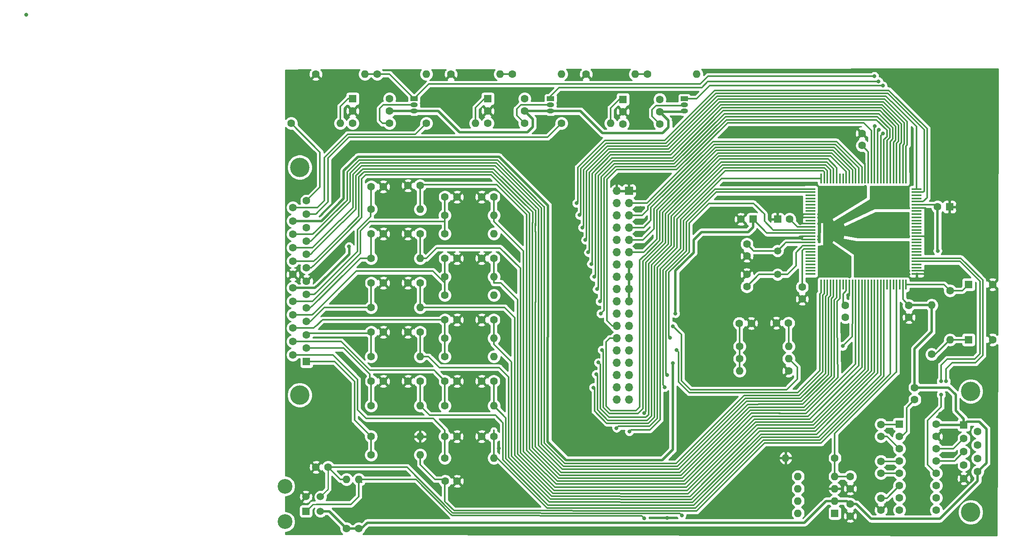
<source format=gbr>
%TF.GenerationSoftware,KiCad,Pcbnew,(5.1.6)-1*%
%TF.CreationDate,2020-07-21T06:39:54-07:00*%
%TF.ProjectId,BPEM488THD,4250454d-3438-4385-9448-442e6b696361,rev?*%
%TF.SameCoordinates,Original*%
%TF.FileFunction,Copper,L1,Top*%
%TF.FilePolarity,Positive*%
%FSLAX46Y46*%
G04 Gerber Fmt 4.6, Leading zero omitted, Abs format (unit mm)*
G04 Created by KiCad (PCBNEW (5.1.6)-1) date 2020-07-21 06:39:54*
%MOMM*%
%LPD*%
G01*
G04 APERTURE LIST*
%TA.AperFunction,ComponentPad*%
%ADD10C,1.600000*%
%TD*%
%TA.AperFunction,ComponentPad*%
%ADD11O,1.600000X1.600000*%
%TD*%
%TA.AperFunction,ComponentPad*%
%ADD12C,4.000000*%
%TD*%
%TA.AperFunction,ComponentPad*%
%ADD13R,1.600000X1.600000*%
%TD*%
%TA.AperFunction,SMDPad,CuDef*%
%ADD14R,2.032000X0.381000*%
%TD*%
%TA.AperFunction,SMDPad,CuDef*%
%ADD15R,0.381000X2.032000*%
%TD*%
%TA.AperFunction,ComponentPad*%
%ADD16C,1.500000*%
%TD*%
%TA.AperFunction,ComponentPad*%
%ADD17R,1.500000X1.000000*%
%TD*%
%TA.AperFunction,ComponentPad*%
%ADD18O,1.500000X1.000000*%
%TD*%
%TA.AperFunction,ComponentPad*%
%ADD19O,1.700000X1.700000*%
%TD*%
%TA.AperFunction,ComponentPad*%
%ADD20R,1.700000X1.700000*%
%TD*%
%TA.AperFunction,ComponentPad*%
%ADD21R,1.524000X1.524000*%
%TD*%
%TA.AperFunction,ComponentPad*%
%ADD22C,1.524000*%
%TD*%
%TA.AperFunction,ComponentPad*%
%ADD23C,3.048000*%
%TD*%
%TA.AperFunction,ViaPad*%
%ADD24C,0.800000*%
%TD*%
%TA.AperFunction,Conductor*%
%ADD25C,0.300000*%
%TD*%
%TA.AperFunction,Conductor*%
%ADD26C,0.508000*%
%TD*%
%TA.AperFunction,Conductor*%
%ADD27C,0.250000*%
%TD*%
%TA.AperFunction,Conductor*%
%ADD28C,0.254000*%
%TD*%
G04 APERTURE END LIST*
D10*
%TO.P,R226,1*%
%TO.N,/Inputs_RS232/CKP*%
X95250000Y-64770000D03*
D11*
%TO.P,R226,2*%
%TO.N,Net-(R226-Pad2)*%
X105410000Y-64770000D03*
%TD*%
D12*
%TO.P,J202,0*%
%TO.N,N/C*%
X69065000Y-120976000D03*
X69065000Y-73876000D03*
D10*
%TO.P,J202,25*%
%TO.N,/Inputs_RS232/CKP*%
X67645000Y-82191000D03*
%TO.P,J202,24*%
%TO.N,+8V*%
X67645000Y-84961000D03*
%TO.P,J202,23*%
%TO.N,PA1*%
X67645000Y-87731000D03*
%TO.P,J202,22*%
%TO.N,PA3*%
X67645000Y-90501000D03*
%TO.P,J202,21*%
%TO.N,PA5*%
X67645000Y-93271000D03*
%TO.P,J202,20*%
%TO.N,GND*%
X67645000Y-96041000D03*
%TO.P,J202,19*%
%TO.N,VDD*%
X67645000Y-98811000D03*
%TO.P,J202,18*%
%TO.N,/Inputs_RS232/CLT*%
X67645000Y-101581000D03*
%TO.P,J202,17*%
%TO.N,/Inputs_RS232/MAT*%
X67645000Y-104351000D03*
%TO.P,J202,16*%
%TO.N,/Inputs_RS232/PAD03in*%
X67645000Y-107121000D03*
%TO.P,J202,15*%
%TO.N,/Inputs_RS232/MAP*%
X67645000Y-109891000D03*
%TO.P,J202,14*%
%TO.N,/Inputs_RS232/TPS*%
X67645000Y-112661000D03*
%TO.P,J202,13*%
%TO.N,/Inputs_RS232/VSPD*%
X70485000Y-80806000D03*
%TO.P,J202,12*%
%TO.N,/Inputs_RS232/CMP*%
X70485000Y-83576000D03*
%TO.P,J202,11*%
%TO.N,GND*%
X70485000Y-86346000D03*
%TO.P,J202,10*%
%TO.N,PA2*%
X70485000Y-89116000D03*
%TO.P,J202,9*%
%TO.N,PA4*%
X70485000Y-91886000D03*
%TO.P,J202,8*%
%TO.N,PA6*%
X70485000Y-94656000D03*
%TO.P,J202,7*%
%TO.N,GND*%
X70485000Y-97426000D03*
%TO.P,J202,6*%
%TO.N,/Inputs_RS232/EOP*%
X70485000Y-100196000D03*
%TO.P,J202,5*%
%TO.N,/Inputs_RS232/EFP*%
X70485000Y-102966000D03*
%TO.P,J202,4*%
%TO.N,/Inputs_RS232/Itrm*%
X70485000Y-105736000D03*
%TO.P,J202,3*%
%TO.N,/Inputs_RS232/Ftrm*%
X70485000Y-108506000D03*
%TO.P,J202,2*%
%TO.N,/Inputs_RS232/PAD12in*%
X70485000Y-111276000D03*
D13*
%TO.P,J202,1*%
%TO.N,/Inputs_RS232/EGO*%
X70485000Y-114046000D03*
%TD*%
D12*
%TO.P,J201,0*%
%TO.N,N/C*%
X207795000Y-120200000D03*
X207795000Y-145200000D03*
D10*
%TO.P,J201,9*%
%TO.N,VDD*%
X209215000Y-136855000D03*
%TO.P,J201,8*%
%TO.N,Net-(J201-Pad8)*%
X209215000Y-134085000D03*
%TO.P,J201,7*%
%TO.N,Net-(J201-Pad7)*%
X209215000Y-131315000D03*
%TO.P,J201,6*%
%TO.N,Net-(J201-Pad6)*%
X209215000Y-128545000D03*
%TO.P,J201,5*%
%TO.N,GND*%
X206375000Y-138240000D03*
%TO.P,J201,4*%
%TO.N,Net-(J201-Pad4)*%
X206375000Y-135470000D03*
%TO.P,J201,3*%
%TO.N,Net-(J201-Pad3)*%
X206375000Y-132700000D03*
%TO.P,J201,2*%
%TO.N,Net-(J201-Pad2)*%
X206375000Y-129930000D03*
D13*
%TO.P,J201,1*%
%TO.N,VDD*%
X206375000Y-127160000D03*
%TD*%
D11*
%TO.P,R211,2*%
%TO.N,PAD05*%
X109220000Y-133985000D03*
D10*
%TO.P,R211,1*%
%TO.N,/Inputs_RS232/TPS*%
X99060000Y-133985000D03*
%TD*%
%TO.P,C232,1*%
%TO.N,Net-(C232-Pad1)*%
X196215000Y-121920000D03*
%TO.P,C232,2*%
%TO.N,VDD*%
X196215000Y-119420000D03*
%TD*%
%TO.P,C231,2*%
%TO.N,Net-(C231-Pad2)*%
X189230000Y-134660000D03*
%TO.P,C231,1*%
%TO.N,Net-(C231-Pad1)*%
X189230000Y-137160000D03*
%TD*%
D14*
%TO.P,U301,112*%
%TO.N,/CPU/PP4*%
X196620500Y-78377300D03*
%TO.P,U301,111*%
%TO.N,/CPU/PP5*%
X196620500Y-79025000D03*
%TO.P,U301,110*%
%TO.N,Net-(U301-Pad110)*%
X196620500Y-79672700D03*
%TO.P,U301,109*%
%TO.N,Net-(U301-Pad109)*%
X196620500Y-80320400D03*
%TO.P,U301,108*%
%TO.N,/CPU/PK7*%
X196620500Y-80968100D03*
%TO.P,U301,107*%
%TO.N,VDD*%
X196620500Y-81628500D03*
%TO.P,U301,106*%
%TO.N,GND*%
X196620500Y-82276200D03*
%TO.P,U301,105*%
%TO.N,Net-(U301-Pad105)*%
X196620500Y-82923900D03*
%TO.P,U301,104*%
%TO.N,Net-(U301-Pad104)*%
X196620500Y-83571600D03*
%TO.P,U301,103*%
%TO.N,Net-(U301-Pad103)*%
X196620500Y-84219300D03*
%TO.P,U301,102*%
%TO.N,Net-(U301-Pad102)*%
X196620500Y-84879700D03*
%TO.P,U301,101*%
%TO.N,Net-(U301-Pad101)*%
X196620500Y-85527400D03*
%TO.P,U301,100*%
%TO.N,Net-(U301-Pad100)*%
X196620500Y-86175100D03*
%TO.P,U301,99*%
%TO.N,Net-(U301-Pad99)*%
X196620500Y-86822800D03*
%TO.P,U301,98*%
%TO.N,Net-(U301-Pad98)*%
X196620500Y-87483200D03*
%TO.P,U301,97*%
%TO.N,GND*%
X196620500Y-88130900D03*
%TO.P,U301,96*%
%TO.N,Net-(U301-Pad96)*%
X196620500Y-88778600D03*
%TO.P,U301,95*%
%TO.N,Net-(U301-Pad95)*%
X196620500Y-89426300D03*
%TO.P,U301,94*%
%TO.N,Net-(U301-Pad94)*%
X196620500Y-90086700D03*
%TO.P,U301,93*%
%TO.N,Net-(U301-Pad93)*%
X196620500Y-90734400D03*
%TO.P,U301,92*%
%TO.N,Net-(U301-Pad92)*%
X196620500Y-91382100D03*
%TO.P,U301,91*%
%TO.N,Net-(U301-Pad91)*%
X196620500Y-92029800D03*
%TO.P,U301,90*%
%TO.N,PS1*%
X196620500Y-92677500D03*
%TO.P,U301,89*%
%TO.N,PS0*%
X196620500Y-93337900D03*
%TO.P,U301,88*%
%TO.N,Net-(U301-Pad88)*%
X196620500Y-93985600D03*
%TO.P,U301,87*%
%TO.N,Net-(U301-Pad87)*%
X196620500Y-94633300D03*
%TO.P,U301,86*%
%TO.N,GND*%
X196620500Y-95281000D03*
%TO.P,U301,85*%
X196620500Y-95928700D03*
D15*
%TO.P,U301,84*%
%TO.N,Net-(C311-Pad1)*%
X194410700Y-98138500D03*
%TO.P,U301,83*%
%TO.N,VDD*%
X193763000Y-98138500D03*
%TO.P,U301,82*%
%TO.N,Net-(U301-Pad82)*%
X193115300Y-98138500D03*
%TO.P,U301,81*%
%TO.N,PAD07*%
X192467600Y-98138500D03*
%TO.P,U301,80*%
%TO.N,Net-(U301-Pad80)*%
X191819900Y-98138500D03*
%TO.P,U301,79*%
%TO.N,PAD06*%
X191159500Y-98138500D03*
%TO.P,U301,78*%
%TO.N,Net-(U301-Pad78)*%
X190511800Y-98138500D03*
%TO.P,U301,77*%
%TO.N,PAD05*%
X189864100Y-98138500D03*
%TO.P,U301,76*%
%TO.N,PAD12*%
X189216400Y-98138500D03*
%TO.P,U301,75*%
%TO.N,PAD04*%
X188568700Y-98138500D03*
%TO.P,U301,74*%
%TO.N,PAD11*%
X187908300Y-98138500D03*
%TO.P,U301,73*%
%TO.N,PAD03*%
X187260600Y-98138500D03*
%TO.P,U301,72*%
%TO.N,PAD10*%
X186612900Y-98138500D03*
%TO.P,U301,71*%
%TO.N,PAD02*%
X185965200Y-98138500D03*
%TO.P,U301,70*%
%TO.N,PAD09*%
X185304800Y-98138500D03*
%TO.P,U301,69*%
%TO.N,PAD01*%
X184657100Y-98138500D03*
%TO.P,U301,68*%
%TO.N,PAD08*%
X184009400Y-98138500D03*
%TO.P,U301,67*%
%TO.N,PAD00*%
X183361700Y-98138500D03*
%TO.P,U301,66*%
%TO.N,GND*%
X182701300Y-98138500D03*
%TO.P,U301,65*%
%TO.N,Net-(C304-Pad2)*%
X182053600Y-98138500D03*
%TO.P,U301,64*%
%TO.N,Net-(U301-Pad64)*%
X181405900Y-98138500D03*
%TO.P,U301,63*%
%TO.N,PA6*%
X180758200Y-98138500D03*
%TO.P,U301,62*%
%TO.N,PA5*%
X180110500Y-98138500D03*
%TO.P,U301,61*%
%TO.N,PA4*%
X179450100Y-98138500D03*
%TO.P,U301,60*%
%TO.N,PA3*%
X178802400Y-98138500D03*
%TO.P,U301,59*%
%TO.N,PA2*%
X178154700Y-98138500D03*
%TO.P,U301,58*%
%TO.N,PA1*%
X177507000Y-98138500D03*
%TO.P,U301,57*%
%TO.N,/CPU/PA0*%
X176859300Y-98138500D03*
D14*
%TO.P,U301,56*%
%TO.N,Net-(U301-Pad56)*%
X174649500Y-95928700D03*
%TO.P,U301,55*%
%TO.N,Net-(U301-Pad55)*%
X174649500Y-95281000D03*
%TO.P,U301,54*%
%TO.N,Net-(U301-Pad54)*%
X174649500Y-94633300D03*
%TO.P,U301,53*%
%TO.N,Net-(U301-Pad53)*%
X174649500Y-93985600D03*
%TO.P,U301,52*%
%TO.N,Net-(U301-Pad52)*%
X174649500Y-93337900D03*
%TO.P,U301,51*%
%TO.N,Net-(U301-Pad51)*%
X174649500Y-92677500D03*
%TO.P,U301,50*%
%TO.N,Net-(U301-Pad50)*%
X174649500Y-92029800D03*
%TO.P,U301,49*%
%TO.N,Net-(U301-Pad49)*%
X174649500Y-91382100D03*
%TO.P,U301,48*%
%TO.N,Net-(C310-Pad1)*%
X174649500Y-90734400D03*
%TO.P,U301,47*%
%TO.N,Net-(C302-Pad2)*%
X174649500Y-90086700D03*
%TO.P,U301,46*%
%TO.N,Net-(C301-Pad2)*%
X174649500Y-89426300D03*
%TO.P,U301,45*%
%TO.N,GND*%
X174649500Y-88778600D03*
%TO.P,U301,44*%
X174649500Y-88130900D03*
%TO.P,U301,43*%
%TO.N,VDD*%
X174649500Y-87483200D03*
%TO.P,U301,42*%
%TO.N,/CPU/RESET*%
X174649500Y-86822800D03*
%TO.P,U301,41*%
%TO.N,VDD*%
X174649500Y-86175100D03*
%TO.P,U301,40*%
%TO.N,GND*%
X174649500Y-85527400D03*
%TO.P,U301,39*%
%TO.N,Net-(U301-Pad39)*%
X174649500Y-84879700D03*
%TO.P,U301,38*%
%TO.N,GND*%
X174649500Y-84219300D03*
%TO.P,U301,37*%
X174649500Y-83571600D03*
%TO.P,U301,36*%
%TO.N,Net-(U301-Pad36)*%
X174649500Y-82923900D03*
%TO.P,U301,35*%
%TO.N,Net-(U301-Pad35)*%
X174649500Y-82276200D03*
%TO.P,U301,34*%
%TO.N,Net-(U301-Pad34)*%
X174649500Y-81628500D03*
%TO.P,U301,33*%
%TO.N,Net-(U301-Pad33)*%
X174649500Y-80968100D03*
%TO.P,U301,32*%
%TO.N,Net-(U301-Pad32)*%
X174649500Y-80320400D03*
%TO.P,U301,31*%
%TO.N,Net-(U301-Pad31)*%
X174649500Y-79672700D03*
%TO.P,U301,30*%
%TO.N,/CPU/PB6*%
X174649500Y-79025000D03*
%TO.P,U301,29*%
%TO.N,/CPU/PB5*%
X174649500Y-78377300D03*
D15*
%TO.P,U301,28*%
%TO.N,/CPU/PB4*%
X176859300Y-76167500D03*
%TO.P,U301,27*%
%TO.N,/CPU/PB3*%
X177507000Y-76167500D03*
%TO.P,U301,26*%
%TO.N,/CPU/PB2*%
X178154700Y-76167500D03*
%TO.P,U301,25*%
%TO.N,/CPU/PB1*%
X178802400Y-76167500D03*
%TO.P,U301,24*%
%TO.N,/CPU/PB0*%
X179450100Y-76167500D03*
%TO.P,U301,23*%
%TO.N,Net-(J301-Pad1)*%
X180110500Y-76167500D03*
%TO.P,U301,22*%
%TO.N,Net-(U301-Pad22)*%
X180758200Y-76167500D03*
%TO.P,U301,21*%
%TO.N,Net-(U301-Pad21)*%
X181405900Y-76167500D03*
%TO.P,U301,20*%
%TO.N,/CPU/PK4*%
X182053600Y-76167500D03*
%TO.P,U301,19*%
%TO.N,/CPU/PK5*%
X182701300Y-76167500D03*
%TO.P,U301,18*%
%TO.N,/CPU/PT7*%
X183361700Y-76167500D03*
%TO.P,U301,17*%
%TO.N,/CPU/PT6*%
X184009400Y-76167500D03*
%TO.P,U301,16*%
%TO.N,/CPU/PT5*%
X184657100Y-76167500D03*
%TO.P,U301,15*%
%TO.N,/CPU/PT4*%
X185304800Y-76167500D03*
%TO.P,U301,14*%
%TO.N,GND*%
X185965200Y-76167500D03*
%TO.P,U301,13*%
%TO.N,Net-(C303-Pad2)*%
X186612900Y-76167500D03*
%TO.P,U301,12*%
%TO.N,/CPU/PT3*%
X187260600Y-76167500D03*
%TO.P,U301,11*%
%TO.N,PT2*%
X187908300Y-76167500D03*
%TO.P,U301,10*%
%TO.N,PT1*%
X188568700Y-76167500D03*
%TO.P,U301,9*%
%TO.N,PT0*%
X189216400Y-76167500D03*
%TO.P,U301,8*%
%TO.N,/CPU/PK0*%
X189864100Y-76167500D03*
%TO.P,U301,7*%
%TO.N,/CPU/PK1*%
X190511800Y-76167500D03*
%TO.P,U301,6*%
%TO.N,/CPU/PK2*%
X191159500Y-76167500D03*
%TO.P,U301,5*%
%TO.N,/CPU/PK3*%
X191819900Y-76167500D03*
%TO.P,U301,4*%
%TO.N,/CPU/PP0*%
X192467600Y-76167500D03*
%TO.P,U301,3*%
%TO.N,/CPU/PP1*%
X193115300Y-76167500D03*
%TO.P,U301,2*%
%TO.N,/CPU/PP2*%
X193763000Y-76167500D03*
%TO.P,U301,1*%
%TO.N,/CPU/PP3*%
X194410700Y-76167500D03*
%TD*%
D10*
%TO.P,U205,9*%
%TO.N,Net-(U205-Pad9)*%
X200660000Y-144780000D03*
%TO.P,U205,8*%
%TO.N,Net-(U205-Pad8)*%
X193040000Y-144780000D03*
%TO.P,U205,16*%
%TO.N,VDD*%
X200660000Y-127000000D03*
%TO.P,U205,15*%
%TO.N,GND*%
X200660000Y-129540000D03*
%TO.P,U205,14*%
%TO.N,Net-(J201-Pad2)*%
X200660000Y-132080000D03*
%TO.P,U205,13*%
%TO.N,Net-(J201-Pad3)*%
X200660000Y-134620000D03*
%TO.P,U205,12*%
%TO.N,PS0*%
X200660000Y-137160000D03*
%TO.P,U205,11*%
%TO.N,PS1*%
X200660000Y-139700000D03*
%TO.P,U205,10*%
%TO.N,Net-(U205-Pad10)*%
X200660000Y-142240000D03*
%TO.P,U205,7*%
%TO.N,Net-(U205-Pad7)*%
X193040000Y-142240000D03*
%TO.P,U205,6*%
%TO.N,Net-(C233-Pad2)*%
X193040000Y-139700000D03*
%TO.P,U205,5*%
%TO.N,Net-(C231-Pad1)*%
X193040000Y-137160000D03*
%TO.P,U205,4*%
%TO.N,Net-(C231-Pad2)*%
X193040000Y-134620000D03*
%TO.P,U205,3*%
%TO.N,Net-(C230-Pad1)*%
X193040000Y-132080000D03*
%TO.P,U205,2*%
%TO.N,Net-(C232-Pad1)*%
X193040000Y-129540000D03*
D13*
%TO.P,U205,1*%
%TO.N,Net-(C230-Pad2)*%
X193040000Y-127000000D03*
%TD*%
D10*
%TO.P,C303,2*%
%TO.N,Net-(C303-Pad2)*%
X185320000Y-69368000D03*
%TO.P,C303,1*%
%TO.N,GND*%
X185320000Y-66868000D03*
%TD*%
%TO.P,C307,2*%
%TO.N,VDD*%
X170355000Y-84613000D03*
D13*
%TO.P,C307,1*%
%TO.N,GND*%
X167855000Y-84613000D03*
%TD*%
D16*
%TO.P,Y301,2*%
%TO.N,Net-(C301-Pad2)*%
X167855000Y-91163000D03*
%TO.P,Y301,1*%
%TO.N,Net-(C302-Pad2)*%
X167855000Y-96043000D03*
%TD*%
D10*
%TO.P,U204,6*%
%TO.N,Net-(U204-Pad6)*%
X87630000Y-59690000D03*
%TO.P,U204,5*%
%TO.N,VDD*%
X87630000Y-62230000D03*
%TO.P,U204,4*%
%TO.N,Net-(Q203-Pad2)*%
X87630000Y-64770000D03*
%TO.P,U204,3*%
%TO.N,Net-(U204-Pad3)*%
X80010000Y-64770000D03*
%TO.P,U204,2*%
%TO.N,GND*%
X80010000Y-62230000D03*
D13*
%TO.P,U204,1*%
%TO.N,Net-(R227-Pad2)*%
X80010000Y-59690000D03*
%TD*%
D10*
%TO.P,U203,6*%
%TO.N,Net-(U203-Pad6)*%
X115570000Y-59690000D03*
%TO.P,U203,5*%
%TO.N,VDD*%
X115570000Y-62230000D03*
%TO.P,U203,4*%
%TO.N,Net-(Q202-Pad2)*%
X115570000Y-64770000D03*
%TO.P,U203,3*%
%TO.N,Net-(U203-Pad3)*%
X107950000Y-64770000D03*
%TO.P,U203,2*%
%TO.N,GND*%
X107950000Y-62230000D03*
D13*
%TO.P,U203,1*%
%TO.N,Net-(R226-Pad2)*%
X107950000Y-59690000D03*
%TD*%
D10*
%TO.P,U202,6*%
%TO.N,Net-(U202-Pad6)*%
X143510000Y-59817000D03*
%TO.P,U202,5*%
%TO.N,VDD*%
X143510000Y-62357000D03*
%TO.P,U202,4*%
%TO.N,Net-(Q201-Pad2)*%
X143510000Y-64897000D03*
%TO.P,U202,3*%
%TO.N,Net-(U202-Pad3)*%
X135890000Y-64897000D03*
%TO.P,U202,2*%
%TO.N,GND*%
X135890000Y-62357000D03*
D13*
%TO.P,U202,1*%
%TO.N,Net-(R225-Pad2)*%
X135890000Y-59817000D03*
%TD*%
D11*
%TO.P,U201,8*%
%TO.N,Net-(U201-Pad8)*%
X172085000Y-145415000D03*
%TO.P,U201,4*%
%TO.N,PAD07*%
X179705000Y-137795000D03*
%TO.P,U201,7*%
%TO.N,Net-(U201-Pad7)*%
X172085000Y-142875000D03*
%TO.P,U201,3*%
%TO.N,GND*%
X179705000Y-140335000D03*
%TO.P,U201,6*%
%TO.N,Net-(U201-Pad6)*%
X172085000Y-140335000D03*
%TO.P,U201,2*%
%TO.N,VDD*%
X179705000Y-142875000D03*
%TO.P,U201,5*%
%TO.N,Net-(U201-Pad5)*%
X172085000Y-137795000D03*
D13*
%TO.P,U201,1*%
%TO.N,Net-(U201-Pad1)*%
X179705000Y-145415000D03*
%TD*%
D11*
%TO.P,R304,2*%
%TO.N,VDD*%
X199715000Y-102393000D03*
D10*
%TO.P,R304,1*%
%TO.N,Net-(C312-Pad1)*%
X199715000Y-112553000D03*
%TD*%
D11*
%TO.P,R303,2*%
%TO.N,Net-(C312-Pad1)*%
X203525000Y-109543000D03*
D10*
%TO.P,R303,1*%
%TO.N,Net-(C311-Pad1)*%
X203525000Y-99383000D03*
%TD*%
D11*
%TO.P,R302,2*%
%TO.N,/CPU/RESET*%
X78740000Y-138430000D03*
D10*
%TO.P,R302,1*%
%TO.N,VDD*%
X78740000Y-148590000D03*
%TD*%
D11*
%TO.P,R301,2*%
%TO.N,Net-(J301-Pad1)*%
X81280000Y-138430000D03*
D10*
%TO.P,R301,1*%
%TO.N,VDD*%
X81280000Y-148590000D03*
%TD*%
D11*
%TO.P,R225,2*%
%TO.N,Net-(R225-Pad2)*%
X133350000Y-64770000D03*
D10*
%TO.P,R225,1*%
%TO.N,/Inputs_RS232/CMP*%
X123190000Y-64770000D03*
%TD*%
D11*
%TO.P,R214,2*%
%TO.N,Net-(C209-Pad2)*%
X160000000Y-115976000D03*
D10*
%TO.P,R214,1*%
%TO.N,GND*%
X170160000Y-115976000D03*
%TD*%
D11*
%TO.P,R204,2*%
%TO.N,VDD*%
X109220000Y-87630000D03*
D10*
%TO.P,R204,1*%
%TO.N,/Inputs_RS232/CLT*%
X99060000Y-87630000D03*
%TD*%
D11*
%TO.P,R203,2*%
%TO.N,PAD00*%
X170160000Y-110896000D03*
D10*
%TO.P,R203,1*%
%TO.N,Net-(C209-Pad2)*%
X160000000Y-110896000D03*
%TD*%
D11*
%TO.P,R202,2*%
%TO.N,+BATT*%
X170160000Y-113436000D03*
D10*
%TO.P,R202,1*%
%TO.N,Net-(C209-Pad2)*%
X160000000Y-113436000D03*
%TD*%
D11*
%TO.P,R201,2*%
%TO.N,GND*%
X169545000Y-133985000D03*
D10*
%TO.P,R201,1*%
%TO.N,PAD07*%
X179705000Y-133985000D03*
%TD*%
D17*
%TO.P,Q203,1*%
%TO.N,PT2*%
X92710000Y-59690000D03*
D18*
%TO.P,Q203,3*%
%TO.N,VDD*%
X92710000Y-62230000D03*
%TO.P,Q203,2*%
%TO.N,Net-(Q203-Pad2)*%
X92710000Y-60960000D03*
%TD*%
D17*
%TO.P,Q202,1*%
%TO.N,PT1*%
X120930000Y-59690000D03*
D18*
%TO.P,Q202,3*%
%TO.N,VDD*%
X120930000Y-62230000D03*
%TO.P,Q202,2*%
%TO.N,Net-(Q202-Pad2)*%
X120930000Y-60960000D03*
%TD*%
D17*
%TO.P,Q201,1*%
%TO.N,PT0*%
X148590000Y-59690000D03*
D18*
%TO.P,Q201,3*%
%TO.N,VDD*%
X148590000Y-62230000D03*
%TO.P,Q201,2*%
%TO.N,Net-(Q201-Pad2)*%
X148590000Y-60960000D03*
%TD*%
D19*
%TO.P,J302,36*%
%TO.N,/CPU/PB3*%
X134620000Y-121920000D03*
%TO.P,J302,35*%
%TO.N,/CPU/PB4*%
X137160000Y-121920000D03*
%TO.P,J302,34*%
%TO.N,/CPU/PB2*%
X134620000Y-119380000D03*
%TO.P,J302,33*%
%TO.N,/CPU/PB5*%
X137160000Y-119380000D03*
%TO.P,J302,32*%
%TO.N,/CPU/PB1*%
X134620000Y-116840000D03*
%TO.P,J302,31*%
%TO.N,/CPU/PB6*%
X137160000Y-116840000D03*
%TO.P,J302,30*%
%TO.N,/CPU/PB0*%
X134620000Y-114300000D03*
%TO.P,J302,29*%
%TO.N,+8V*%
X137160000Y-114300000D03*
%TO.P,J302,28*%
%TO.N,/CPU/PK4*%
X134620000Y-111760000D03*
%TO.P,J302,27*%
%TO.N,/CPU/PA0*%
X137160000Y-111760000D03*
%TO.P,J302,26*%
%TO.N,/CPU/PK5*%
X134620000Y-109220000D03*
%TO.P,J302,25*%
%TO.N,/CPU/RESET*%
X137160000Y-109220000D03*
%TO.P,J302,24*%
%TO.N,/CPU/PK0*%
X134620000Y-106680000D03*
%TO.P,J302,23*%
%TO.N,+BATT*%
X137160000Y-106680000D03*
%TO.P,J302,22*%
%TO.N,/CPU/PK1*%
X134620000Y-104140000D03*
%TO.P,J302,21*%
%TO.N,VDD*%
X137160000Y-104140000D03*
%TO.P,J302,20*%
%TO.N,/CPU/PK2*%
X134620000Y-101600000D03*
%TO.P,J302,19*%
%TO.N,GND*%
X137160000Y-101600000D03*
%TO.P,J302,18*%
%TO.N,/CPU/PK3*%
X134620000Y-99060000D03*
%TO.P,J302,17*%
%TO.N,GND*%
X137160000Y-99060000D03*
%TO.P,J302,16*%
%TO.N,/CPU/PP0*%
X134620000Y-96520000D03*
%TO.P,J302,15*%
%TO.N,GND*%
X137160000Y-96520000D03*
%TO.P,J302,14*%
%TO.N,/CPU/PP1*%
X134620000Y-93980000D03*
%TO.P,J302,13*%
%TO.N,GND*%
X137160000Y-93980000D03*
%TO.P,J302,12*%
%TO.N,/CPU/PP2*%
X134620000Y-91440000D03*
%TO.P,J302,11*%
%TO.N,/CPU/PT7*%
X137160000Y-91440000D03*
%TO.P,J302,10*%
%TO.N,/CPU/PP3*%
X134620000Y-88900000D03*
%TO.P,J302,9*%
%TO.N,/CPU/PT6*%
X137160000Y-88900000D03*
%TO.P,J302,8*%
%TO.N,/CPU/PP4*%
X134620000Y-86360000D03*
%TO.P,J302,7*%
%TO.N,/CPU/PT5*%
X137160000Y-86360000D03*
%TO.P,J302,6*%
%TO.N,/CPU/PP5*%
X134620000Y-83820000D03*
%TO.P,J302,5*%
%TO.N,/CPU/PT4*%
X137160000Y-83820000D03*
%TO.P,J302,4*%
%TO.N,/CPU/PK7*%
X134620000Y-81280000D03*
%TO.P,J302,3*%
%TO.N,/CPU/PT3*%
X137160000Y-81280000D03*
%TO.P,J302,2*%
%TO.N,GND*%
X134620000Y-78740000D03*
D20*
%TO.P,J302,1*%
X137160000Y-78740000D03*
%TD*%
D21*
%TO.P,J301,1*%
%TO.N,Net-(J301-Pad1)*%
X70358000Y-145010000D03*
D22*
%TO.P,J301,2*%
%TO.N,GND*%
X70358000Y-142010000D03*
D23*
%TO.P,J301,*%
%TO.N,*%
X66038000Y-147170000D03*
X66038000Y-139850000D03*
D22*
%TO.P,J301,3*%
%TO.N,VDD*%
X73358000Y-145010000D03*
%TO.P,J301,4*%
%TO.N,/CPU/RESET*%
X73358000Y-142010000D03*
%TD*%
D10*
%TO.P,C312,2*%
%TO.N,GND*%
X212335000Y-109543000D03*
D13*
%TO.P,C312,1*%
%TO.N,Net-(C312-Pad1)*%
X207335000Y-109543000D03*
%TD*%
D10*
%TO.P,C311,2*%
%TO.N,GND*%
X212335000Y-98113000D03*
D13*
%TO.P,C311,1*%
%TO.N,Net-(C311-Pad1)*%
X207335000Y-98113000D03*
%TD*%
D10*
%TO.P,C310,2*%
%TO.N,GND*%
X172935000Y-101118000D03*
%TO.P,C310,1*%
%TO.N,Net-(C310-Pad1)*%
X172935000Y-98618000D03*
%TD*%
%TO.P,C309,2*%
%TO.N,GND*%
X160275000Y-84613000D03*
D13*
%TO.P,C309,1*%
%TO.N,VDD*%
X162775000Y-84613000D03*
%TD*%
D10*
%TO.P,C308,2*%
%TO.N,GND*%
X72430000Y-135890000D03*
%TO.P,C308,1*%
%TO.N,/CPU/RESET*%
X74930000Y-135890000D03*
%TD*%
%TO.P,C306,2*%
%TO.N,VDD*%
X200915000Y-82073000D03*
D13*
%TO.P,C306,1*%
%TO.N,GND*%
X203415000Y-82073000D03*
%TD*%
D10*
%TO.P,C305,2*%
%TO.N,VDD*%
X195005000Y-102433000D03*
%TO.P,C305,1*%
%TO.N,GND*%
X195005000Y-104933000D03*
%TD*%
%TO.P,C304,2*%
%TO.N,Net-(C304-Pad2)*%
X181855000Y-102433000D03*
%TO.P,C304,1*%
%TO.N,GND*%
X181855000Y-104933000D03*
%TD*%
%TO.P,C302,2*%
%TO.N,Net-(C302-Pad2)*%
X161505000Y-98543000D03*
%TO.P,C302,1*%
%TO.N,GND*%
X161505000Y-96043000D03*
%TD*%
%TO.P,C301,2*%
%TO.N,Net-(C301-Pad2)*%
X161505000Y-89733000D03*
%TO.P,C301,1*%
%TO.N,GND*%
X161505000Y-92233000D03*
%TD*%
%TO.P,C218,2*%
%TO.N,GND*%
X182880000Y-146010000D03*
%TO.P,C218,1*%
%TO.N,VDD*%
X182880000Y-143510000D03*
%TD*%
%TO.P,C217,2*%
%TO.N,PAD07*%
X182880000Y-137835000D03*
%TO.P,C217,1*%
%TO.N,GND*%
X182880000Y-140335000D03*
%TD*%
%TO.P,C212,2*%
%TO.N,/Inputs_RS232/PAD03in*%
X99100000Y-105410000D03*
%TO.P,C212,1*%
%TO.N,GND*%
X101600000Y-105410000D03*
%TD*%
%TO.P,C211,2*%
%TO.N,/Inputs_RS232/MAT*%
X99100000Y-92710000D03*
%TO.P,C211,1*%
%TO.N,GND*%
X101600000Y-92710000D03*
%TD*%
%TO.P,C210,2*%
%TO.N,/Inputs_RS232/CLT*%
X99100000Y-80010000D03*
%TO.P,C210,1*%
%TO.N,GND*%
X101600000Y-80010000D03*
%TD*%
%TO.P,C209,2*%
%TO.N,Net-(C209-Pad2)*%
X159940000Y-106136000D03*
%TO.P,C209,1*%
%TO.N,GND*%
X162440000Y-106136000D03*
%TD*%
%TO.P,C204,2*%
%TO.N,PAD03*%
X109180000Y-105410000D03*
%TO.P,C204,1*%
%TO.N,GND*%
X106680000Y-105410000D03*
%TD*%
%TO.P,C203,2*%
%TO.N,PAD02*%
X109180000Y-92710000D03*
%TO.P,C203,1*%
%TO.N,GND*%
X106680000Y-92710000D03*
%TD*%
%TO.P,C202,2*%
%TO.N,PAD01*%
X109180000Y-80010000D03*
%TO.P,C202,1*%
%TO.N,GND*%
X106680000Y-80010000D03*
%TD*%
%TO.P,C201,2*%
%TO.N,PAD00*%
X170120000Y-106070000D03*
%TO.P,C201,1*%
%TO.N,GND*%
X167620000Y-106070000D03*
%TD*%
%TO.P,C205,2*%
%TO.N,PAD04*%
X109180000Y-118110000D03*
%TO.P,C205,1*%
%TO.N,GND*%
X106680000Y-118110000D03*
%TD*%
%TO.P,C206,1*%
%TO.N,GND*%
X106680000Y-129540000D03*
%TO.P,C206,2*%
%TO.N,PAD05*%
X109180000Y-129540000D03*
%TD*%
%TO.P,C207,2*%
%TO.N,PAD06*%
X99120000Y-138800000D03*
%TO.P,C207,1*%
%TO.N,GND*%
X101620000Y-138800000D03*
%TD*%
%TO.P,C208,1*%
%TO.N,GND*%
X91440000Y-77650000D03*
%TO.P,C208,2*%
%TO.N,PAD08*%
X93940000Y-77650000D03*
%TD*%
%TO.P,C213,1*%
%TO.N,GND*%
X101600000Y-118110000D03*
%TO.P,C213,2*%
%TO.N,/Inputs_RS232/MAP*%
X99100000Y-118110000D03*
%TD*%
%TO.P,C214,2*%
%TO.N,/Inputs_RS232/TPS*%
X99060000Y-129540000D03*
%TO.P,C214,1*%
%TO.N,GND*%
X101560000Y-129540000D03*
%TD*%
%TO.P,C216,1*%
%TO.N,GND*%
X86360000Y-77880000D03*
%TO.P,C216,2*%
%TO.N,/Inputs_RS232/EOP*%
X83860000Y-77880000D03*
%TD*%
%TO.P,C219,2*%
%TO.N,PAD09*%
X93940000Y-87630000D03*
%TO.P,C219,1*%
%TO.N,GND*%
X91440000Y-87630000D03*
%TD*%
%TO.P,C220,1*%
%TO.N,GND*%
X91440000Y-97790000D03*
%TO.P,C220,2*%
%TO.N,PAD10*%
X93940000Y-97790000D03*
%TD*%
%TO.P,C221,2*%
%TO.N,PAD11*%
X93940000Y-107950000D03*
%TO.P,C221,1*%
%TO.N,GND*%
X91440000Y-107950000D03*
%TD*%
%TO.P,C222,1*%
%TO.N,GND*%
X91440000Y-118110000D03*
%TO.P,C222,2*%
%TO.N,PAD12*%
X93940000Y-118110000D03*
%TD*%
%TO.P,C223,2*%
%TO.N,/Inputs_RS232/EFP*%
X83860000Y-87630000D03*
%TO.P,C223,1*%
%TO.N,GND*%
X86360000Y-87630000D03*
%TD*%
%TO.P,C224,1*%
%TO.N,GND*%
X86360000Y-97790000D03*
%TO.P,C224,2*%
%TO.N,/Inputs_RS232/Itrm*%
X83860000Y-97790000D03*
%TD*%
%TO.P,C225,2*%
%TO.N,/Inputs_RS232/Ftrm*%
X83860000Y-107950000D03*
%TO.P,C225,1*%
%TO.N,GND*%
X86360000Y-107950000D03*
%TD*%
%TO.P,C226,1*%
%TO.N,GND*%
X86360000Y-118110000D03*
%TO.P,C226,2*%
%TO.N,/Inputs_RS232/PAD12in*%
X83860000Y-118110000D03*
%TD*%
%TO.P,C230,1*%
%TO.N,Net-(C230-Pad1)*%
X189230000Y-129540000D03*
%TO.P,C230,2*%
%TO.N,Net-(C230-Pad2)*%
X189230000Y-127040000D03*
%TD*%
%TO.P,C233,2*%
%TO.N,Net-(C233-Pad2)*%
X189230000Y-142280000D03*
%TO.P,C233,1*%
%TO.N,GND*%
X189230000Y-144780000D03*
%TD*%
%TO.P,R205,1*%
%TO.N,/Inputs_RS232/CLT*%
X99060000Y-83820000D03*
D11*
%TO.P,R205,2*%
%TO.N,PAD01*%
X109220000Y-83820000D03*
%TD*%
%TO.P,R206,2*%
%TO.N,VDD*%
X109220000Y-100330000D03*
D10*
%TO.P,R206,1*%
%TO.N,/Inputs_RS232/MAT*%
X99060000Y-100330000D03*
%TD*%
D11*
%TO.P,R207,2*%
%TO.N,PAD02*%
X109220000Y-96520000D03*
D10*
%TO.P,R207,1*%
%TO.N,/Inputs_RS232/MAT*%
X99060000Y-96520000D03*
%TD*%
D11*
%TO.P,R208,2*%
%TO.N,VDD*%
X109220000Y-113030000D03*
D10*
%TO.P,R208,1*%
%TO.N,/Inputs_RS232/PAD03in*%
X99060000Y-113030000D03*
%TD*%
%TO.P,R209,1*%
%TO.N,/Inputs_RS232/PAD03in*%
X99060000Y-109220000D03*
D11*
%TO.P,R209,2*%
%TO.N,PAD03*%
X109220000Y-109220000D03*
%TD*%
D10*
%TO.P,R210,1*%
%TO.N,/Inputs_RS232/MAP*%
X99060000Y-123190000D03*
D11*
%TO.P,R210,2*%
%TO.N,PAD04*%
X109220000Y-123190000D03*
%TD*%
D10*
%TO.P,R212,1*%
%TO.N,/Inputs_RS232/EGO*%
X83820000Y-133350000D03*
D11*
%TO.P,R212,2*%
%TO.N,PAD06*%
X93980000Y-133350000D03*
%TD*%
%TO.P,R213,2*%
%TO.N,PAD08*%
X93980000Y-82550000D03*
D10*
%TO.P,R213,1*%
%TO.N,/Inputs_RS232/EOP*%
X83820000Y-82550000D03*
%TD*%
D11*
%TO.P,R215,2*%
%TO.N,PAD09*%
X93980000Y-92710000D03*
D10*
%TO.P,R215,1*%
%TO.N,/Inputs_RS232/EFP*%
X83820000Y-92710000D03*
%TD*%
%TO.P,R216,1*%
%TO.N,/Inputs_RS232/Itrm*%
X83820000Y-102870000D03*
D11*
%TO.P,R216,2*%
%TO.N,PAD10*%
X93980000Y-102870000D03*
%TD*%
%TO.P,R217,2*%
%TO.N,PAD11*%
X93980000Y-113030000D03*
D10*
%TO.P,R217,1*%
%TO.N,/Inputs_RS232/Ftrm*%
X83820000Y-113030000D03*
%TD*%
%TO.P,R218,1*%
%TO.N,/Inputs_RS232/PAD12in*%
X83820000Y-123190000D03*
D11*
%TO.P,R218,2*%
%TO.N,PAD12*%
X93980000Y-123190000D03*
%TD*%
D10*
%TO.P,R219,1*%
%TO.N,PT0*%
X140970000Y-54610000D03*
D11*
%TO.P,R219,2*%
%TO.N,Net-(Q201-Pad2)*%
X151130000Y-54610000D03*
%TD*%
%TO.P,R220,2*%
%TO.N,Net-(Q202-Pad2)*%
X123190000Y-54610000D03*
D10*
%TO.P,R220,1*%
%TO.N,PT1*%
X113030000Y-54610000D03*
%TD*%
%TO.P,R221,1*%
%TO.N,PT2*%
X85090000Y-54610000D03*
D11*
%TO.P,R221,2*%
%TO.N,Net-(Q203-Pad2)*%
X95250000Y-54610000D03*
%TD*%
%TO.P,R222,2*%
%TO.N,PT0*%
X138430000Y-54610000D03*
D10*
%TO.P,R222,1*%
%TO.N,GND*%
X128270000Y-54610000D03*
%TD*%
%TO.P,R223,1*%
%TO.N,GND*%
X100330000Y-54610000D03*
D11*
%TO.P,R223,2*%
%TO.N,PT1*%
X110490000Y-54610000D03*
%TD*%
%TO.P,R224,2*%
%TO.N,PT2*%
X82550000Y-54610000D03*
D10*
%TO.P,R224,1*%
%TO.N,GND*%
X72390000Y-54610000D03*
%TD*%
D11*
%TO.P,R227,2*%
%TO.N,Net-(R227-Pad2)*%
X77470000Y-64770000D03*
D10*
%TO.P,R227,1*%
%TO.N,/Inputs_RS232/VSPD*%
X67310000Y-64770000D03*
%TD*%
%TO.P,R228,1*%
%TO.N,/Inputs_RS232/EGO*%
X83820000Y-129540000D03*
D11*
%TO.P,R228,2*%
%TO.N,GND*%
X93980000Y-129540000D03*
%TD*%
D24*
%TO.N,*%
X12550000Y-42360000D03*
%TO.N,PAD00*%
X181340000Y-110850000D03*
%TO.N,GND*%
X184650000Y-71708000D03*
X182460000Y-100328000D03*
X198880000Y-88148000D03*
X198880000Y-94708000D03*
X198880000Y-96178000D03*
X172540000Y-83178000D03*
X172540000Y-88398000D03*
X172540000Y-84638000D03*
X198880000Y-82718000D03*
X172540000Y-85425100D03*
X181930000Y-113080000D03*
X181720000Y-108060000D03*
X156450000Y-122830000D03*
X150110000Y-129630000D03*
X150210000Y-122480000D03*
X146350000Y-133690000D03*
X142240000Y-131000000D03*
X144830000Y-122830000D03*
X145000000Y-146380000D03*
X99020000Y-146230000D03*
X92370000Y-139680000D03*
X90440000Y-137140000D03*
X76240000Y-139070000D03*
X76750000Y-144810000D03*
X84460000Y-145770000D03*
X84360000Y-137040000D03*
X110240000Y-131970000D03*
X81420000Y-109450000D03*
X81590000Y-111670000D03*
X113300000Y-96530000D03*
X139500000Y-82300000D03*
X139680000Y-84970000D03*
X139850000Y-87540000D03*
X139850000Y-90030000D03*
X196697600Y-144018000D03*
X196697600Y-126669800D03*
X191262000Y-135966200D03*
X191262000Y-128549400D03*
X207060800Y-103936800D03*
X198170800Y-115493800D03*
X197205600Y-99923600D03*
X204165200Y-125450600D03*
X201472800Y-124891800D03*
X204216000Y-133324600D03*
X146380000Y-64090000D03*
X91710000Y-54960000D03*
%TO.N,VDD*%
X79280000Y-90250000D03*
X200970000Y-91140000D03*
X146740000Y-104110000D03*
%TO.N,/CPU/RESET*%
X145650086Y-109160000D03*
X148050000Y-145860000D03*
%TO.N,Net-(J301-Pad1)*%
X140256041Y-124746041D03*
X140280000Y-146450000D03*
%TO.N,+8V*%
X146200000Y-114400000D03*
%TO.N,+BATT*%
X146250096Y-106720000D03*
%TO.N,/CPU/PB6*%
X145050076Y-116850000D03*
%TO.N,/CPU/PB5*%
X144520000Y-119370000D03*
%TO.N,/CPU/PP5*%
X126929920Y-83770000D03*
%TO.N,/CPU/PB4*%
X137210000Y-128520000D03*
%TO.N,/CPU/PP4*%
X127529930Y-86330000D03*
%TO.N,/CPU/PB3*%
X134570000Y-127800000D03*
%TO.N,/CPU/PP3*%
X128129940Y-88910000D03*
%TO.N,/CPU/PB2*%
X129789970Y-119420000D03*
%TO.N,/CPU/PP2*%
X128729950Y-91460000D03*
%TO.N,/CPU/PB1*%
X130360000Y-116680000D03*
%TO.N,/CPU/PP1*%
X129329960Y-93850000D03*
%TO.N,/CPU/PB0*%
X130820000Y-114250000D03*
%TO.N,/CPU/PP0*%
X129929970Y-96540000D03*
%TO.N,/CPU/PK3*%
X130529980Y-99080000D03*
%TO.N,/CPU/PK7*%
X126329910Y-81280000D03*
%TO.N,/CPU/PK2*%
X131129990Y-101610000D03*
%TO.N,/CPU/PK1*%
X131330000Y-104130000D03*
%TO.N,/CPU/PK4*%
X131590000Y-111660000D03*
%TO.N,PT0*%
X189620000Y-66908000D03*
X189630000Y-57008000D03*
%TO.N,PT1*%
X188770000Y-66088000D03*
X188760000Y-56148000D03*
%TO.N,PT2*%
X187920000Y-65320762D03*
X187870000Y-55038000D03*
%TO.N,PS0*%
X201676000Y-120904000D03*
X201676000Y-118110000D03*
%TO.N,PS1*%
X202692000Y-118110000D03*
%TO.N,/CPU/PA0*%
X146960000Y-111660000D03*
%TD*%
D25*
%TO.N,PAD00*%
X170160000Y-106110000D02*
X170120000Y-106070000D01*
X170160000Y-110896000D02*
X170160000Y-106110000D01*
X183361700Y-105536300D02*
X183320000Y-106920000D01*
X183361700Y-98138500D02*
X183361700Y-105536300D01*
X183320000Y-106920000D02*
X183320000Y-108870000D01*
X183320000Y-108870000D02*
X181340000Y-110850000D01*
%TO.N,GND*%
X185965200Y-76167500D02*
X185965200Y-73023200D01*
X185965200Y-73023200D02*
X184650000Y-71708000D01*
X182701300Y-98138500D02*
X182701300Y-100086700D01*
X182701300Y-100086700D02*
X182460000Y-100328000D01*
X198862900Y-88130900D02*
X198880000Y-88148000D01*
X196620500Y-88130900D02*
X198862900Y-88130900D01*
X198307000Y-95281000D02*
X198880000Y-94708000D01*
X196620500Y-95281000D02*
X198307000Y-95281000D01*
X198840000Y-96178000D02*
X198880000Y-96178000D01*
X198590700Y-95928700D02*
X198840000Y-96178000D01*
X198307000Y-95281000D02*
X198307000Y-95906400D01*
X196620500Y-95928700D02*
X198329300Y-95928700D01*
X198307000Y-95906400D02*
X198329300Y-95928700D01*
X198329300Y-95928700D02*
X198590700Y-95928700D01*
X174649500Y-83571600D02*
X172933600Y-83571600D01*
X172933600Y-83571600D02*
X172540000Y-83178000D01*
X174649500Y-84219300D02*
X172958700Y-84219300D01*
X172958700Y-84219300D02*
X172540000Y-84638000D01*
X172920600Y-88778600D02*
X172540000Y-88398000D01*
X174649500Y-88778600D02*
X172920600Y-88778600D01*
X172807100Y-88130900D02*
X172540000Y-88398000D01*
X174649500Y-88130900D02*
X172807100Y-88130900D01*
X198438200Y-82276200D02*
X198880000Y-82718000D01*
X196620500Y-82276200D02*
X198438200Y-82276200D01*
X174649500Y-85527400D02*
X172642300Y-85527400D01*
X172642300Y-85527400D02*
X172540000Y-85425100D01*
%TO.N,PAD01*%
X184657100Y-98138500D02*
X184657100Y-105937984D01*
X109180000Y-85050000D02*
X109220000Y-85090000D01*
X109180000Y-80010000D02*
X109180000Y-85050000D01*
X184657100Y-114892900D02*
X174160030Y-125389970D01*
X184657100Y-105937984D02*
X184657100Y-114892900D01*
X174160030Y-125389970D02*
X167910000Y-125389970D01*
X167910000Y-125389970D02*
X167880000Y-125389970D01*
X167910000Y-125389970D02*
X162717207Y-125389970D01*
X148757177Y-139350000D02*
X122110000Y-139350000D01*
X162717207Y-125389970D02*
X148757177Y-139350000D01*
X119980000Y-137220000D02*
X119878336Y-137220000D01*
X122110000Y-139350000D02*
X119980000Y-137220000D01*
X119878336Y-137220000D02*
X115300070Y-132641734D01*
X115300070Y-132641734D02*
X115300070Y-127280000D01*
X115300070Y-127280000D02*
X115300070Y-100249930D01*
X115300070Y-100249930D02*
X115300070Y-99879930D01*
X115260000Y-91130000D02*
X109220000Y-85090000D01*
X115300070Y-100249930D02*
X115300070Y-91170070D01*
X115300070Y-91170070D02*
X115260000Y-91130000D01*
%TO.N,PAD02*%
X109180000Y-97750000D02*
X109220000Y-97790000D01*
X109180000Y-92710000D02*
X109180000Y-97750000D01*
X185965200Y-106164800D02*
X185965200Y-106326968D01*
X185965200Y-106164800D02*
X185965200Y-115619174D01*
X185965200Y-98138500D02*
X185965200Y-106164800D01*
X185965200Y-115619174D02*
X174994384Y-126589990D01*
X167669990Y-126589990D02*
X163311467Y-126589991D01*
X167669990Y-126589990D02*
X167450000Y-126589990D01*
X174994384Y-126589990D02*
X167669990Y-126589990D01*
X121661252Y-140700000D02*
X121185626Y-140224374D01*
X163311467Y-126589991D02*
X149201458Y-140700000D01*
X149201458Y-140700000D02*
X121661252Y-140700000D01*
X121185626Y-140224374D02*
X114100050Y-133138798D01*
X109220000Y-97790000D02*
X110660000Y-97790000D01*
X110660000Y-97790000D02*
X114100050Y-101230050D01*
X114100050Y-133138798D02*
X114100050Y-126500050D01*
X114100050Y-101230050D02*
X114100050Y-126500050D01*
X114100050Y-126500050D02*
X114100050Y-126197054D01*
%TO.N,PAD03*%
X187260600Y-98138500D02*
X187260600Y-105987400D01*
X109180000Y-110450000D02*
X109220000Y-110490000D01*
X109180000Y-105410000D02*
X109180000Y-110450000D01*
X187260600Y-105987400D02*
X187260600Y-116020858D01*
X187260600Y-116020858D02*
X175411508Y-127869950D01*
X175411508Y-127869950D02*
X166860000Y-127869950D01*
X149760000Y-141950000D02*
X149760000Y-141959179D01*
X166860000Y-127869950D02*
X163840050Y-127869950D01*
X163840050Y-127869950D02*
X149760000Y-141950000D01*
X149760000Y-141959179D02*
X121182799Y-141918631D01*
X121182799Y-141918631D02*
X112900030Y-133635862D01*
X112900030Y-133635862D02*
X112900030Y-126070030D01*
X112900030Y-126070030D02*
X112900030Y-125699990D01*
X112800000Y-114070000D02*
X109220000Y-110490000D01*
X112900030Y-126070030D02*
X112900030Y-114170030D01*
X112900030Y-114170030D02*
X112800000Y-114070000D01*
%TO.N,PAD04*%
X109180000Y-123150000D02*
X109220000Y-123190000D01*
X109180000Y-118110000D02*
X109180000Y-123150000D01*
X111700010Y-134132926D02*
X111700010Y-125699990D01*
X120685029Y-143117945D02*
X111700010Y-134132926D01*
X111700010Y-125699990D02*
X109220000Y-123219980D01*
X188568700Y-116441300D02*
X175940030Y-129069970D01*
X109220000Y-123219980D02*
X109220000Y-123190000D01*
X188568700Y-98138500D02*
X188568700Y-116441300D01*
X175940030Y-129069970D02*
X164381487Y-129069971D01*
X164381487Y-129069971D02*
X150291502Y-143159955D01*
X150291502Y-143159955D02*
X120685029Y-143117945D01*
%TO.N,PAD06*%
X191159500Y-116620500D02*
X191159500Y-106207500D01*
X176910000Y-130870000D02*
X191159500Y-116620500D01*
X165210000Y-130870000D02*
X176910000Y-130870000D01*
X191159500Y-106207500D02*
X191159500Y-98138500D01*
X151120000Y-144960000D02*
X165210000Y-130870000D01*
X100970000Y-144890000D02*
X150300000Y-144960000D01*
X150300000Y-144960000D02*
X151120000Y-144960000D01*
X93980000Y-133350000D02*
X93980000Y-135350000D01*
X97060000Y-138430000D02*
X99060000Y-138430000D01*
X93980000Y-135350000D02*
X97060000Y-138430000D01*
X99060000Y-142980000D02*
X100970000Y-144890000D01*
X99060000Y-138430000D02*
X99060000Y-142980000D01*
%TO.N,PAD07*%
X192467600Y-98138500D02*
X192467600Y-98280400D01*
X192467600Y-98280400D02*
X192460401Y-98287599D01*
X192460401Y-115910401D02*
X192460401Y-116168141D01*
X192460401Y-115910401D02*
X192460401Y-116249599D01*
X192460401Y-98287599D02*
X192460401Y-115910401D01*
X192460401Y-116168141D02*
X182236000Y-126392542D01*
X182236000Y-126392542D02*
X182217458Y-126392542D01*
X179705000Y-128905000D02*
X179705000Y-133985000D01*
X182217458Y-126392542D02*
X179705000Y-128905000D01*
X179705000Y-133985000D02*
X179705000Y-137795000D01*
X182840000Y-137795000D02*
X182880000Y-137835000D01*
X179705000Y-137795000D02*
X182840000Y-137795000D01*
%TO.N,PAD08*%
X184009400Y-98138500D02*
X184009400Y-105737142D01*
X93940000Y-82510000D02*
X93980000Y-82550000D01*
X93940000Y-77470000D02*
X93940000Y-82510000D01*
X184009400Y-114550600D02*
X173770040Y-124789960D01*
X184009400Y-105737142D02*
X184009400Y-114550600D01*
X168280000Y-124789960D02*
X168180000Y-124789960D01*
X168440000Y-124739920D02*
X162509387Y-124739920D01*
X168440040Y-124789960D02*
X168440040Y-124739960D01*
X168440040Y-124789960D02*
X168280000Y-124789960D01*
X168440040Y-124739960D02*
X168440000Y-124739920D01*
X173770040Y-124789960D02*
X168440040Y-124789960D01*
X162509387Y-124739920D02*
X148499307Y-138750000D01*
X122358542Y-138750000D02*
X116008542Y-132400000D01*
X148499307Y-138750000D02*
X122358542Y-138750000D01*
X116008542Y-127808542D02*
X116008542Y-127578542D01*
X116008542Y-132400000D02*
X116008542Y-127808542D01*
X116008542Y-98381458D02*
X116008542Y-127808542D01*
X109820000Y-77470000D02*
X116000000Y-83650000D01*
X93940000Y-77470000D02*
X109820000Y-77470000D01*
X116000000Y-83650000D02*
X116000000Y-97330000D01*
X116000000Y-97330000D02*
X116008542Y-97338542D01*
X116008542Y-97338542D02*
X116008542Y-98381458D01*
%TO.N,Net-(C209-Pad2)*%
X160000000Y-110896000D02*
X159870000Y-110896000D01*
X160040000Y-110726000D02*
X160040000Y-105816000D01*
X159870000Y-110896000D02*
X160040000Y-110726000D01*
X160000000Y-110896000D02*
X160000000Y-113436000D01*
X160000000Y-113436000D02*
X160000000Y-115976000D01*
%TO.N,/Inputs_RS232/CLT*%
X99100000Y-80010000D02*
X99100000Y-80130000D01*
X99060000Y-80170000D02*
X99060000Y-85090000D01*
X99100000Y-80130000D02*
X99060000Y-80170000D01*
X99060000Y-85090000D02*
X99060000Y-87630000D01*
X72075002Y-101240000D02*
X80356010Y-92958992D01*
X80356010Y-92958992D02*
X80356010Y-92953990D01*
X80356010Y-92953990D02*
X81640000Y-91670000D01*
X81640000Y-91670000D02*
X81640000Y-86990000D01*
X83540000Y-85090000D02*
X99060000Y-85090000D01*
X81640000Y-86990000D02*
X83540000Y-85090000D01*
X72075002Y-101240000D02*
X72075002Y-101254598D01*
X71748600Y-101581000D02*
X67645000Y-101581000D01*
X72075002Y-101254598D02*
X71748600Y-101581000D01*
%TO.N,/Inputs_RS232/MAT*%
X99100000Y-97750000D02*
X99060000Y-97790000D01*
X99100000Y-92710000D02*
X99100000Y-97750000D01*
X99060000Y-97790000D02*
X99060000Y-100330000D01*
X72075002Y-104010000D02*
X76810000Y-99310000D01*
X76810000Y-99310000D02*
X76820000Y-99310000D01*
X76820000Y-99310000D02*
X80780000Y-95350000D01*
X96620000Y-95350000D02*
X99060000Y-97790000D01*
X80780000Y-95350000D02*
X96620000Y-95350000D01*
X72075002Y-104010000D02*
X72012000Y-104010000D01*
X71671000Y-104351000D02*
X67645000Y-104351000D01*
X72012000Y-104010000D02*
X71671000Y-104351000D01*
%TO.N,/Inputs_RS232/PAD03in*%
X99100000Y-110450000D02*
X99060000Y-110490000D01*
X99100000Y-105410000D02*
X99100000Y-110450000D01*
X99060000Y-110490000D02*
X99060000Y-113030000D01*
X73790000Y-105410000D02*
X99100000Y-105410000D01*
X72420000Y-106780000D02*
X73790000Y-105410000D01*
X72420000Y-106780000D02*
X72340800Y-106780000D01*
X71999800Y-107121000D02*
X67645000Y-107121000D01*
X72340800Y-106780000D02*
X71999800Y-107121000D01*
%TO.N,/Inputs_RS232/MAP*%
X99060000Y-118150000D02*
X99100000Y-118110000D01*
X99060000Y-123190000D02*
X99060000Y-118150000D01*
X83570000Y-115830000D02*
X96820000Y-115830000D01*
X96820000Y-115830000D02*
X99100000Y-118110000D01*
X77631000Y-109891000D02*
X83570000Y-115830000D01*
X67645000Y-109891000D02*
X77631000Y-109891000D01*
%TO.N,/Inputs_RS232/TPS*%
X99100000Y-133310000D02*
X99060000Y-133350000D01*
X99100000Y-128270000D02*
X99100000Y-133310000D01*
X81030000Y-117750000D02*
X81030000Y-124050000D01*
X81030000Y-124050000D02*
X82820000Y-125840000D01*
X96670000Y-125840000D02*
X99100000Y-128270000D01*
X82820000Y-125840000D02*
X96670000Y-125840000D01*
X75941000Y-112661000D02*
X81030000Y-117750000D01*
X67645000Y-112661000D02*
X75941000Y-112661000D01*
%TO.N,/Inputs_RS232/EGO*%
X83860000Y-133310000D02*
X83820000Y-133350000D01*
X80429990Y-126149990D02*
X83820000Y-129540000D01*
X80429990Y-118189990D02*
X80429990Y-126149990D01*
X83820000Y-129540000D02*
X83820000Y-133350000D01*
X76286000Y-114046000D02*
X80429990Y-118189990D01*
X70485000Y-114046000D02*
X76286000Y-114046000D01*
%TO.N,/Inputs_RS232/EOP*%
X83860000Y-82510000D02*
X83820000Y-82550000D01*
X83860000Y-77470000D02*
X83860000Y-82510000D01*
X83721458Y-84060000D02*
X83721458Y-82648542D01*
X83721458Y-82648542D02*
X83820000Y-82550000D01*
X81039991Y-86741467D02*
X83721458Y-84060000D01*
X81039990Y-91280010D02*
X81039991Y-86741467D01*
X72465000Y-99855000D02*
X81039990Y-91280010D01*
X72465000Y-99855000D02*
X72433200Y-99855000D01*
X72092200Y-100196000D02*
X70485000Y-100196000D01*
X72433200Y-99855000D02*
X72092200Y-100196000D01*
%TO.N,PAD05*%
X109220000Y-128310000D02*
X109180000Y-128270000D01*
X109220000Y-133350000D02*
X109220000Y-128310000D01*
X150300614Y-144359990D02*
X120187259Y-144317259D01*
X189864100Y-117055900D02*
X176650010Y-130269990D01*
X189864100Y-98138500D02*
X189864100Y-117055900D01*
X120187259Y-144317259D02*
X109220000Y-133350000D01*
X176650010Y-130269990D02*
X164940010Y-130269990D01*
X164940010Y-130269990D02*
X150850010Y-144359990D01*
X150850010Y-144359990D02*
X150300614Y-144359990D01*
%TO.N,VDD*%
X200470500Y-81628500D02*
X200915000Y-82073000D01*
X196620500Y-81628500D02*
X200470500Y-81628500D01*
X171917100Y-86175100D02*
X170355000Y-84613000D01*
X174649500Y-86175100D02*
X171917100Y-86175100D01*
X165645200Y-87483200D02*
X162775000Y-84613000D01*
X174649500Y-87483200D02*
X165645200Y-87483200D01*
X193770199Y-98338199D02*
X193770199Y-101198199D01*
X193763000Y-98331000D02*
X193770199Y-98338199D01*
X193770199Y-101198199D02*
X195005000Y-102433000D01*
X193763000Y-98138500D02*
X193763000Y-98331000D01*
X81280000Y-148590000D02*
X81320000Y-148590000D01*
D26*
X73001919Y-98115999D02*
X79293959Y-91823959D01*
X72610000Y-98470000D02*
X72964001Y-98115999D01*
X72964001Y-98115999D02*
X73001919Y-98115999D01*
X79293959Y-91823959D02*
X79293959Y-90263959D01*
X79293959Y-90263959D02*
X79280000Y-90250000D01*
X195045000Y-102393000D02*
X195005000Y-102433000D01*
X199715000Y-102393000D02*
X195045000Y-102393000D01*
X200915000Y-82073000D02*
X200915000Y-91085000D01*
X200915000Y-91085000D02*
X200970000Y-91140000D01*
X81280000Y-148590000D02*
X78740000Y-148590000D01*
X78740000Y-148590000D02*
X75160000Y-145010000D01*
X146740000Y-104110000D02*
X146740000Y-95280481D01*
X146740000Y-95280481D02*
X150500000Y-91520481D01*
X150500000Y-91520481D02*
X150500000Y-88890000D01*
X150500000Y-88890000D02*
X152130000Y-87260000D01*
X152130000Y-87260000D02*
X161770000Y-87260000D01*
X162775000Y-86255000D02*
X162775000Y-84613000D01*
X161770000Y-87260000D02*
X162775000Y-86255000D01*
X75160000Y-145010000D02*
X73358000Y-145010000D01*
X173427999Y-147374001D02*
X177927000Y-142875000D01*
X83044001Y-147374001D02*
X173427999Y-147374001D01*
X177927000Y-142875000D02*
X179705000Y-142875000D01*
X81280000Y-148590000D02*
X81828002Y-148590000D01*
X81828002Y-148590000D02*
X83044001Y-147374001D01*
X182245000Y-142875000D02*
X182880000Y-143510000D01*
X179705000Y-142875000D02*
X182245000Y-142875000D01*
X182880000Y-143510000D02*
X184150000Y-143510000D01*
X184150000Y-143510000D02*
X187198000Y-146558000D01*
X187198000Y-146558000D02*
X201422000Y-146558000D01*
X209215000Y-138765000D02*
X209215000Y-136855000D01*
X201422000Y-146558000D02*
X209215000Y-138765000D01*
X209215000Y-136855000D02*
X211074000Y-134996000D01*
X211074000Y-134996000D02*
X211074000Y-128016000D01*
X211074000Y-128016000D02*
X209550000Y-126492000D01*
X207043000Y-126492000D02*
X206375000Y-127160000D01*
X209550000Y-126492000D02*
X207043000Y-126492000D01*
X200820000Y-127160000D02*
X200660000Y-127000000D01*
X206375000Y-127160000D02*
X200820000Y-127160000D01*
X196215000Y-119420000D02*
X203240000Y-119420000D01*
X203240000Y-119420000D02*
X204724000Y-120904000D01*
X204724000Y-120904000D02*
X204724000Y-124206000D01*
X206375000Y-125857000D02*
X206375000Y-127160000D01*
X204724000Y-124206000D02*
X206375000Y-125857000D01*
X196215000Y-111379000D02*
X196215000Y-119420000D01*
X199715000Y-102393000D02*
X199715000Y-107879000D01*
X199715000Y-107879000D02*
X196215000Y-111379000D01*
X72610000Y-98470000D02*
X72548200Y-98470000D01*
X72207200Y-98811000D02*
X67645000Y-98811000D01*
X72548200Y-98470000D02*
X72207200Y-98811000D01*
X92710000Y-62230000D02*
X87630000Y-62230000D01*
X115570000Y-62230000D02*
X120930000Y-62230000D01*
X148463000Y-62357000D02*
X148590000Y-62230000D01*
X143510000Y-62357000D02*
X148463000Y-62357000D01*
X117231160Y-63891160D02*
X115570000Y-62230000D01*
X92710000Y-62230000D02*
X97720000Y-62230000D01*
X97720000Y-62230000D02*
X102110000Y-66620000D01*
X102110000Y-66620000D02*
X116122840Y-66620000D01*
X116122840Y-66620000D02*
X117231160Y-65511680D01*
X117231160Y-65511680D02*
X117231160Y-63891160D01*
X145303240Y-64150240D02*
X143510000Y-62357000D01*
X127090000Y-62230000D02*
X131680000Y-66820000D01*
X120930000Y-62230000D02*
X127090000Y-62230000D01*
X131680000Y-66820000D02*
X144127000Y-66820000D01*
X145303240Y-65643760D02*
X145303240Y-64150240D01*
X144127000Y-66820000D02*
X145303240Y-65643760D01*
D25*
%TO.N,PAD09*%
X185304800Y-98138500D02*
X185304800Y-106138826D01*
X93980000Y-87670000D02*
X93940000Y-87630000D01*
X93980000Y-92710000D02*
X93980000Y-87670000D01*
X185304800Y-115205200D02*
X174520020Y-125989980D01*
X185304800Y-106138826D02*
X185304800Y-115205200D01*
X174520020Y-125989980D02*
X167680000Y-125989980D01*
X167680000Y-125989980D02*
X167650000Y-125989980D01*
X167190018Y-125989982D02*
X163062934Y-125989982D01*
X167680000Y-125989980D02*
X167190020Y-125989980D01*
X167190020Y-125989980D02*
X167190018Y-125989982D01*
X149042916Y-140010000D02*
X121819794Y-140010000D01*
X163062934Y-125989982D02*
X149042916Y-140010000D01*
X121819794Y-140010000D02*
X121785635Y-139975841D01*
X121785635Y-139975841D02*
X114700060Y-132890266D01*
X114700060Y-127319940D02*
X114700060Y-127120000D01*
X114700060Y-132890266D02*
X114700060Y-127319940D01*
X93980000Y-92710000D02*
X95240000Y-92710000D01*
X95240000Y-92710000D02*
X97400000Y-90550000D01*
X97400000Y-90550000D02*
X110490000Y-90550000D01*
X114700060Y-94760060D02*
X114700060Y-99980060D01*
X110490000Y-90550000D02*
X114700060Y-94760060D01*
X114700060Y-127319940D02*
X114700060Y-99980060D01*
X114700060Y-99980060D02*
X114700060Y-99619940D01*
%TO.N,PAD10*%
X186612900Y-98138500D02*
X186612900Y-106527810D01*
X93940000Y-102830000D02*
X93980000Y-102870000D01*
X93940000Y-97790000D02*
X93940000Y-102830000D01*
X186612900Y-106527810D02*
X186612900Y-115820016D01*
X186612900Y-115820016D02*
X175242916Y-127190000D01*
X163560000Y-127190000D02*
X149391354Y-141358645D01*
X167380000Y-127190000D02*
X167150000Y-127190000D01*
X167380000Y-127190000D02*
X163560000Y-127190000D01*
X175242916Y-127190000D02*
X167380000Y-127190000D01*
X149391354Y-141358645D02*
X121431683Y-141318973D01*
X121431683Y-141318973D02*
X113500040Y-133387330D01*
X93980000Y-102870000D02*
X111420000Y-102870000D01*
X113500040Y-104950040D02*
X113500040Y-126410040D01*
X111420000Y-102870000D02*
X113500040Y-104950040D01*
X113500040Y-133387330D02*
X113500040Y-126410040D01*
X113500040Y-126410040D02*
X113500040Y-125948522D01*
%TO.N,PAD11*%
X187908300Y-98138500D02*
X187908300Y-106066300D01*
X93980000Y-107990000D02*
X93940000Y-107950000D01*
X93980000Y-113030000D02*
X93980000Y-107990000D01*
X187908300Y-116221700D02*
X175660040Y-128469960D01*
X187908300Y-106066300D02*
X187908300Y-116221700D01*
X165020038Y-128469962D02*
X164132954Y-128469962D01*
X165020040Y-128469960D02*
X165020038Y-128469962D01*
X166629960Y-128469960D02*
X165020040Y-128469960D01*
X166629960Y-128469960D02*
X166390000Y-128469960D01*
X175660040Y-128469960D02*
X166629960Y-128469960D01*
X164132954Y-128469962D02*
X150043323Y-142559592D01*
X150043323Y-142559592D02*
X120933914Y-142518288D01*
X120933914Y-142518288D02*
X112300020Y-133884394D01*
X93980000Y-113030000D02*
X95700000Y-113030000D01*
X95700000Y-113030000D02*
X97960000Y-115290000D01*
X97960000Y-115290000D02*
X110340000Y-115290000D01*
X112300020Y-117250020D02*
X112300020Y-125809980D01*
X110340000Y-115290000D02*
X112300020Y-117250020D01*
X112300020Y-133884394D02*
X112300020Y-125809980D01*
X112300020Y-125809980D02*
X112300020Y-125451458D01*
%TO.N,PAD12*%
X93940000Y-123150000D02*
X93980000Y-123190000D01*
X93940000Y-118110000D02*
X93940000Y-123150000D01*
X111100000Y-126720000D02*
X109530000Y-125150000D01*
X111100000Y-134381458D02*
X111100000Y-126720000D01*
X120436144Y-143717602D02*
X111100000Y-134381458D01*
X150301222Y-143759980D02*
X120436144Y-143717602D01*
X109530000Y-125150000D02*
X95940000Y-125150000D01*
X176401478Y-129669980D02*
X164630020Y-129669980D01*
X95940000Y-125150000D02*
X93980000Y-123190000D01*
X164630020Y-129669980D02*
X150540020Y-143759980D01*
X189216400Y-116855058D02*
X176401478Y-129669980D01*
X189216400Y-98138500D02*
X189216400Y-116855058D01*
X150540020Y-143759980D02*
X150301222Y-143759980D01*
%TO.N,/Inputs_RS232/EFP*%
X83860000Y-92670000D02*
X83820000Y-92710000D01*
X83860000Y-87630000D02*
X83860000Y-92670000D01*
X81630000Y-92710000D02*
X83820000Y-92710000D01*
X71610000Y-102625000D02*
X79320000Y-95020000D01*
X79320000Y-95020000D02*
X81630000Y-92710000D01*
X71610000Y-102625000D02*
X71568200Y-102625000D01*
X71227200Y-102966000D02*
X70485000Y-102966000D01*
X71568200Y-102625000D02*
X71227200Y-102966000D01*
%TO.N,/Inputs_RS232/Itrm*%
X83820000Y-97830000D02*
X83860000Y-97790000D01*
X83820000Y-102870000D02*
X83820000Y-97830000D01*
X71610000Y-105395000D02*
X74155000Y-102850000D01*
X83800000Y-102850000D02*
X83820000Y-102870000D01*
X74155000Y-102850000D02*
X83800000Y-102850000D01*
X71610000Y-105395000D02*
X71592200Y-105395000D01*
X71251200Y-105736000D02*
X70485000Y-105736000D01*
X71592200Y-105395000D02*
X71251200Y-105736000D01*
%TO.N,/Inputs_RS232/Ftrm*%
X83860000Y-112990000D02*
X83820000Y-113030000D01*
X83860000Y-107950000D02*
X83860000Y-112990000D01*
X70826000Y-108165000D02*
X70485000Y-108506000D01*
X83860000Y-107950000D02*
X83645000Y-108165000D01*
X83645000Y-108165000D02*
X70826000Y-108165000D01*
%TO.N,/Inputs_RS232/PAD12in*%
X83820000Y-118150000D02*
X83860000Y-118110000D01*
X83820000Y-123190000D02*
X83820000Y-118150000D01*
X83551458Y-117801458D02*
X83860000Y-118110000D01*
X83551458Y-116660000D02*
X83551458Y-117801458D01*
X78167458Y-111276000D02*
X83551458Y-116660000D01*
X70485000Y-111276000D02*
X78167458Y-111276000D01*
%TO.N,Net-(C230-Pad2)*%
X193000000Y-127040000D02*
X193040000Y-127000000D01*
X189230000Y-127040000D02*
X193000000Y-127040000D01*
%TO.N,Net-(C230-Pad1)*%
X190500000Y-129540000D02*
X193040000Y-132080000D01*
X189230000Y-129540000D02*
X190500000Y-129540000D01*
%TO.N,Net-(C231-Pad2)*%
X193000000Y-134660000D02*
X193040000Y-134620000D01*
X189230000Y-134660000D02*
X193000000Y-134660000D01*
%TO.N,Net-(C231-Pad1)*%
X189230000Y-137160000D02*
X193040000Y-137160000D01*
%TO.N,Net-(C232-Pad1)*%
X193548000Y-129540000D02*
X193040000Y-129540000D01*
X194564000Y-128524000D02*
X193548000Y-129540000D01*
X196215000Y-121920000D02*
X194564000Y-123571000D01*
X194564000Y-123571000D02*
X194564000Y-128524000D01*
%TO.N,Net-(C233-Pad2)*%
X190460000Y-142280000D02*
X193040000Y-139700000D01*
X189230000Y-142280000D02*
X190460000Y-142280000D01*
%TO.N,Net-(C301-Pad2)*%
X169591700Y-89426300D02*
X167855000Y-91163000D01*
X174649500Y-89426300D02*
X169591700Y-89426300D01*
X162935000Y-91163000D02*
X161505000Y-89733000D01*
X167855000Y-91163000D02*
X162935000Y-91163000D01*
%TO.N,Net-(C302-Pad2)*%
X164005000Y-96043000D02*
X161505000Y-98543000D01*
X167855000Y-96043000D02*
X164005000Y-96043000D01*
X173072657Y-90093899D02*
X171680000Y-91486556D01*
X174644101Y-90093899D02*
X173072657Y-90093899D01*
X174649500Y-90086700D02*
X174649500Y-90088500D01*
X174649500Y-90088500D02*
X174644101Y-90093899D01*
X171680000Y-91486556D02*
X171680000Y-94248000D01*
X169885000Y-96043000D02*
X167855000Y-96043000D01*
X171680000Y-94248000D02*
X169885000Y-96043000D01*
%TO.N,Net-(C303-Pad2)*%
X186612900Y-70660900D02*
X185320000Y-69368000D01*
X186612900Y-76167500D02*
X186612900Y-70660900D01*
%TO.N,Net-(C304-Pad2)*%
X182053600Y-98138500D02*
X182053600Y-99424400D01*
X182053600Y-99424400D02*
X181430000Y-100048000D01*
X181430000Y-102008000D02*
X181855000Y-102433000D01*
X181430000Y-100048000D02*
X181430000Y-102008000D01*
%TO.N,/CPU/RESET*%
X174649500Y-86822800D02*
X166974800Y-86822800D01*
X166974800Y-86822800D02*
X165150000Y-84998000D01*
X77470000Y-138430000D02*
X74930000Y-135890000D01*
X78740000Y-138430000D02*
X77470000Y-138430000D01*
X165150000Y-84998000D02*
X165150000Y-83590000D01*
X165150000Y-83590000D02*
X162900000Y-81340000D01*
X162900000Y-81340000D02*
X160000000Y-81340000D01*
X160000000Y-81340000D02*
X153688542Y-81340000D01*
X153688542Y-81340000D02*
X149620028Y-85408514D01*
X149620027Y-91404834D02*
X145400096Y-95624765D01*
X149620028Y-85408514D02*
X149620027Y-91404834D01*
X145400096Y-95624765D02*
X145400096Y-108910010D01*
X145400096Y-108910010D02*
X145650086Y-109160000D01*
X74930000Y-135890000D02*
X91262880Y-135890000D01*
X100762182Y-145389716D02*
X137381679Y-145441679D01*
X91262880Y-135890000D02*
X100616644Y-145243764D01*
X100616644Y-145243764D02*
X100762182Y-145389716D01*
X137400001Y-145460001D02*
X137381679Y-145441679D01*
X147650001Y-145460001D02*
X137400001Y-145460001D01*
X148050000Y-145860000D02*
X147650001Y-145460001D01*
D27*
X74930000Y-140438000D02*
X73358000Y-142010000D01*
X74930000Y-135890000D02*
X74930000Y-140438000D01*
D25*
%TO.N,Net-(C310-Pad1)*%
X172935000Y-91080098D02*
X172935000Y-98618000D01*
X173280698Y-90734400D02*
X172935000Y-91080098D01*
X174649500Y-90734400D02*
X173280698Y-90734400D01*
%TO.N,Net-(C311-Pad1)*%
X202280500Y-98138500D02*
X203525000Y-99383000D01*
X194410700Y-98138500D02*
X202280500Y-98138500D01*
X206065000Y-99383000D02*
X207335000Y-98113000D01*
X203525000Y-99383000D02*
X206065000Y-99383000D01*
%TO.N,Net-(C312-Pad1)*%
X207335000Y-109543000D02*
X203525000Y-109543000D01*
X200515000Y-112553000D02*
X199715000Y-112553000D01*
X203525000Y-109543000D02*
X200515000Y-112553000D01*
%TO.N,Net-(J201-Pad3)*%
X204455000Y-134620000D02*
X206375000Y-132700000D01*
X200660000Y-134620000D02*
X204455000Y-134620000D01*
%TO.N,Net-(J201-Pad2)*%
X206375000Y-129930000D02*
X204225000Y-132080000D01*
X204225000Y-132080000D02*
X200660000Y-132080000D01*
%TO.N,PA4*%
X117808572Y-131628572D02*
X117808572Y-102087094D01*
X123129970Y-136949970D02*
X117808572Y-131628572D01*
X173062534Y-122881420D02*
X163888580Y-122881420D01*
X147650030Y-136949970D02*
X123129970Y-136949970D01*
X161722934Y-122909982D02*
X147912916Y-136720000D01*
X178979980Y-101080936D02*
X178979980Y-116970020D01*
X175106225Y-120843775D02*
X173062534Y-122881420D01*
X179450100Y-98138500D02*
X179450100Y-100610816D01*
X147880000Y-136720000D02*
X147650030Y-136949970D01*
X179450100Y-100610816D02*
X178979980Y-101080936D01*
X163888580Y-122881420D02*
X163860018Y-122909982D01*
X147912916Y-136720000D02*
X147880000Y-136720000D01*
X178979980Y-116970020D02*
X175106225Y-120843775D01*
X163860018Y-122909982D02*
X161722934Y-122909982D01*
X117820029Y-87220029D02*
X117808572Y-87208572D01*
X117820029Y-101724159D02*
X117820029Y-87220029D01*
X117808572Y-102087094D02*
X117808572Y-101735616D01*
X117808572Y-101735616D02*
X117820029Y-101724159D01*
X77930050Y-85224950D02*
X71610000Y-91545000D01*
X117827123Y-85902877D02*
X117808572Y-85921428D01*
X117808572Y-87208572D02*
X117808572Y-85921428D01*
X117808572Y-85921428D02*
X117808572Y-85530000D01*
X109127065Y-74209981D02*
X117827122Y-82910038D01*
X77975050Y-85224950D02*
X80689980Y-82510020D01*
X80689980Y-82510020D02*
X80689981Y-75621477D01*
X77930050Y-85224950D02*
X77975050Y-85224950D01*
X82101478Y-74209980D02*
X109127065Y-74209981D01*
X80689981Y-75621477D02*
X82101478Y-74209980D01*
X117827122Y-82910038D02*
X117827122Y-83237122D01*
X117827123Y-82827123D02*
X117827123Y-83237123D01*
X117827122Y-83237122D02*
X117827123Y-83237123D01*
X117827123Y-83237123D02*
X117827123Y-85902877D01*
X71610000Y-91545000D02*
X71610000Y-91610400D01*
X71334400Y-91886000D02*
X70485000Y-91886000D01*
X71610000Y-91610400D02*
X71334400Y-91886000D01*
%TO.N,PA1*%
X177507000Y-100008290D02*
X177507000Y-98138500D01*
X177179950Y-100335340D02*
X177507000Y-100008290D01*
X165048608Y-121081392D02*
X165048610Y-121081390D01*
X160971524Y-121081392D02*
X165048608Y-121081392D01*
X165048610Y-121081390D02*
X172278610Y-121081390D01*
X119608602Y-130882976D02*
X123865626Y-135140000D01*
X72122000Y-87390000D02*
X76130020Y-83381980D01*
X177179950Y-116180050D02*
X177179950Y-100335340D01*
X172278610Y-121081390D02*
X177179950Y-116180050D01*
X123865626Y-135140000D02*
X146912916Y-135140000D01*
X119627151Y-102462661D02*
X119608602Y-102481212D01*
X146912916Y-135140000D02*
X160971524Y-121081392D01*
X119608602Y-102481212D02*
X119608602Y-130882976D01*
X109945528Y-72399902D02*
X119627151Y-82081525D01*
X81365932Y-72399902D02*
X109945528Y-72399902D01*
X119627151Y-82081525D02*
X119627151Y-82332849D01*
X78889900Y-74875934D02*
X81365932Y-72399902D01*
X78889900Y-80646558D02*
X78889900Y-74875934D01*
X76154478Y-83381980D02*
X78889900Y-80646558D01*
X76130020Y-83381980D02*
X76154478Y-83381980D01*
X119627151Y-82332849D02*
X119627151Y-102462661D01*
X119627151Y-82037151D02*
X119627151Y-82332849D01*
X72122000Y-87390000D02*
X72096600Y-87390000D01*
X71755600Y-87731000D02*
X67645000Y-87731000D01*
X72096600Y-87390000D02*
X71755600Y-87731000D01*
%TO.N,PA6*%
X180758200Y-98546200D02*
X180765399Y-98553399D01*
X180180000Y-106368000D02*
X180320000Y-117340000D01*
X180758200Y-98138500D02*
X180758200Y-98546200D01*
X180320000Y-117340000D02*
X173560000Y-124080000D01*
X180180000Y-101578000D02*
X180180000Y-106368000D01*
X173560000Y-124080000D02*
X168410000Y-124110000D01*
X180765399Y-98553399D02*
X180765399Y-100992601D01*
X180765399Y-100992601D02*
X180180000Y-101578000D01*
X162220000Y-124110000D02*
X148180010Y-138149990D01*
X168410000Y-124110000D02*
X162220000Y-124110000D01*
X148180010Y-138149990D02*
X122719990Y-138149990D01*
X122619990Y-138149990D02*
X116608552Y-132138552D01*
X122719990Y-138149990D02*
X122619990Y-138149990D01*
X116608552Y-127690000D02*
X116608552Y-127650000D01*
X116608552Y-128041448D02*
X116608552Y-127690000D01*
X116608552Y-132138552D02*
X116608552Y-128041448D01*
X116620018Y-100795608D02*
X116608552Y-100807074D01*
X116608552Y-101238552D02*
X116608552Y-100807074D01*
X116608552Y-128041448D02*
X116608552Y-101238552D01*
X116620010Y-101227094D02*
X116608552Y-101238552D01*
X116608552Y-100807074D02*
X116608552Y-85078552D01*
X116627104Y-85060000D02*
X116608552Y-85078552D01*
X116608552Y-83388552D02*
X116608552Y-85078552D01*
X108630000Y-75410000D02*
X116608552Y-83388552D01*
X82750000Y-75410000D02*
X108630000Y-75410000D01*
X81890000Y-76270000D02*
X82750000Y-75410000D01*
X71853542Y-94315000D02*
X79130070Y-87038472D01*
X79130070Y-87038472D02*
X79130070Y-87009930D01*
X81890000Y-84250000D02*
X81890000Y-76270000D01*
X79130070Y-87009930D02*
X81890000Y-84250000D01*
X71853542Y-94315000D02*
X71826400Y-94315000D01*
X71485400Y-94656000D02*
X70485000Y-94656000D01*
X71826400Y-94315000D02*
X71485400Y-94656000D01*
%TO.N,/Inputs_RS232/VSPD*%
X67310000Y-64770000D02*
X73279000Y-70739000D01*
X73279000Y-70739000D02*
X73279000Y-78003400D01*
X70485000Y-80797400D02*
X70485000Y-80806000D01*
X73279000Y-78003400D02*
X70485000Y-80797400D01*
%TO.N,/Inputs_RS232/CMP*%
X120303990Y-67656010D02*
X123190000Y-64770000D01*
X72741370Y-83235000D02*
X74930000Y-81046370D01*
X74930000Y-81046370D02*
X74930000Y-71968542D01*
X74930000Y-71968542D02*
X79242532Y-67656010D01*
X79242532Y-67656010D02*
X120303990Y-67656010D01*
X72741370Y-83235000D02*
X72741370Y-83265430D01*
X72430800Y-83576000D02*
X70485000Y-83576000D01*
X72741370Y-83265430D02*
X72430800Y-83576000D01*
%TO.N,PA3*%
X178802400Y-100409974D02*
X178379970Y-100832404D01*
X178802400Y-98138500D02*
X178802400Y-100409974D01*
X178379970Y-100832404D02*
X178379970Y-106108000D01*
X178379970Y-106108000D02*
X178379970Y-115840030D01*
X172830000Y-122265933D02*
X172830000Y-122265979D01*
X178379970Y-115840030D02*
X178379970Y-116715963D01*
X178379970Y-116715963D02*
X172830000Y-122265933D01*
X172830000Y-122265979D02*
X172814523Y-122281410D01*
X172814523Y-122281410D02*
X169260000Y-122281410D01*
X169260000Y-122281410D02*
X169280000Y-122281410D01*
X161468590Y-122281410D02*
X147400040Y-136349960D01*
X169260000Y-122281410D02*
X161468590Y-122281410D01*
X147400040Y-136349960D02*
X131690000Y-136349960D01*
X131690000Y-136349960D02*
X131490000Y-136349960D01*
X131690000Y-136349960D02*
X123378502Y-136349960D01*
X123378502Y-136349960D02*
X118408582Y-131380040D01*
X118408582Y-131380040D02*
X118408582Y-128001468D01*
X118408582Y-108561418D02*
X118408582Y-105190000D01*
X118408582Y-128001468D02*
X118408582Y-108561418D01*
X72075002Y-90160000D02*
X77330040Y-84904962D01*
X118408582Y-101984148D02*
X118420039Y-101972691D01*
X118427133Y-101965597D02*
X118427132Y-82578590D01*
X118408582Y-101984148D02*
X118427133Y-101965597D01*
X118408582Y-102161418D02*
X118408582Y-101984148D01*
X118408582Y-105190000D02*
X118408582Y-102161418D01*
X117844271Y-81995729D02*
X117829271Y-81980729D01*
X118427132Y-82578590D02*
X117829271Y-81980729D01*
X117829271Y-81980729D02*
X117654271Y-81805729D01*
X109458513Y-73609971D02*
X117829271Y-81980729D01*
X81852947Y-73609971D02*
X109458513Y-73609971D01*
X80089972Y-75372944D02*
X81852947Y-73609971D01*
X80089971Y-82216487D02*
X80089972Y-75372944D01*
X77401496Y-84904962D02*
X80089971Y-82216487D01*
X77330040Y-84904962D02*
X77401496Y-84904962D01*
X72075002Y-90160000D02*
X72044400Y-90160000D01*
X71703400Y-90501000D02*
X67645000Y-90501000D01*
X72044400Y-90160000D02*
X71703400Y-90501000D01*
%TO.N,Net-(J301-Pad1)*%
X180110500Y-74008030D02*
X178270460Y-72167990D01*
X180110500Y-76167500D02*
X180110500Y-74008030D01*
X81280000Y-138430000D02*
X81280000Y-141970000D01*
X81280000Y-141970000D02*
X79690000Y-143560000D01*
X79690000Y-143560000D02*
X72570000Y-143560000D01*
X155992010Y-72167990D02*
X144690058Y-83469942D01*
X162532010Y-72167990D02*
X155992010Y-72167990D01*
X162532010Y-72167990D02*
X162320000Y-72167990D01*
X178270460Y-72167990D02*
X162532010Y-72167990D01*
X140815626Y-93380000D02*
X140797084Y-93380000D01*
X144690058Y-83469942D02*
X144690057Y-89505569D01*
X144690057Y-89505569D02*
X140815626Y-93380000D01*
X140600020Y-93577064D02*
X140600020Y-124219980D01*
X140797084Y-93380000D02*
X140600020Y-93577064D01*
X140600020Y-124219980D02*
X140600020Y-124402062D01*
X140600020Y-124402062D02*
X140256041Y-124746041D01*
X81880001Y-139030001D02*
X81280000Y-138430000D01*
X139820000Y-145990000D02*
X140280000Y-146450000D01*
X137222880Y-145990000D02*
X139820000Y-145990000D01*
X93095760Y-138430000D02*
X100262934Y-145597174D01*
X100554364Y-145889432D02*
X137174275Y-145941395D01*
X81280000Y-138430000D02*
X93095760Y-138430000D01*
X100262934Y-145597174D02*
X100554364Y-145889432D01*
X137174275Y-145941395D02*
X137222880Y-145990000D01*
D27*
X71808000Y-143560000D02*
X70358000Y-145010000D01*
X72570000Y-143560000D02*
X71808000Y-143560000D01*
D25*
%TO.N,/CPU/PT7*%
X183361700Y-74409714D02*
X179299966Y-70347980D01*
X183361700Y-76167500D02*
X183361700Y-74409714D01*
X162567980Y-70347980D02*
X155232150Y-70347980D01*
X162567980Y-70347980D02*
X162380000Y-70347980D01*
X179299966Y-70347980D02*
X162567980Y-70347980D01*
X142890030Y-82690100D02*
X142890030Y-88759970D01*
X155232150Y-70347980D02*
X142890030Y-82690100D01*
X140210000Y-91440000D02*
X137160000Y-91440000D01*
X142890030Y-88759970D02*
X140210000Y-91440000D01*
%TO.N,/CPU/PT6*%
X184009400Y-74208872D02*
X179548498Y-69747970D01*
X184009400Y-76167500D02*
X184009400Y-74208872D01*
X162727970Y-69747970D02*
X154983618Y-69747970D01*
X162727970Y-69747970D02*
X162520000Y-69747970D01*
X179548498Y-69747970D02*
X162727970Y-69747970D01*
X142290020Y-82441568D02*
X142290020Y-86619980D01*
X154983618Y-69747970D02*
X142290020Y-82441568D01*
X140010000Y-88900000D02*
X137160000Y-88900000D01*
X142290020Y-86619980D02*
X140010000Y-88900000D01*
D26*
%TO.N,+8V*%
X73535000Y-84961000D02*
X67645000Y-84961000D01*
X73896380Y-84620000D02*
X73876000Y-84620000D01*
X78185891Y-74584323D02*
X78185890Y-80330490D01*
X144024010Y-134435990D02*
X124157236Y-134435990D01*
X78185890Y-80330490D02*
X73896380Y-84620000D01*
X120360000Y-108980000D02*
X120380000Y-108980000D01*
X120320000Y-130598754D02*
X120320000Y-109020000D01*
X146200000Y-114400000D02*
X146200000Y-132260000D01*
X120380000Y-108980000D02*
X120380000Y-81794380D01*
X73876000Y-84620000D02*
X73535000Y-84961000D01*
X120320000Y-109020000D02*
X120360000Y-108980000D01*
X146200000Y-132260000D02*
X144024010Y-134435990D01*
X124157236Y-134435990D02*
X120320000Y-130598754D01*
X120380000Y-81794380D02*
X110281512Y-71695892D01*
X81074322Y-71695892D02*
X78185891Y-74584323D01*
X110281512Y-71695892D02*
X81074322Y-71695892D01*
D25*
%TO.N,/CPU/PT5*%
X184657100Y-74008030D02*
X179797030Y-69147960D01*
X184657100Y-76167500D02*
X184657100Y-74008030D01*
X162822040Y-69147960D02*
X154735086Y-69147960D01*
X162822040Y-69147960D02*
X162660000Y-69147960D01*
X179797030Y-69147960D02*
X162822040Y-69147960D01*
X141690010Y-82193036D02*
X141690010Y-84859990D01*
X154735086Y-69147960D02*
X141690010Y-82193036D01*
X140190000Y-86360000D02*
X137160000Y-86360000D01*
X141690010Y-84859990D02*
X140190000Y-86360000D01*
%TO.N,+BATT*%
X170160000Y-113436000D02*
X171924000Y-115200000D01*
X171924000Y-115200000D02*
X171924000Y-117684000D01*
X171924000Y-117684000D02*
X169726628Y-119881372D01*
X149851372Y-119881372D02*
X147967246Y-117997246D01*
X169726628Y-119881372D02*
X149851372Y-119881372D01*
X147967246Y-108437150D02*
X146250096Y-106720000D01*
X147967246Y-117997246D02*
X147967246Y-108437150D01*
%TO.N,/CPU/PT4*%
X185304800Y-73807188D02*
X180045562Y-68547950D01*
X185304800Y-76167500D02*
X185304800Y-73807188D01*
X154486554Y-68547950D02*
X141090000Y-81944504D01*
X162912050Y-68547950D02*
X154486554Y-68547950D01*
X162912050Y-68547950D02*
X162760000Y-68547950D01*
X180045562Y-68547950D02*
X162912050Y-68547950D01*
X141090000Y-81944504D02*
X141090000Y-82640000D01*
X139910000Y-83820000D02*
X137160000Y-83820000D01*
X141090000Y-82640000D02*
X139910000Y-83820000D01*
%TO.N,/CPU/PT3*%
X187260600Y-66268600D02*
X185650001Y-64658001D01*
X187260600Y-76167500D02*
X187260600Y-66268600D01*
X185650001Y-64658001D02*
X157527961Y-64658001D01*
X157527961Y-64658001D02*
X147255962Y-74930000D01*
X147255962Y-74930000D02*
X147210000Y-74930000D01*
X140860000Y-81280000D02*
X137160000Y-81280000D01*
X147210000Y-74930000D02*
X140860000Y-81280000D01*
%TO.N,/CPU/PB6*%
X174649500Y-79025000D02*
X161813000Y-79025000D01*
X155155000Y-79025000D02*
X149020019Y-85159981D01*
X161813000Y-79025000D02*
X155155000Y-79025000D01*
X149020019Y-85159981D02*
X149020018Y-91156301D01*
X149020018Y-91156301D02*
X144800086Y-95376233D01*
X144800086Y-95376233D02*
X144800086Y-115940000D01*
X144800086Y-115940000D02*
X144800086Y-116600010D01*
X144800086Y-116600010D02*
X145050076Y-116850000D01*
%TO.N,/CPU/PB5*%
X162202700Y-78377300D02*
X154951242Y-78377300D01*
X162202700Y-78377300D02*
X161950700Y-78377300D01*
X174649500Y-78377300D02*
X162202700Y-78377300D01*
X148420009Y-90907768D02*
X144200076Y-95127701D01*
X154951242Y-78377300D02*
X148420010Y-84908532D01*
X148420010Y-84908532D02*
X148420009Y-90907768D01*
X144200076Y-95127701D02*
X144200076Y-118890076D01*
X144200076Y-118890076D02*
X144520000Y-119210000D01*
X144520000Y-119210000D02*
X144520000Y-119370000D01*
%TO.N,/CPU/PP5*%
X197989302Y-79025000D02*
X198200000Y-78814302D01*
X196620500Y-79025000D02*
X197989302Y-79025000D01*
X198200000Y-78814302D02*
X198200000Y-66138000D01*
X198200000Y-66138000D02*
X190629970Y-58567970D01*
X155132572Y-58567970D02*
X144774532Y-68926010D01*
X165247970Y-58567970D02*
X164999970Y-58567970D01*
X165247970Y-58567970D02*
X155132572Y-58567970D01*
X190629970Y-58567970D02*
X165247970Y-58567970D01*
X132397111Y-68926011D02*
X127179910Y-74143212D01*
X144774532Y-68926010D02*
X132397111Y-68926011D01*
X127179910Y-74143212D02*
X127179910Y-83520010D01*
X127179910Y-83520010D02*
X126929920Y-83770000D01*
%TO.N,/CPU/PB4*%
X176859300Y-76167500D02*
X162049500Y-76167500D01*
X156312500Y-76167500D02*
X147820000Y-84660000D01*
X162049500Y-76167500D02*
X156312500Y-76167500D01*
X147820000Y-84660000D02*
X147820000Y-90659235D01*
X143600065Y-126054186D02*
X141484251Y-128170000D01*
X147820000Y-90659235D02*
X143600067Y-94879168D01*
X143600067Y-94879168D02*
X143600065Y-126054186D01*
X141484251Y-128170000D02*
X137560000Y-128170000D01*
X137560000Y-128170000D02*
X137210000Y-128520000D01*
%TO.N,/CPU/PP4*%
X196620500Y-78377300D02*
X196620500Y-65448500D01*
X191371252Y-60278000D02*
X190261232Y-59167980D01*
X196620500Y-65448500D02*
X191450000Y-60278000D01*
X191450000Y-60278000D02*
X191371252Y-60278000D01*
X155381104Y-59167980D02*
X145023064Y-69526020D01*
X165368020Y-59167980D02*
X155381104Y-59167980D01*
X165368020Y-59167980D02*
X165160000Y-59167980D01*
X190261232Y-59167980D02*
X165368020Y-59167980D01*
X132645644Y-69526020D02*
X127779920Y-74391744D01*
X145023064Y-69526020D02*
X132645644Y-69526020D01*
X127779920Y-74391744D02*
X127779920Y-86080010D01*
X127779920Y-86080010D02*
X127529930Y-86330000D01*
%TO.N,/CPU/PB3*%
X177507000Y-74798698D02*
X177286302Y-74578000D01*
X177507000Y-76167500D02*
X177507000Y-74798698D01*
X177286302Y-74578000D02*
X162070000Y-74578000D01*
X147090093Y-90499701D02*
X143000058Y-94589736D01*
X147090094Y-84539906D02*
X147090093Y-90499701D01*
X162070000Y-74578000D02*
X157052000Y-74578000D01*
X157052000Y-74578000D02*
X147090094Y-84539906D01*
X143000056Y-125805653D02*
X141365709Y-127440000D01*
X143000058Y-94589736D02*
X143000056Y-125805653D01*
X141365709Y-127440000D02*
X134930000Y-127440000D01*
X134930000Y-127440000D02*
X134570000Y-127800000D01*
%TO.N,/CPU/PP3*%
X194680330Y-64435620D02*
X190012700Y-59767990D01*
X194410700Y-76167500D02*
X194410700Y-69527488D01*
X194680331Y-69257857D02*
X194680330Y-64435620D01*
X194410700Y-69527488D02*
X194680331Y-69257857D01*
X190012700Y-59767990D02*
X164960000Y-59767990D01*
X164960000Y-59767990D02*
X155629636Y-59767990D01*
X145271593Y-70126033D02*
X132894173Y-70126033D01*
X132894173Y-70126033D02*
X128379930Y-74640276D01*
X145378813Y-70018813D02*
X145271593Y-70126033D01*
X145378813Y-70018813D02*
X145271596Y-70126030D01*
X155629636Y-59767990D02*
X145378813Y-70018813D01*
X128379930Y-74640276D02*
X128379930Y-88660010D01*
X128379930Y-88660010D02*
X128129940Y-88910000D01*
%TO.N,/CPU/PB2*%
X178154700Y-74597856D02*
X177534844Y-73978000D01*
X178154700Y-76167500D02*
X178154700Y-74597856D01*
X177534844Y-73978000D02*
X162150000Y-73978000D01*
X146490084Y-90251168D02*
X142400049Y-94341203D01*
X146490085Y-84216999D02*
X146490084Y-90251168D01*
X162150000Y-73978000D02*
X156729084Y-73978000D01*
X156729084Y-73978000D02*
X146490085Y-84216999D01*
X132541892Y-126796060D02*
X130039960Y-124294128D01*
X141161105Y-126796061D02*
X132541892Y-126796060D01*
X142400049Y-94341203D02*
X142400048Y-125557120D01*
X142400048Y-125557120D02*
X141161105Y-126796061D01*
X130039960Y-124294128D02*
X130039960Y-119669990D01*
X130039960Y-119669990D02*
X129789970Y-119420000D01*
%TO.N,/CPU/PP2*%
X194080322Y-69009326D02*
X194080321Y-64684153D01*
X194080321Y-64684153D02*
X189764168Y-60368000D01*
X193763000Y-76167500D02*
X193763000Y-69326650D01*
X193763000Y-69326650D02*
X194080322Y-69009326D01*
X155878168Y-60368000D02*
X145520128Y-70726040D01*
X164762000Y-60368000D02*
X155878168Y-60368000D01*
X164762000Y-60368000D02*
X164600000Y-60368000D01*
X189764168Y-60368000D02*
X164762000Y-60368000D01*
X133142706Y-70726042D02*
X128979940Y-74888808D01*
X145520128Y-70726040D02*
X133142706Y-70726042D01*
X128979940Y-74888808D02*
X128979940Y-91210010D01*
X128979940Y-91210010D02*
X128729950Y-91460000D01*
%TO.N,/CPU/PB1*%
X178802400Y-74397014D02*
X177783386Y-73378000D01*
X178802400Y-76167500D02*
X178802400Y-74397014D01*
X177783386Y-73378000D02*
X162200000Y-73378000D01*
X145890075Y-90002635D02*
X141800040Y-94092670D01*
X145890076Y-83968466D02*
X145890075Y-90002635D01*
X162200000Y-73378000D02*
X156480542Y-73378000D01*
X156480542Y-73378000D02*
X145890076Y-83968466D01*
X132790425Y-126196051D02*
X130639970Y-124045596D01*
X140912574Y-126196052D02*
X132790425Y-126196051D01*
X141800039Y-125308587D02*
X140912574Y-126196052D01*
X141800040Y-94092670D02*
X141800039Y-94092671D01*
X141800039Y-94092671D02*
X141800039Y-125308587D01*
X130639970Y-124045596D02*
X130639970Y-116959970D01*
X130639970Y-116959970D02*
X130360000Y-116680000D01*
%TO.N,/CPU/PP1*%
X193480312Y-64932686D02*
X189525586Y-60977960D01*
X193480313Y-68760795D02*
X193480312Y-64932686D01*
X193115300Y-76167500D02*
X193115300Y-69125808D01*
X193115300Y-69125808D02*
X193480313Y-68760795D01*
X189525586Y-60977960D02*
X189495866Y-60977960D01*
X164863960Y-60977960D02*
X156116750Y-60977960D01*
X164863960Y-60977960D02*
X164700000Y-60977960D01*
X189495866Y-60977960D02*
X164863960Y-60977960D01*
X133391239Y-71326051D02*
X129579950Y-75137340D01*
X145768661Y-71326049D02*
X133391239Y-71326051D01*
X145877355Y-71217355D02*
X145768660Y-71326050D01*
X145877355Y-71217355D02*
X145768661Y-71326049D01*
X156116750Y-60977960D02*
X145877355Y-71217355D01*
X129579950Y-75137340D02*
X129579950Y-93600010D01*
X129579950Y-93600010D02*
X129329960Y-93850000D01*
%TO.N,/CPU/PB0*%
X179442901Y-74188973D02*
X178021928Y-72768000D01*
X179442901Y-76160901D02*
X179442901Y-74188973D01*
X179450100Y-76167500D02*
X179449500Y-76167500D01*
X179449500Y-76167500D02*
X179442901Y-76160901D01*
X178021928Y-72768000D02*
X162250000Y-72768000D01*
X156242000Y-72768000D02*
X145290067Y-83719933D01*
X162250000Y-72768000D02*
X156242000Y-72768000D01*
X145290066Y-89754102D02*
X141200030Y-93844138D01*
X145290067Y-83719933D02*
X145290066Y-89754102D01*
X140664042Y-125596042D02*
X133038958Y-125596042D01*
X141200030Y-93844138D02*
X141200030Y-125060054D01*
X133038958Y-125596042D02*
X131239980Y-123797064D01*
X141200030Y-125060054D02*
X140664042Y-125596042D01*
X131239980Y-123797064D02*
X131239980Y-114669980D01*
X131239980Y-114669980D02*
X130820000Y-114250000D01*
%TO.N,/CPU/PP0*%
X192880303Y-65181219D02*
X189277054Y-61577970D01*
X192880303Y-68512263D02*
X192880303Y-65181219D01*
X192467600Y-76167500D02*
X192467600Y-68924966D01*
X192467600Y-68924966D02*
X192880303Y-68512263D01*
X189277054Y-61577970D02*
X189247334Y-61577970D01*
X189247334Y-61577970D02*
X164400000Y-61577970D01*
X156365282Y-61577970D02*
X146017192Y-71926060D01*
X164400000Y-61577970D02*
X156365282Y-61577970D01*
X133639772Y-71926060D02*
X130179960Y-75385872D01*
X146017192Y-71926060D02*
X133639772Y-71926060D01*
X130179960Y-75385872D02*
X130179960Y-96290010D01*
X130179960Y-96290010D02*
X129929970Y-96540000D01*
%TO.N,/CPU/PK3*%
X192280292Y-65429750D02*
X189028522Y-62177980D01*
X192280294Y-68263732D02*
X192280292Y-65429750D01*
X191819900Y-76167500D02*
X191819900Y-68724128D01*
X191819900Y-68724128D02*
X192280294Y-68263732D01*
X189028522Y-62177980D02*
X188998802Y-62177980D01*
X164285980Y-62177980D02*
X156613814Y-62177980D01*
X156613814Y-62177980D02*
X146265724Y-72526070D01*
X164285980Y-62177980D02*
X164110000Y-62177980D01*
X188998802Y-62177980D02*
X164285980Y-62177980D01*
X133888303Y-72526071D02*
X130779970Y-75634404D01*
X146265724Y-72526070D02*
X133888303Y-72526071D01*
X130779970Y-75634404D02*
X130779970Y-98830010D01*
X130779970Y-98830010D02*
X130529980Y-99080000D01*
%TO.N,/CPU/PK7*%
X198800010Y-80157392D02*
X198800009Y-65889467D01*
X198800009Y-65889467D02*
X190878502Y-57967960D01*
X196620500Y-80968100D02*
X197989302Y-80968100D01*
X197989302Y-80968100D02*
X198800010Y-80157392D01*
X190878502Y-57967960D02*
X165440000Y-57967960D01*
X165440000Y-57967960D02*
X154884040Y-57967960D01*
X154884040Y-57967960D02*
X144526000Y-68326000D01*
X132148580Y-68326000D02*
X126579900Y-73894680D01*
X144526000Y-68326000D02*
X132148580Y-68326000D01*
X126579900Y-73894680D02*
X126579900Y-81030010D01*
X126579900Y-81030010D02*
X126329910Y-81280000D01*
%TO.N,/CPU/PK2*%
X191680283Y-65678283D02*
X188779990Y-62777990D01*
X191159500Y-76167500D02*
X191159500Y-68535986D01*
X191680285Y-68015201D02*
X191680283Y-65678283D01*
X191159500Y-68535986D02*
X191680285Y-68015201D01*
X188779990Y-62777990D02*
X188750270Y-62777990D01*
X163790010Y-62777990D02*
X163610000Y-62777990D01*
X188750270Y-62777990D02*
X163790010Y-62777990D01*
X156862346Y-62777990D02*
X146514256Y-73126080D01*
X163790010Y-62777990D02*
X156862346Y-62777990D01*
X134136836Y-73126080D02*
X131379980Y-75882936D01*
X146514256Y-73126080D02*
X134136836Y-73126080D01*
X131379980Y-75882936D02*
X131379980Y-101360010D01*
X131379980Y-101360010D02*
X131129990Y-101610000D01*
%TO.N,/CPU/PK5*%
X132440000Y-109940000D02*
X133160000Y-109220000D01*
X132440000Y-123300000D02*
X132440000Y-109940000D01*
X133330000Y-124190000D02*
X132440000Y-123300000D01*
X133160000Y-109220000D02*
X134620000Y-109220000D01*
X155492010Y-70947990D02*
X143490040Y-82949960D01*
X179051434Y-70947990D02*
X155492010Y-70947990D01*
X143490039Y-89008503D02*
X140338542Y-92160000D01*
X182701300Y-76167500D02*
X182701300Y-74597856D01*
X140320000Y-92160000D02*
X139400000Y-93080000D01*
X143490040Y-82949960D02*
X143490039Y-89008503D01*
X182701300Y-74597856D02*
X179051434Y-70947990D01*
X140338542Y-92160000D02*
X140320000Y-92160000D01*
X139400000Y-93080000D02*
X139400000Y-123400000D01*
X139400000Y-123400000D02*
X138610000Y-124190000D01*
X138610000Y-124190000D02*
X133330000Y-124190000D01*
%TO.N,/CPU/PK1*%
X190511800Y-68335144D02*
X190511800Y-76167500D01*
X191080276Y-67766670D02*
X190511800Y-68335144D01*
X146762788Y-73726090D02*
X157110878Y-63378000D01*
X157110878Y-63378000D02*
X188501738Y-63378000D01*
X188501738Y-63378000D02*
X191080275Y-65956537D01*
X191080275Y-65956537D02*
X191080276Y-67766670D01*
X134385367Y-73726091D02*
X131979990Y-76131468D01*
X146762788Y-73726090D02*
X134385367Y-73726091D01*
X131979990Y-76131468D02*
X131979990Y-103480010D01*
X131979990Y-103480010D02*
X131330000Y-104130000D01*
%TO.N,/CPU/PK4*%
X182046401Y-74791499D02*
X178802902Y-71548000D01*
X182046401Y-76164401D02*
X182046401Y-74791499D01*
X182053600Y-76167500D02*
X182049500Y-76167500D01*
X182049500Y-76167500D02*
X182046401Y-76164401D01*
X178802902Y-71548000D02*
X162350000Y-71548000D01*
X155742020Y-71567980D02*
X144090049Y-83219951D01*
X162342020Y-71567980D02*
X155742020Y-71567980D01*
X162350000Y-71548000D02*
X162350000Y-71560000D01*
X162350000Y-71560000D02*
X162342020Y-71567980D01*
X140577084Y-92770000D02*
X140558542Y-92770000D01*
X144090049Y-83219951D02*
X144090048Y-89257036D01*
X144090048Y-89257036D02*
X140577084Y-92770000D01*
X140000010Y-93328532D02*
X140000010Y-123799990D01*
X140558542Y-92770000D02*
X140000010Y-93328532D01*
X133081467Y-124790009D02*
X131839990Y-123548532D01*
X140000010Y-123799990D02*
X139009990Y-124790010D01*
X139009990Y-124790010D02*
X133081467Y-124790009D01*
X131839990Y-123548532D02*
X131839990Y-111909990D01*
X131839990Y-111909990D02*
X131590000Y-111660000D01*
%TO.N,/CPU/PK0*%
X133700000Y-106680000D02*
X134620000Y-106680000D01*
X132580000Y-76380000D02*
X132580000Y-105560000D01*
X147011320Y-74326100D02*
X134633900Y-74326100D01*
X189864100Y-68134304D02*
X190480267Y-67518137D01*
X190480266Y-66205070D02*
X188333187Y-64057991D01*
X189864100Y-76167500D02*
X189864100Y-68134304D01*
X132580000Y-105560000D02*
X133700000Y-106680000D01*
X134633900Y-74326100D02*
X132580000Y-76380000D01*
X157279429Y-64057991D02*
X147011320Y-74326100D01*
X190480267Y-67518137D02*
X190480266Y-66205070D01*
X188333187Y-64057991D02*
X157279429Y-64057991D01*
%TO.N,PT0*%
X189216400Y-76167500D02*
X189216400Y-67311600D01*
X189216400Y-67311600D02*
X189620000Y-66908000D01*
X148590000Y-59690000D02*
X151130000Y-59690000D01*
X151130000Y-59690000D02*
X153812000Y-57008000D01*
X153812000Y-57008000D02*
X165974000Y-57008000D01*
X189630000Y-57008000D02*
X165974000Y-57008000D01*
X165974000Y-57008000D02*
X165900000Y-57008000D01*
X140970000Y-54610000D02*
X138430000Y-54610000D01*
%TO.N,Net-(Q201-Pad2)*%
X148590000Y-60960000D02*
X148460000Y-61090000D01*
X148460000Y-61090000D02*
X142770000Y-61090000D01*
X142770000Y-61090000D02*
X141910000Y-61950000D01*
X141910000Y-63297000D02*
X143510000Y-64897000D01*
X141910000Y-61950000D02*
X141910000Y-63297000D01*
%TO.N,PT1*%
X188568700Y-76167500D02*
X188568700Y-66289300D01*
X188568700Y-66289300D02*
X188770000Y-66088000D01*
X188760000Y-56148000D02*
X166356000Y-56148000D01*
X166356000Y-56148000D02*
X165880000Y-56148000D01*
X110490000Y-54610000D02*
X113030000Y-54610000D01*
X153457281Y-56148000D02*
X166356000Y-56148000D01*
X152201281Y-57404000D02*
X153457281Y-56148000D01*
X122682000Y-57404000D02*
X152201281Y-57404000D01*
X120930000Y-59690000D02*
X120930000Y-59156000D01*
X120930000Y-59156000D02*
X122682000Y-57404000D01*
%TO.N,Net-(Q202-Pad2)*%
X120930000Y-60960000D02*
X114770000Y-60960000D01*
X114770000Y-60960000D02*
X113940000Y-61790000D01*
X113940000Y-63140000D02*
X115570000Y-64770000D01*
X113940000Y-61790000D02*
X113940000Y-63140000D01*
%TO.N,PT2*%
X187908300Y-65332462D02*
X187920000Y-65320762D01*
X187908300Y-76167500D02*
X187908300Y-65332462D01*
X82550000Y-54610000D02*
X82550000Y-54720000D01*
X82660000Y-54610000D02*
X85090000Y-54610000D01*
X82550000Y-54720000D02*
X82660000Y-54610000D01*
X153496000Y-55038000D02*
X165920000Y-55038000D01*
X165920000Y-55038000D02*
X187870000Y-55038000D01*
X151892000Y-56642000D02*
X153496000Y-55038000D01*
X92710000Y-59690000D02*
X95758000Y-56642000D01*
X95758000Y-56642000D02*
X151892000Y-56642000D01*
X87630000Y-54610000D02*
X92710000Y-59690000D01*
X85090000Y-54610000D02*
X87630000Y-54610000D01*
%TO.N,Net-(Q203-Pad2)*%
X92710000Y-60960000D02*
X86370160Y-60960000D01*
X86370160Y-60960000D02*
X85610700Y-61719460D01*
X85610700Y-61719460D02*
X85610700Y-64190880D01*
X86189820Y-64770000D02*
X87630000Y-64770000D01*
X85610700Y-64190880D02*
X86189820Y-64770000D01*
%TO.N,/Inputs_RS232/CKP*%
X92964000Y-67056000D02*
X95250000Y-64770000D01*
X78994000Y-67056000D02*
X92964000Y-67056000D01*
X74168000Y-71882000D02*
X78994000Y-67056000D01*
X74168000Y-80772000D02*
X74168000Y-71882000D01*
X72749000Y-82191000D02*
X67645000Y-82191000D01*
X73063100Y-81876900D02*
X72749000Y-82191000D01*
X73063100Y-81876900D02*
X74168000Y-80772000D01*
X72955001Y-81984999D02*
X73063100Y-81876900D01*
%TO.N,PS0*%
X205564544Y-93337900D02*
X209699990Y-97473346D01*
X196620500Y-93337900D02*
X205564544Y-93337900D01*
X200660000Y-137160000D02*
X198882000Y-135382000D01*
X198882000Y-135382000D02*
X198882000Y-126238000D01*
X198882000Y-126238000D02*
X201422000Y-123698000D01*
X201422000Y-123698000D02*
X201676000Y-123444000D01*
X201676000Y-123444000D02*
X201676000Y-120904000D01*
X209699990Y-112417990D02*
X208579980Y-113538000D01*
X209699990Y-112163990D02*
X209699990Y-112417990D01*
X209699990Y-112163990D02*
X209699990Y-112360010D01*
X209699990Y-97473346D02*
X209699990Y-112163990D01*
X208579980Y-113538000D02*
X202946000Y-113538000D01*
X201676000Y-114808000D02*
X201676000Y-118110000D01*
X202946000Y-113538000D02*
X201676000Y-114808000D01*
%TO.N,PS1*%
X205752686Y-92677500D02*
X210300000Y-97224814D01*
X196620500Y-92677500D02*
X205752686Y-92677500D01*
X210300000Y-97224814D02*
X210299999Y-112608543D01*
X210299999Y-112608543D02*
X210299999Y-112788001D01*
X210299999Y-112788001D02*
X208788000Y-114300000D01*
X208788000Y-114300000D02*
X203962000Y-114300000D01*
X203962000Y-114300000D02*
X202692000Y-115570000D01*
X202692000Y-115570000D02*
X202692000Y-118110000D01*
%TO.N,PA5*%
X180110500Y-100798958D02*
X180110500Y-98138500D01*
X168711777Y-123508223D02*
X168738570Y-123481430D01*
X173310545Y-123481430D02*
X179579990Y-117230533D01*
X179579990Y-117230533D02*
X179579990Y-101329468D01*
X179579990Y-101329468D02*
X180110500Y-100798958D01*
X168951430Y-123481430D02*
X173310545Y-123481430D01*
X168738570Y-123481430D02*
X168951430Y-123481430D01*
X164158570Y-123481430D02*
X168951430Y-123481430D01*
X164130010Y-123509990D02*
X164158570Y-123481430D01*
X161971467Y-123509991D02*
X164130010Y-123509990D01*
X117208562Y-131888562D02*
X122869980Y-137549980D01*
X117208562Y-88488562D02*
X117220019Y-88500019D01*
X122869980Y-137549980D02*
X147931478Y-137549980D01*
X117220019Y-101475627D02*
X117208562Y-101487084D01*
X117208562Y-101487084D02*
X117208562Y-131888562D01*
X72390000Y-92930000D02*
X78530060Y-86789940D01*
X117220019Y-88500019D02*
X117220019Y-101475627D01*
X117208562Y-85327084D02*
X117208562Y-88488562D01*
X117227113Y-83158571D02*
X117227113Y-85308533D01*
X147931478Y-137549980D02*
X161971467Y-123509991D01*
X117227113Y-85308533D02*
X117208562Y-85327084D01*
X81289990Y-84001468D02*
X81289990Y-75870010D01*
X78530060Y-86789940D02*
X78530061Y-86761397D01*
X78530061Y-86761397D02*
X81289990Y-84001468D01*
X82350010Y-74809990D02*
X108878532Y-74809990D01*
X108878532Y-74809990D02*
X117227113Y-83158571D01*
X81289990Y-75870010D02*
X82350010Y-74809990D01*
X72390000Y-92930000D02*
X72347800Y-92930000D01*
X72006800Y-93271000D02*
X67645000Y-93271000D01*
X72347800Y-92930000D02*
X72006800Y-93271000D01*
%TO.N,PA2*%
X178154700Y-100209132D02*
X177779960Y-100583872D01*
X178154700Y-98138500D02*
X178154700Y-100209132D01*
X177779960Y-100583872D02*
X177779960Y-105968000D01*
X177779960Y-105968000D02*
X177779960Y-115580040D01*
X177779960Y-116460040D02*
X172558600Y-121681400D01*
X177779960Y-115580040D02*
X177779960Y-116460040D01*
X169758600Y-121681400D02*
X161220057Y-121681401D01*
X169758600Y-121681400D02*
X169540000Y-121681400D01*
X172558600Y-121681400D02*
X169758600Y-121681400D01*
X161220057Y-121681401D02*
X147151508Y-135749950D01*
X147151508Y-135749950D02*
X132290000Y-135749950D01*
X132290000Y-135749950D02*
X123627034Y-135749950D01*
X123627034Y-135749950D02*
X119008592Y-131131508D01*
X119008592Y-131131508D02*
X119008592Y-128580000D01*
X119008592Y-103829950D02*
X119008592Y-109328592D01*
X119008592Y-128580000D02*
X119008592Y-109328592D01*
X119008592Y-109328592D02*
X119008592Y-104768592D01*
X119008592Y-103829950D02*
X119008592Y-102232680D01*
X119008592Y-102232680D02*
X119020049Y-102221223D01*
X109707046Y-73009962D02*
X119027141Y-82330057D01*
X109309961Y-73009961D02*
X109707046Y-73009962D01*
X119027142Y-102214130D02*
X119008592Y-102232680D01*
X109300000Y-73000000D02*
X109309961Y-73009961D01*
X79489964Y-75124411D02*
X81604415Y-73009961D01*
X119027141Y-82330057D02*
X119027142Y-102214130D01*
X79489962Y-80970038D02*
X79489964Y-75124411D01*
X76805030Y-83654970D02*
X79489962Y-80970038D01*
X81604415Y-73009961D02*
X109300000Y-73000000D01*
X76805030Y-83654970D02*
X76796830Y-83654970D01*
X71335800Y-89116000D02*
X70485000Y-89116000D01*
X76796830Y-83654970D02*
X71335800Y-89116000D01*
%TO.N,/CPU/PA0*%
X176859300Y-99807448D02*
X176579940Y-100086808D01*
X176859300Y-98138500D02*
X176859300Y-99807448D01*
X176579940Y-100086808D02*
X176579940Y-105848000D01*
X176579940Y-105848000D02*
X176579940Y-115071518D01*
X176579940Y-115071518D02*
X176579940Y-115931518D01*
X172030076Y-120481382D02*
X161881382Y-120481382D01*
X176579940Y-115931518D02*
X172030076Y-120481382D01*
X155991382Y-120481382D02*
X149598618Y-120481382D01*
X155991382Y-120481382D02*
X155781382Y-120481382D01*
X161881382Y-120481382D02*
X155991382Y-120481382D01*
X149598618Y-120481382D02*
X147367236Y-118250000D01*
X147367236Y-112067236D02*
X146960000Y-111660000D01*
X147367236Y-118250000D02*
X147367236Y-112067236D01*
%TO.N,Net-(R225-Pad2)*%
X135890000Y-59817000D02*
X135143000Y-59817000D01*
X133350000Y-61610000D02*
X133350000Y-64770000D01*
X135143000Y-59817000D02*
X133350000Y-61610000D01*
%TO.N,Net-(R226-Pad2)*%
X107950000Y-59690000D02*
X107280000Y-59690000D01*
X105410000Y-61560000D02*
X105410000Y-64770000D01*
X107280000Y-59690000D02*
X105410000Y-61560000D01*
%TO.N,Net-(R227-Pad2)*%
X80010000Y-59690000D02*
X79080000Y-59690000D01*
X77470000Y-61300000D02*
X77470000Y-64770000D01*
X79080000Y-59690000D02*
X77470000Y-61300000D01*
%TD*%
D28*
%TO.N,GND*%
G36*
X213371585Y-97312779D02*
G01*
X213327702Y-97299903D01*
X212514605Y-98113000D01*
X213327702Y-98926097D01*
X213367381Y-98914455D01*
X213342191Y-108511844D01*
X213264370Y-108434023D01*
X213148097Y-108550296D01*
X213076514Y-108306329D01*
X212821004Y-108185429D01*
X212546816Y-108116700D01*
X212264488Y-108102783D01*
X211984870Y-108144213D01*
X211718708Y-108239397D01*
X211593486Y-108306329D01*
X211521903Y-108550298D01*
X212335000Y-109363395D01*
X212349143Y-109349253D01*
X212528748Y-109528858D01*
X212514605Y-109543000D01*
X212528748Y-109557143D01*
X212349143Y-109736748D01*
X212335000Y-109722605D01*
X211521903Y-110535702D01*
X211593486Y-110779671D01*
X211848996Y-110900571D01*
X212123184Y-110969300D01*
X212405512Y-110983217D01*
X212685130Y-110941787D01*
X212951292Y-110846603D01*
X213076514Y-110779671D01*
X213148097Y-110535704D01*
X213264370Y-110651977D01*
X213336764Y-110579583D01*
X213233333Y-149986781D01*
X82110842Y-149760708D01*
X82194759Y-149704637D01*
X82394637Y-149504759D01*
X82551680Y-149269727D01*
X82655038Y-149020199D01*
X83412236Y-148263001D01*
X173384339Y-148263001D01*
X173427999Y-148267301D01*
X173471659Y-148263001D01*
X173471666Y-148263001D01*
X173602273Y-148250137D01*
X173769850Y-148199304D01*
X173924290Y-148116754D01*
X174059658Y-148005660D01*
X174087498Y-147971737D01*
X175056533Y-147002702D01*
X182066903Y-147002702D01*
X182138486Y-147246671D01*
X182393996Y-147367571D01*
X182668184Y-147436300D01*
X182950512Y-147450217D01*
X183230130Y-147408787D01*
X183496292Y-147313603D01*
X183621514Y-147246671D01*
X183693097Y-147002702D01*
X182880000Y-146189605D01*
X182066903Y-147002702D01*
X175056533Y-147002702D01*
X178295235Y-143764000D01*
X178573151Y-143764000D01*
X178590363Y-143789759D01*
X178788961Y-143988357D01*
X178780518Y-143989188D01*
X178660820Y-144025498D01*
X178550506Y-144084463D01*
X178453815Y-144163815D01*
X178374463Y-144260506D01*
X178315498Y-144370820D01*
X178279188Y-144490518D01*
X178266928Y-144615000D01*
X178266928Y-146215000D01*
X178279188Y-146339482D01*
X178315498Y-146459180D01*
X178374463Y-146569494D01*
X178453815Y-146666185D01*
X178550506Y-146745537D01*
X178660820Y-146804502D01*
X178780518Y-146840812D01*
X178905000Y-146853072D01*
X180505000Y-146853072D01*
X180629482Y-146840812D01*
X180749180Y-146804502D01*
X180859494Y-146745537D01*
X180956185Y-146666185D01*
X181035537Y-146569494D01*
X181094502Y-146459180D01*
X181130812Y-146339482D01*
X181143072Y-146215000D01*
X181143072Y-146080512D01*
X181439783Y-146080512D01*
X181481213Y-146360130D01*
X181576397Y-146626292D01*
X181643329Y-146751514D01*
X181887298Y-146823097D01*
X182700395Y-146010000D01*
X183059605Y-146010000D01*
X183872702Y-146823097D01*
X184116671Y-146751514D01*
X184237571Y-146496004D01*
X184306300Y-146221816D01*
X184320217Y-145939488D01*
X184278787Y-145659870D01*
X184183603Y-145393708D01*
X184116671Y-145268486D01*
X183872702Y-145196903D01*
X183059605Y-146010000D01*
X182700395Y-146010000D01*
X181887298Y-145196903D01*
X181643329Y-145268486D01*
X181522429Y-145523996D01*
X181453700Y-145798184D01*
X181439783Y-146080512D01*
X181143072Y-146080512D01*
X181143072Y-144615000D01*
X181130812Y-144490518D01*
X181094502Y-144370820D01*
X181035537Y-144260506D01*
X180956185Y-144163815D01*
X180859494Y-144084463D01*
X180749180Y-144025498D01*
X180629482Y-143989188D01*
X180621039Y-143988357D01*
X180819637Y-143789759D01*
X180836849Y-143764000D01*
X181467411Y-143764000D01*
X181500147Y-143928574D01*
X181608320Y-144189727D01*
X181765363Y-144424759D01*
X181965241Y-144624637D01*
X182165869Y-144758692D01*
X182138486Y-144773329D01*
X182066903Y-145017298D01*
X182880000Y-145830395D01*
X183693097Y-145017298D01*
X183621514Y-144773329D01*
X183592659Y-144759676D01*
X183794759Y-144624637D01*
X183901080Y-144518316D01*
X186538506Y-147155742D01*
X186566341Y-147189659D01*
X186701709Y-147300753D01*
X186856149Y-147383303D01*
X186940160Y-147408787D01*
X187023725Y-147434136D01*
X187040325Y-147435771D01*
X187154333Y-147447000D01*
X187154340Y-147447000D01*
X187198000Y-147451300D01*
X187241660Y-147447000D01*
X201378340Y-147447000D01*
X201422000Y-147451300D01*
X201465660Y-147447000D01*
X201465667Y-147447000D01*
X201596274Y-147434136D01*
X201763851Y-147383303D01*
X201918291Y-147300753D01*
X202053659Y-147189659D01*
X202081499Y-147155736D01*
X204296760Y-144940475D01*
X205160000Y-144940475D01*
X205160000Y-145459525D01*
X205261261Y-145968601D01*
X205459893Y-146448141D01*
X205748262Y-146879715D01*
X206115285Y-147246738D01*
X206546859Y-147535107D01*
X207026399Y-147733739D01*
X207535475Y-147835000D01*
X208054525Y-147835000D01*
X208563601Y-147733739D01*
X209043141Y-147535107D01*
X209474715Y-147246738D01*
X209841738Y-146879715D01*
X210130107Y-146448141D01*
X210328739Y-145968601D01*
X210430000Y-145459525D01*
X210430000Y-144940475D01*
X210328739Y-144431399D01*
X210130107Y-143951859D01*
X209841738Y-143520285D01*
X209474715Y-143153262D01*
X209043141Y-142864893D01*
X208563601Y-142666261D01*
X208054525Y-142565000D01*
X207535475Y-142565000D01*
X207026399Y-142666261D01*
X206546859Y-142864893D01*
X206115285Y-143153262D01*
X205748262Y-143520285D01*
X205459893Y-143951859D01*
X205261261Y-144431399D01*
X205160000Y-144940475D01*
X204296760Y-144940475D01*
X209812737Y-139424498D01*
X209846659Y-139396659D01*
X209957753Y-139261291D01*
X210040303Y-139106851D01*
X210085513Y-138957812D01*
X210091136Y-138939276D01*
X210094621Y-138903887D01*
X210104000Y-138808667D01*
X210104000Y-138808661D01*
X210108300Y-138765001D01*
X210104000Y-138721341D01*
X210104000Y-137986849D01*
X210129759Y-137969637D01*
X210329637Y-137769759D01*
X210486680Y-137534727D01*
X210594853Y-137273574D01*
X210650000Y-136996335D01*
X210650000Y-136713665D01*
X210643956Y-136683280D01*
X211671743Y-135655493D01*
X211705659Y-135627659D01*
X211816753Y-135492291D01*
X211899303Y-135337851D01*
X211947567Y-135178743D01*
X211950136Y-135170275D01*
X211957093Y-135099637D01*
X211963000Y-135039667D01*
X211963000Y-135039661D01*
X211967300Y-134996001D01*
X211963000Y-134952341D01*
X211963000Y-128059659D01*
X211967300Y-128015999D01*
X211963000Y-127972339D01*
X211963000Y-127972333D01*
X211950666Y-127847102D01*
X211950136Y-127841724D01*
X211912548Y-127717812D01*
X211899303Y-127674149D01*
X211816753Y-127519709D01*
X211705659Y-127384341D01*
X211671741Y-127356506D01*
X210209499Y-125894264D01*
X210181659Y-125860341D01*
X210046291Y-125749247D01*
X209891851Y-125666697D01*
X209724274Y-125615864D01*
X209593667Y-125603000D01*
X209593660Y-125603000D01*
X209550000Y-125598700D01*
X209506340Y-125603000D01*
X207226952Y-125603000D01*
X207200303Y-125515149D01*
X207117753Y-125360709D01*
X207006659Y-125225341D01*
X206972743Y-125197507D01*
X205613000Y-123837765D01*
X205613000Y-121677281D01*
X205748262Y-121879715D01*
X206115285Y-122246738D01*
X206546859Y-122535107D01*
X207026399Y-122733739D01*
X207535475Y-122835000D01*
X208054525Y-122835000D01*
X208563601Y-122733739D01*
X209043141Y-122535107D01*
X209474715Y-122246738D01*
X209841738Y-121879715D01*
X210130107Y-121448141D01*
X210328739Y-120968601D01*
X210430000Y-120459525D01*
X210430000Y-119940475D01*
X210328739Y-119431399D01*
X210130107Y-118951859D01*
X209841738Y-118520285D01*
X209474715Y-118153262D01*
X209043141Y-117864893D01*
X208563601Y-117666261D01*
X208054525Y-117565000D01*
X207535475Y-117565000D01*
X207026399Y-117666261D01*
X206546859Y-117864893D01*
X206115285Y-118153262D01*
X205748262Y-118520285D01*
X205459893Y-118951859D01*
X205261261Y-119431399D01*
X205160000Y-119940475D01*
X205160000Y-120082764D01*
X203899499Y-118822264D01*
X203871659Y-118788341D01*
X203736291Y-118677247D01*
X203604743Y-118606933D01*
X203609205Y-118600256D01*
X203687226Y-118411898D01*
X203727000Y-118211939D01*
X203727000Y-118008061D01*
X203687226Y-117808102D01*
X203609205Y-117619744D01*
X203495937Y-117450226D01*
X203477000Y-117431289D01*
X203477000Y-115895157D01*
X204287158Y-115085000D01*
X208749447Y-115085000D01*
X208788000Y-115088797D01*
X208826553Y-115085000D01*
X208826561Y-115085000D01*
X208941887Y-115073641D01*
X209089860Y-115028754D01*
X209226233Y-114955862D01*
X209345764Y-114857764D01*
X209370347Y-114827810D01*
X210827815Y-113370343D01*
X210857763Y-113345765D01*
X210955861Y-113226234D01*
X211028753Y-113089860D01*
X211058671Y-112991233D01*
X211073640Y-112941889D01*
X211082096Y-112856033D01*
X211084999Y-112826561D01*
X211084999Y-112826555D01*
X211088796Y-112788002D01*
X211084999Y-112749449D01*
X211084999Y-112569982D01*
X211084998Y-112569972D01*
X211084998Y-110259574D01*
X211098329Y-110284514D01*
X211342298Y-110356097D01*
X212155395Y-109543000D01*
X211342298Y-108729903D01*
X211098329Y-108801486D01*
X211084998Y-108829659D01*
X211084999Y-99105702D01*
X211521903Y-99105702D01*
X211593486Y-99349671D01*
X211848996Y-99470571D01*
X212123184Y-99539300D01*
X212405512Y-99553217D01*
X212685130Y-99511787D01*
X212951292Y-99416603D01*
X213076514Y-99349671D01*
X213148097Y-99105702D01*
X212335000Y-98292605D01*
X211521903Y-99105702D01*
X211084999Y-99105702D01*
X211085000Y-98829577D01*
X211098329Y-98854514D01*
X211342298Y-98926097D01*
X212155395Y-98113000D01*
X211342298Y-97299903D01*
X211098329Y-97371486D01*
X211085000Y-97399656D01*
X211085000Y-97263366D01*
X211088797Y-97224813D01*
X211085000Y-97186260D01*
X211085000Y-97186254D01*
X211078504Y-97120298D01*
X211521903Y-97120298D01*
X212335000Y-97933395D01*
X213148097Y-97120298D01*
X213076514Y-96876329D01*
X212821004Y-96755429D01*
X212546816Y-96686700D01*
X212264488Y-96672783D01*
X211984870Y-96714213D01*
X211718708Y-96809397D01*
X211593486Y-96876329D01*
X211521903Y-97120298D01*
X211078504Y-97120298D01*
X211074417Y-97078808D01*
X211073641Y-97070926D01*
X211028754Y-96922954D01*
X210985408Y-96841859D01*
X210955862Y-96786582D01*
X210930295Y-96755429D01*
X210882345Y-96697001D01*
X210882338Y-96696994D01*
X210857764Y-96667051D01*
X210827821Y-96642477D01*
X206335033Y-92149690D01*
X206310450Y-92119736D01*
X206190919Y-92021638D01*
X206054546Y-91948746D01*
X205906573Y-91903859D01*
X205791247Y-91892500D01*
X205791239Y-91892500D01*
X205752686Y-91888703D01*
X205714133Y-91892500D01*
X201681211Y-91892500D01*
X201773937Y-91799774D01*
X201887205Y-91630256D01*
X201965226Y-91441898D01*
X202005000Y-91241939D01*
X202005000Y-91038061D01*
X201965226Y-90838102D01*
X201887205Y-90649744D01*
X201804000Y-90525219D01*
X201804000Y-83204849D01*
X201829759Y-83187637D01*
X201996339Y-83021057D01*
X202025498Y-83117180D01*
X202084463Y-83227494D01*
X202163815Y-83324185D01*
X202260506Y-83403537D01*
X202370820Y-83462502D01*
X202490518Y-83498812D01*
X202615000Y-83511072D01*
X203129250Y-83508000D01*
X203288000Y-83349250D01*
X203288000Y-82200000D01*
X203542000Y-82200000D01*
X203542000Y-83349250D01*
X203700750Y-83508000D01*
X204215000Y-83511072D01*
X204339482Y-83498812D01*
X204459180Y-83462502D01*
X204569494Y-83403537D01*
X204666185Y-83324185D01*
X204745537Y-83227494D01*
X204804502Y-83117180D01*
X204840812Y-82997482D01*
X204853072Y-82873000D01*
X204850000Y-82358750D01*
X204691250Y-82200000D01*
X203542000Y-82200000D01*
X203288000Y-82200000D01*
X203268000Y-82200000D01*
X203268000Y-81946000D01*
X203288000Y-81946000D01*
X203288000Y-80796750D01*
X203542000Y-80796750D01*
X203542000Y-81946000D01*
X204691250Y-81946000D01*
X204850000Y-81787250D01*
X204853072Y-81273000D01*
X204840812Y-81148518D01*
X204804502Y-81028820D01*
X204745537Y-80918506D01*
X204666185Y-80821815D01*
X204569494Y-80742463D01*
X204459180Y-80683498D01*
X204339482Y-80647188D01*
X204215000Y-80634928D01*
X203700750Y-80638000D01*
X203542000Y-80796750D01*
X203288000Y-80796750D01*
X203129250Y-80638000D01*
X202615000Y-80634928D01*
X202490518Y-80647188D01*
X202370820Y-80683498D01*
X202260506Y-80742463D01*
X202163815Y-80821815D01*
X202084463Y-80918506D01*
X202025498Y-81028820D01*
X201996339Y-81124943D01*
X201829759Y-80958363D01*
X201594727Y-80801320D01*
X201333574Y-80693147D01*
X201056335Y-80638000D01*
X200773665Y-80638000D01*
X200496426Y-80693147D01*
X200235273Y-80801320D01*
X200172146Y-80843500D01*
X199224060Y-80843500D01*
X199327831Y-80739729D01*
X199357774Y-80715155D01*
X199382348Y-80685212D01*
X199382355Y-80685205D01*
X199455871Y-80595625D01*
X199455872Y-80595624D01*
X199528764Y-80459251D01*
X199566829Y-80333768D01*
X199573651Y-80311280D01*
X199577757Y-80269588D01*
X199585010Y-80195952D01*
X199585010Y-80195946D01*
X199588807Y-80157393D01*
X199585010Y-80118840D01*
X199585008Y-65928033D01*
X199588806Y-65889467D01*
X199573651Y-65735580D01*
X199528763Y-65587607D01*
X199476831Y-65490450D01*
X199455870Y-65451234D01*
X199412816Y-65398773D01*
X199382354Y-65361655D01*
X199382350Y-65361651D01*
X199357772Y-65331703D01*
X199327824Y-65307125D01*
X191460849Y-57440150D01*
X191436266Y-57410196D01*
X191316735Y-57312098D01*
X191180362Y-57239206D01*
X191032389Y-57194319D01*
X190917063Y-57182960D01*
X190917055Y-57182960D01*
X190878502Y-57179163D01*
X190839949Y-57182960D01*
X190650475Y-57182960D01*
X190665000Y-57109939D01*
X190665000Y-56906061D01*
X190625226Y-56706102D01*
X190547205Y-56517744D01*
X190433937Y-56348226D01*
X190289774Y-56204063D01*
X190120256Y-56090795D01*
X189931898Y-56012774D01*
X189782467Y-55983050D01*
X189755226Y-55846102D01*
X189677205Y-55657744D01*
X189563937Y-55488226D01*
X189419774Y-55344063D01*
X189250256Y-55230795D01*
X189061898Y-55152774D01*
X188905000Y-55121565D01*
X188905000Y-54936061D01*
X188865226Y-54736102D01*
X188787205Y-54547744D01*
X188673937Y-54378226D01*
X188529774Y-54234063D01*
X188360256Y-54120795D01*
X188171898Y-54042774D01*
X187971939Y-54003000D01*
X187768061Y-54003000D01*
X187568102Y-54042774D01*
X187379744Y-54120795D01*
X187210226Y-54234063D01*
X187191289Y-54253000D01*
X153534556Y-54253000D01*
X153496000Y-54249203D01*
X153457444Y-54253000D01*
X153457439Y-54253000D01*
X153417026Y-54256980D01*
X153342113Y-54264358D01*
X153197786Y-54308140D01*
X153194140Y-54309246D01*
X153057767Y-54382138D01*
X152938236Y-54480236D01*
X152913653Y-54510190D01*
X152538305Y-54885538D01*
X152565000Y-54751335D01*
X152565000Y-54468665D01*
X152509853Y-54191426D01*
X152401680Y-53930273D01*
X152244637Y-53695241D01*
X152122235Y-53572839D01*
X213486665Y-53467220D01*
X213371585Y-97312779D01*
G37*
X213371585Y-97312779D02*
X213327702Y-97299903D01*
X212514605Y-98113000D01*
X213327702Y-98926097D01*
X213367381Y-98914455D01*
X213342191Y-108511844D01*
X213264370Y-108434023D01*
X213148097Y-108550296D01*
X213076514Y-108306329D01*
X212821004Y-108185429D01*
X212546816Y-108116700D01*
X212264488Y-108102783D01*
X211984870Y-108144213D01*
X211718708Y-108239397D01*
X211593486Y-108306329D01*
X211521903Y-108550298D01*
X212335000Y-109363395D01*
X212349143Y-109349253D01*
X212528748Y-109528858D01*
X212514605Y-109543000D01*
X212528748Y-109557143D01*
X212349143Y-109736748D01*
X212335000Y-109722605D01*
X211521903Y-110535702D01*
X211593486Y-110779671D01*
X211848996Y-110900571D01*
X212123184Y-110969300D01*
X212405512Y-110983217D01*
X212685130Y-110941787D01*
X212951292Y-110846603D01*
X213076514Y-110779671D01*
X213148097Y-110535704D01*
X213264370Y-110651977D01*
X213336764Y-110579583D01*
X213233333Y-149986781D01*
X82110842Y-149760708D01*
X82194759Y-149704637D01*
X82394637Y-149504759D01*
X82551680Y-149269727D01*
X82655038Y-149020199D01*
X83412236Y-148263001D01*
X173384339Y-148263001D01*
X173427999Y-148267301D01*
X173471659Y-148263001D01*
X173471666Y-148263001D01*
X173602273Y-148250137D01*
X173769850Y-148199304D01*
X173924290Y-148116754D01*
X174059658Y-148005660D01*
X174087498Y-147971737D01*
X175056533Y-147002702D01*
X182066903Y-147002702D01*
X182138486Y-147246671D01*
X182393996Y-147367571D01*
X182668184Y-147436300D01*
X182950512Y-147450217D01*
X183230130Y-147408787D01*
X183496292Y-147313603D01*
X183621514Y-147246671D01*
X183693097Y-147002702D01*
X182880000Y-146189605D01*
X182066903Y-147002702D01*
X175056533Y-147002702D01*
X178295235Y-143764000D01*
X178573151Y-143764000D01*
X178590363Y-143789759D01*
X178788961Y-143988357D01*
X178780518Y-143989188D01*
X178660820Y-144025498D01*
X178550506Y-144084463D01*
X178453815Y-144163815D01*
X178374463Y-144260506D01*
X178315498Y-144370820D01*
X178279188Y-144490518D01*
X178266928Y-144615000D01*
X178266928Y-146215000D01*
X178279188Y-146339482D01*
X178315498Y-146459180D01*
X178374463Y-146569494D01*
X178453815Y-146666185D01*
X178550506Y-146745537D01*
X178660820Y-146804502D01*
X178780518Y-146840812D01*
X178905000Y-146853072D01*
X180505000Y-146853072D01*
X180629482Y-146840812D01*
X180749180Y-146804502D01*
X180859494Y-146745537D01*
X180956185Y-146666185D01*
X181035537Y-146569494D01*
X181094502Y-146459180D01*
X181130812Y-146339482D01*
X181143072Y-146215000D01*
X181143072Y-146080512D01*
X181439783Y-146080512D01*
X181481213Y-146360130D01*
X181576397Y-146626292D01*
X181643329Y-146751514D01*
X181887298Y-146823097D01*
X182700395Y-146010000D01*
X183059605Y-146010000D01*
X183872702Y-146823097D01*
X184116671Y-146751514D01*
X184237571Y-146496004D01*
X184306300Y-146221816D01*
X184320217Y-145939488D01*
X184278787Y-145659870D01*
X184183603Y-145393708D01*
X184116671Y-145268486D01*
X183872702Y-145196903D01*
X183059605Y-146010000D01*
X182700395Y-146010000D01*
X181887298Y-145196903D01*
X181643329Y-145268486D01*
X181522429Y-145523996D01*
X181453700Y-145798184D01*
X181439783Y-146080512D01*
X181143072Y-146080512D01*
X181143072Y-144615000D01*
X181130812Y-144490518D01*
X181094502Y-144370820D01*
X181035537Y-144260506D01*
X180956185Y-144163815D01*
X180859494Y-144084463D01*
X180749180Y-144025498D01*
X180629482Y-143989188D01*
X180621039Y-143988357D01*
X180819637Y-143789759D01*
X180836849Y-143764000D01*
X181467411Y-143764000D01*
X181500147Y-143928574D01*
X181608320Y-144189727D01*
X181765363Y-144424759D01*
X181965241Y-144624637D01*
X182165869Y-144758692D01*
X182138486Y-144773329D01*
X182066903Y-145017298D01*
X182880000Y-145830395D01*
X183693097Y-145017298D01*
X183621514Y-144773329D01*
X183592659Y-144759676D01*
X183794759Y-144624637D01*
X183901080Y-144518316D01*
X186538506Y-147155742D01*
X186566341Y-147189659D01*
X186701709Y-147300753D01*
X186856149Y-147383303D01*
X186940160Y-147408787D01*
X187023725Y-147434136D01*
X187040325Y-147435771D01*
X187154333Y-147447000D01*
X187154340Y-147447000D01*
X187198000Y-147451300D01*
X187241660Y-147447000D01*
X201378340Y-147447000D01*
X201422000Y-147451300D01*
X201465660Y-147447000D01*
X201465667Y-147447000D01*
X201596274Y-147434136D01*
X201763851Y-147383303D01*
X201918291Y-147300753D01*
X202053659Y-147189659D01*
X202081499Y-147155736D01*
X204296760Y-144940475D01*
X205160000Y-144940475D01*
X205160000Y-145459525D01*
X205261261Y-145968601D01*
X205459893Y-146448141D01*
X205748262Y-146879715D01*
X206115285Y-147246738D01*
X206546859Y-147535107D01*
X207026399Y-147733739D01*
X207535475Y-147835000D01*
X208054525Y-147835000D01*
X208563601Y-147733739D01*
X209043141Y-147535107D01*
X209474715Y-147246738D01*
X209841738Y-146879715D01*
X210130107Y-146448141D01*
X210328739Y-145968601D01*
X210430000Y-145459525D01*
X210430000Y-144940475D01*
X210328739Y-144431399D01*
X210130107Y-143951859D01*
X209841738Y-143520285D01*
X209474715Y-143153262D01*
X209043141Y-142864893D01*
X208563601Y-142666261D01*
X208054525Y-142565000D01*
X207535475Y-142565000D01*
X207026399Y-142666261D01*
X206546859Y-142864893D01*
X206115285Y-143153262D01*
X205748262Y-143520285D01*
X205459893Y-143951859D01*
X205261261Y-144431399D01*
X205160000Y-144940475D01*
X204296760Y-144940475D01*
X209812737Y-139424498D01*
X209846659Y-139396659D01*
X209957753Y-139261291D01*
X210040303Y-139106851D01*
X210085513Y-138957812D01*
X210091136Y-138939276D01*
X210094621Y-138903887D01*
X210104000Y-138808667D01*
X210104000Y-138808661D01*
X210108300Y-138765001D01*
X210104000Y-138721341D01*
X210104000Y-137986849D01*
X210129759Y-137969637D01*
X210329637Y-137769759D01*
X210486680Y-137534727D01*
X210594853Y-137273574D01*
X210650000Y-136996335D01*
X210650000Y-136713665D01*
X210643956Y-136683280D01*
X211671743Y-135655493D01*
X211705659Y-135627659D01*
X211816753Y-135492291D01*
X211899303Y-135337851D01*
X211947567Y-135178743D01*
X211950136Y-135170275D01*
X211957093Y-135099637D01*
X211963000Y-135039667D01*
X211963000Y-135039661D01*
X211967300Y-134996001D01*
X211963000Y-134952341D01*
X211963000Y-128059659D01*
X211967300Y-128015999D01*
X211963000Y-127972339D01*
X211963000Y-127972333D01*
X211950666Y-127847102D01*
X211950136Y-127841724D01*
X211912548Y-127717812D01*
X211899303Y-127674149D01*
X211816753Y-127519709D01*
X211705659Y-127384341D01*
X211671741Y-127356506D01*
X210209499Y-125894264D01*
X210181659Y-125860341D01*
X210046291Y-125749247D01*
X209891851Y-125666697D01*
X209724274Y-125615864D01*
X209593667Y-125603000D01*
X209593660Y-125603000D01*
X209550000Y-125598700D01*
X209506340Y-125603000D01*
X207226952Y-125603000D01*
X207200303Y-125515149D01*
X207117753Y-125360709D01*
X207006659Y-125225341D01*
X206972743Y-125197507D01*
X205613000Y-123837765D01*
X205613000Y-121677281D01*
X205748262Y-121879715D01*
X206115285Y-122246738D01*
X206546859Y-122535107D01*
X207026399Y-122733739D01*
X207535475Y-122835000D01*
X208054525Y-122835000D01*
X208563601Y-122733739D01*
X209043141Y-122535107D01*
X209474715Y-122246738D01*
X209841738Y-121879715D01*
X210130107Y-121448141D01*
X210328739Y-120968601D01*
X210430000Y-120459525D01*
X210430000Y-119940475D01*
X210328739Y-119431399D01*
X210130107Y-118951859D01*
X209841738Y-118520285D01*
X209474715Y-118153262D01*
X209043141Y-117864893D01*
X208563601Y-117666261D01*
X208054525Y-117565000D01*
X207535475Y-117565000D01*
X207026399Y-117666261D01*
X206546859Y-117864893D01*
X206115285Y-118153262D01*
X205748262Y-118520285D01*
X205459893Y-118951859D01*
X205261261Y-119431399D01*
X205160000Y-119940475D01*
X205160000Y-120082764D01*
X203899499Y-118822264D01*
X203871659Y-118788341D01*
X203736291Y-118677247D01*
X203604743Y-118606933D01*
X203609205Y-118600256D01*
X203687226Y-118411898D01*
X203727000Y-118211939D01*
X203727000Y-118008061D01*
X203687226Y-117808102D01*
X203609205Y-117619744D01*
X203495937Y-117450226D01*
X203477000Y-117431289D01*
X203477000Y-115895157D01*
X204287158Y-115085000D01*
X208749447Y-115085000D01*
X208788000Y-115088797D01*
X208826553Y-115085000D01*
X208826561Y-115085000D01*
X208941887Y-115073641D01*
X209089860Y-115028754D01*
X209226233Y-114955862D01*
X209345764Y-114857764D01*
X209370347Y-114827810D01*
X210827815Y-113370343D01*
X210857763Y-113345765D01*
X210955861Y-113226234D01*
X211028753Y-113089860D01*
X211058671Y-112991233D01*
X211073640Y-112941889D01*
X211082096Y-112856033D01*
X211084999Y-112826561D01*
X211084999Y-112826555D01*
X211088796Y-112788002D01*
X211084999Y-112749449D01*
X211084999Y-112569982D01*
X211084998Y-112569972D01*
X211084998Y-110259574D01*
X211098329Y-110284514D01*
X211342298Y-110356097D01*
X212155395Y-109543000D01*
X211342298Y-108729903D01*
X211098329Y-108801486D01*
X211084998Y-108829659D01*
X211084999Y-99105702D01*
X211521903Y-99105702D01*
X211593486Y-99349671D01*
X211848996Y-99470571D01*
X212123184Y-99539300D01*
X212405512Y-99553217D01*
X212685130Y-99511787D01*
X212951292Y-99416603D01*
X213076514Y-99349671D01*
X213148097Y-99105702D01*
X212335000Y-98292605D01*
X211521903Y-99105702D01*
X211084999Y-99105702D01*
X211085000Y-98829577D01*
X211098329Y-98854514D01*
X211342298Y-98926097D01*
X212155395Y-98113000D01*
X211342298Y-97299903D01*
X211098329Y-97371486D01*
X211085000Y-97399656D01*
X211085000Y-97263366D01*
X211088797Y-97224813D01*
X211085000Y-97186260D01*
X211085000Y-97186254D01*
X211078504Y-97120298D01*
X211521903Y-97120298D01*
X212335000Y-97933395D01*
X213148097Y-97120298D01*
X213076514Y-96876329D01*
X212821004Y-96755429D01*
X212546816Y-96686700D01*
X212264488Y-96672783D01*
X211984870Y-96714213D01*
X211718708Y-96809397D01*
X211593486Y-96876329D01*
X211521903Y-97120298D01*
X211078504Y-97120298D01*
X211074417Y-97078808D01*
X211073641Y-97070926D01*
X211028754Y-96922954D01*
X210985408Y-96841859D01*
X210955862Y-96786582D01*
X210930295Y-96755429D01*
X210882345Y-96697001D01*
X210882338Y-96696994D01*
X210857764Y-96667051D01*
X210827821Y-96642477D01*
X206335033Y-92149690D01*
X206310450Y-92119736D01*
X206190919Y-92021638D01*
X206054546Y-91948746D01*
X205906573Y-91903859D01*
X205791247Y-91892500D01*
X205791239Y-91892500D01*
X205752686Y-91888703D01*
X205714133Y-91892500D01*
X201681211Y-91892500D01*
X201773937Y-91799774D01*
X201887205Y-91630256D01*
X201965226Y-91441898D01*
X202005000Y-91241939D01*
X202005000Y-91038061D01*
X201965226Y-90838102D01*
X201887205Y-90649744D01*
X201804000Y-90525219D01*
X201804000Y-83204849D01*
X201829759Y-83187637D01*
X201996339Y-83021057D01*
X202025498Y-83117180D01*
X202084463Y-83227494D01*
X202163815Y-83324185D01*
X202260506Y-83403537D01*
X202370820Y-83462502D01*
X202490518Y-83498812D01*
X202615000Y-83511072D01*
X203129250Y-83508000D01*
X203288000Y-83349250D01*
X203288000Y-82200000D01*
X203542000Y-82200000D01*
X203542000Y-83349250D01*
X203700750Y-83508000D01*
X204215000Y-83511072D01*
X204339482Y-83498812D01*
X204459180Y-83462502D01*
X204569494Y-83403537D01*
X204666185Y-83324185D01*
X204745537Y-83227494D01*
X204804502Y-83117180D01*
X204840812Y-82997482D01*
X204853072Y-82873000D01*
X204850000Y-82358750D01*
X204691250Y-82200000D01*
X203542000Y-82200000D01*
X203288000Y-82200000D01*
X203268000Y-82200000D01*
X203268000Y-81946000D01*
X203288000Y-81946000D01*
X203288000Y-80796750D01*
X203542000Y-80796750D01*
X203542000Y-81946000D01*
X204691250Y-81946000D01*
X204850000Y-81787250D01*
X204853072Y-81273000D01*
X204840812Y-81148518D01*
X204804502Y-81028820D01*
X204745537Y-80918506D01*
X204666185Y-80821815D01*
X204569494Y-80742463D01*
X204459180Y-80683498D01*
X204339482Y-80647188D01*
X204215000Y-80634928D01*
X203700750Y-80638000D01*
X203542000Y-80796750D01*
X203288000Y-80796750D01*
X203129250Y-80638000D01*
X202615000Y-80634928D01*
X202490518Y-80647188D01*
X202370820Y-80683498D01*
X202260506Y-80742463D01*
X202163815Y-80821815D01*
X202084463Y-80918506D01*
X202025498Y-81028820D01*
X201996339Y-81124943D01*
X201829759Y-80958363D01*
X201594727Y-80801320D01*
X201333574Y-80693147D01*
X201056335Y-80638000D01*
X200773665Y-80638000D01*
X200496426Y-80693147D01*
X200235273Y-80801320D01*
X200172146Y-80843500D01*
X199224060Y-80843500D01*
X199327831Y-80739729D01*
X199357774Y-80715155D01*
X199382348Y-80685212D01*
X199382355Y-80685205D01*
X199455871Y-80595625D01*
X199455872Y-80595624D01*
X199528764Y-80459251D01*
X199566829Y-80333768D01*
X199573651Y-80311280D01*
X199577757Y-80269588D01*
X199585010Y-80195952D01*
X199585010Y-80195946D01*
X199588807Y-80157393D01*
X199585010Y-80118840D01*
X199585008Y-65928033D01*
X199588806Y-65889467D01*
X199573651Y-65735580D01*
X199528763Y-65587607D01*
X199476831Y-65490450D01*
X199455870Y-65451234D01*
X199412816Y-65398773D01*
X199382354Y-65361655D01*
X199382350Y-65361651D01*
X199357772Y-65331703D01*
X199327824Y-65307125D01*
X191460849Y-57440150D01*
X191436266Y-57410196D01*
X191316735Y-57312098D01*
X191180362Y-57239206D01*
X191032389Y-57194319D01*
X190917063Y-57182960D01*
X190917055Y-57182960D01*
X190878502Y-57179163D01*
X190839949Y-57182960D01*
X190650475Y-57182960D01*
X190665000Y-57109939D01*
X190665000Y-56906061D01*
X190625226Y-56706102D01*
X190547205Y-56517744D01*
X190433937Y-56348226D01*
X190289774Y-56204063D01*
X190120256Y-56090795D01*
X189931898Y-56012774D01*
X189782467Y-55983050D01*
X189755226Y-55846102D01*
X189677205Y-55657744D01*
X189563937Y-55488226D01*
X189419774Y-55344063D01*
X189250256Y-55230795D01*
X189061898Y-55152774D01*
X188905000Y-55121565D01*
X188905000Y-54936061D01*
X188865226Y-54736102D01*
X188787205Y-54547744D01*
X188673937Y-54378226D01*
X188529774Y-54234063D01*
X188360256Y-54120795D01*
X188171898Y-54042774D01*
X187971939Y-54003000D01*
X187768061Y-54003000D01*
X187568102Y-54042774D01*
X187379744Y-54120795D01*
X187210226Y-54234063D01*
X187191289Y-54253000D01*
X153534556Y-54253000D01*
X153496000Y-54249203D01*
X153457444Y-54253000D01*
X153457439Y-54253000D01*
X153417026Y-54256980D01*
X153342113Y-54264358D01*
X153197786Y-54308140D01*
X153194140Y-54309246D01*
X153057767Y-54382138D01*
X152938236Y-54480236D01*
X152913653Y-54510190D01*
X152538305Y-54885538D01*
X152565000Y-54751335D01*
X152565000Y-54468665D01*
X152509853Y-54191426D01*
X152401680Y-53930273D01*
X152244637Y-53695241D01*
X152122235Y-53572839D01*
X213486665Y-53467220D01*
X213371585Y-97312779D01*
G36*
X66195363Y-65684759D02*
G01*
X66395241Y-65884637D01*
X66630273Y-66041680D01*
X66891426Y-66149853D01*
X67168665Y-66205000D01*
X67451335Y-66205000D01*
X67604397Y-66174554D01*
X72494000Y-71064157D01*
X72494001Y-77678242D01*
X70772224Y-79400019D01*
X70626335Y-79371000D01*
X70343665Y-79371000D01*
X70066426Y-79426147D01*
X69805273Y-79534320D01*
X69570241Y-79691363D01*
X69370363Y-79891241D01*
X69213320Y-80126273D01*
X69105147Y-80387426D01*
X69050000Y-80664665D01*
X69050000Y-80947335D01*
X69105147Y-81224574D01*
X69180296Y-81406000D01*
X68846339Y-81406000D01*
X68759637Y-81276241D01*
X68559759Y-81076363D01*
X68324727Y-80919320D01*
X68063574Y-80811147D01*
X67786335Y-80756000D01*
X67503665Y-80756000D01*
X67226426Y-80811147D01*
X66965273Y-80919320D01*
X66730241Y-81076363D01*
X66530363Y-81276241D01*
X66373320Y-81511273D01*
X66265147Y-81772426D01*
X66210000Y-82049665D01*
X66210000Y-82332335D01*
X66265147Y-82609574D01*
X66373320Y-82870727D01*
X66530363Y-83105759D01*
X66730241Y-83305637D01*
X66965273Y-83462680D01*
X67226426Y-83570853D01*
X67252301Y-83576000D01*
X67226426Y-83581147D01*
X66965273Y-83689320D01*
X66730241Y-83846363D01*
X66530363Y-84046241D01*
X66373320Y-84281273D01*
X66265147Y-84542426D01*
X66210000Y-84819665D01*
X66210000Y-85102335D01*
X66265147Y-85379574D01*
X66373320Y-85640727D01*
X66530363Y-85875759D01*
X66730241Y-86075637D01*
X66965273Y-86232680D01*
X67226426Y-86340853D01*
X67252301Y-86346000D01*
X67226426Y-86351147D01*
X66965273Y-86459320D01*
X66730241Y-86616363D01*
X66530363Y-86816241D01*
X66373320Y-87051273D01*
X66265147Y-87312426D01*
X66210000Y-87589665D01*
X66210000Y-87872335D01*
X66265147Y-88149574D01*
X66373320Y-88410727D01*
X66530363Y-88645759D01*
X66730241Y-88845637D01*
X66965273Y-89002680D01*
X67226426Y-89110853D01*
X67252301Y-89116000D01*
X67226426Y-89121147D01*
X66965273Y-89229320D01*
X66730241Y-89386363D01*
X66530363Y-89586241D01*
X66373320Y-89821273D01*
X66265147Y-90082426D01*
X66210000Y-90359665D01*
X66210000Y-90642335D01*
X66265147Y-90919574D01*
X66373320Y-91180727D01*
X66530363Y-91415759D01*
X66730241Y-91615637D01*
X66965273Y-91772680D01*
X67226426Y-91880853D01*
X67252301Y-91886000D01*
X67226426Y-91891147D01*
X66965273Y-91999320D01*
X66730241Y-92156363D01*
X66530363Y-92356241D01*
X66373320Y-92591273D01*
X66265147Y-92852426D01*
X66210000Y-93129665D01*
X66210000Y-93412335D01*
X66265147Y-93689574D01*
X66373320Y-93950727D01*
X66530363Y-94185759D01*
X66730241Y-94385637D01*
X66965273Y-94542680D01*
X67226426Y-94650853D01*
X67254882Y-94656513D01*
X67028708Y-94737397D01*
X66903486Y-94804329D01*
X66831903Y-95048298D01*
X67645000Y-95861395D01*
X68458097Y-95048298D01*
X68386514Y-94804329D01*
X68131004Y-94683429D01*
X68028711Y-94657788D01*
X68063574Y-94650853D01*
X68324727Y-94542680D01*
X68559759Y-94385637D01*
X68759637Y-94185759D01*
X68846339Y-94056000D01*
X69180296Y-94056000D01*
X69105147Y-94237426D01*
X69050000Y-94514665D01*
X69050000Y-94797335D01*
X69105147Y-95074574D01*
X69213320Y-95335727D01*
X69370363Y-95570759D01*
X69570241Y-95770637D01*
X69805273Y-95927680D01*
X70066426Y-96035853D01*
X70094882Y-96041513D01*
X69868708Y-96122397D01*
X69743486Y-96189329D01*
X69671903Y-96433298D01*
X70485000Y-97246395D01*
X71298097Y-96433298D01*
X71226514Y-96189329D01*
X70971004Y-96068429D01*
X70868711Y-96042788D01*
X70903574Y-96035853D01*
X71164727Y-95927680D01*
X71399759Y-95770637D01*
X71599637Y-95570759D01*
X71707820Y-95408852D01*
X71787260Y-95384754D01*
X71923633Y-95311862D01*
X72043164Y-95213764D01*
X72067747Y-95183809D01*
X72267971Y-94983585D01*
X72291775Y-94970862D01*
X72411306Y-94872764D01*
X72435889Y-94842810D01*
X79657881Y-87620818D01*
X79687834Y-87596236D01*
X79785932Y-87476705D01*
X79800262Y-87449895D01*
X80254992Y-86995165D01*
X80254991Y-89899250D01*
X80197205Y-89759744D01*
X80083937Y-89590226D01*
X79939774Y-89446063D01*
X79770256Y-89332795D01*
X79581898Y-89254774D01*
X79381939Y-89215000D01*
X79178061Y-89215000D01*
X78978102Y-89254774D01*
X78789744Y-89332795D01*
X78620226Y-89446063D01*
X78476063Y-89590226D01*
X78362795Y-89759744D01*
X78284774Y-89948102D01*
X78245000Y-90148061D01*
X78245000Y-90351939D01*
X78284774Y-90551898D01*
X78362795Y-90740256D01*
X78404960Y-90803360D01*
X78404959Y-91455724D01*
X72510089Y-97350594D01*
X72467710Y-97373246D01*
X72332342Y-97484340D01*
X72304502Y-97518263D01*
X72145593Y-97677172D01*
X72051909Y-97727247D01*
X71916541Y-97838341D01*
X71888701Y-97872264D01*
X71838965Y-97922000D01*
X71837841Y-97922000D01*
X71842571Y-97912004D01*
X71911300Y-97637816D01*
X71925217Y-97355488D01*
X71883787Y-97075870D01*
X71788603Y-96809708D01*
X71721671Y-96684486D01*
X71477702Y-96612903D01*
X70664605Y-97426000D01*
X70678748Y-97440143D01*
X70499143Y-97619748D01*
X70485000Y-97605605D01*
X70470858Y-97619748D01*
X70291253Y-97440143D01*
X70305395Y-97426000D01*
X69492298Y-96612903D01*
X69248329Y-96684486D01*
X69127429Y-96939996D01*
X69058700Y-97214184D01*
X69044783Y-97496512D01*
X69086213Y-97776130D01*
X69138379Y-97922000D01*
X68776849Y-97922000D01*
X68759637Y-97896241D01*
X68559759Y-97696363D01*
X68324727Y-97539320D01*
X68063574Y-97431147D01*
X68035118Y-97425487D01*
X68261292Y-97344603D01*
X68386514Y-97277671D01*
X68458097Y-97033702D01*
X67645000Y-96220605D01*
X66831903Y-97033702D01*
X66903486Y-97277671D01*
X67158996Y-97398571D01*
X67261289Y-97424212D01*
X67226426Y-97431147D01*
X66965273Y-97539320D01*
X66730241Y-97696363D01*
X66530363Y-97896241D01*
X66373320Y-98131273D01*
X66265147Y-98392426D01*
X66210000Y-98669665D01*
X66210000Y-98952335D01*
X66265147Y-99229574D01*
X66373320Y-99490727D01*
X66530363Y-99725759D01*
X66730241Y-99925637D01*
X66965273Y-100082680D01*
X67226426Y-100190853D01*
X67252301Y-100196000D01*
X67226426Y-100201147D01*
X66965273Y-100309320D01*
X66730241Y-100466363D01*
X66530363Y-100666241D01*
X66373320Y-100901273D01*
X66265147Y-101162426D01*
X66210000Y-101439665D01*
X66210000Y-101722335D01*
X66265147Y-101999574D01*
X66373320Y-102260727D01*
X66530363Y-102495759D01*
X66730241Y-102695637D01*
X66965273Y-102852680D01*
X67226426Y-102960853D01*
X67252301Y-102966000D01*
X67226426Y-102971147D01*
X66965273Y-103079320D01*
X66730241Y-103236363D01*
X66530363Y-103436241D01*
X66373320Y-103671273D01*
X66265147Y-103932426D01*
X66210000Y-104209665D01*
X66210000Y-104492335D01*
X66265147Y-104769574D01*
X66373320Y-105030727D01*
X66530363Y-105265759D01*
X66730241Y-105465637D01*
X66965273Y-105622680D01*
X67226426Y-105730853D01*
X67252301Y-105736000D01*
X67226426Y-105741147D01*
X66965273Y-105849320D01*
X66730241Y-106006363D01*
X66530363Y-106206241D01*
X66373320Y-106441273D01*
X66265147Y-106702426D01*
X66210000Y-106979665D01*
X66210000Y-107262335D01*
X66265147Y-107539574D01*
X66373320Y-107800727D01*
X66530363Y-108035759D01*
X66730241Y-108235637D01*
X66965273Y-108392680D01*
X67226426Y-108500853D01*
X67252301Y-108506000D01*
X67226426Y-108511147D01*
X66965273Y-108619320D01*
X66730241Y-108776363D01*
X66530363Y-108976241D01*
X66373320Y-109211273D01*
X66265147Y-109472426D01*
X66210000Y-109749665D01*
X66210000Y-110032335D01*
X66265147Y-110309574D01*
X66373320Y-110570727D01*
X66530363Y-110805759D01*
X66730241Y-111005637D01*
X66965273Y-111162680D01*
X67226426Y-111270853D01*
X67252301Y-111276000D01*
X67226426Y-111281147D01*
X66965273Y-111389320D01*
X66730241Y-111546363D01*
X66530363Y-111746241D01*
X66373320Y-111981273D01*
X66265147Y-112242426D01*
X66210000Y-112519665D01*
X66210000Y-112802335D01*
X66265147Y-113079574D01*
X66373320Y-113340727D01*
X66530363Y-113575759D01*
X66730241Y-113775637D01*
X66965273Y-113932680D01*
X67226426Y-114040853D01*
X67503665Y-114096000D01*
X67786335Y-114096000D01*
X68063574Y-114040853D01*
X68324727Y-113932680D01*
X68559759Y-113775637D01*
X68759637Y-113575759D01*
X68846339Y-113446000D01*
X69046928Y-113446000D01*
X69046928Y-114846000D01*
X69059188Y-114970482D01*
X69095498Y-115090180D01*
X69154463Y-115200494D01*
X69233815Y-115297185D01*
X69330506Y-115376537D01*
X69440820Y-115435502D01*
X69560518Y-115471812D01*
X69685000Y-115484072D01*
X71285000Y-115484072D01*
X71409482Y-115471812D01*
X71529180Y-115435502D01*
X71639494Y-115376537D01*
X71736185Y-115297185D01*
X71815537Y-115200494D01*
X71874502Y-115090180D01*
X71910812Y-114970482D01*
X71923072Y-114846000D01*
X71923072Y-114831000D01*
X75960843Y-114831000D01*
X79644990Y-118515147D01*
X79644991Y-126111427D01*
X79641193Y-126149990D01*
X79656349Y-126303876D01*
X79701236Y-126451849D01*
X79725856Y-126497910D01*
X79774129Y-126588223D01*
X79803604Y-126624138D01*
X79847645Y-126677802D01*
X79847649Y-126677806D01*
X79872227Y-126707754D01*
X79902175Y-126732332D01*
X82415446Y-129245604D01*
X82385000Y-129398665D01*
X82385000Y-129681335D01*
X82440147Y-129958574D01*
X82548320Y-130219727D01*
X82705363Y-130454759D01*
X82905241Y-130654637D01*
X83035000Y-130741339D01*
X83035001Y-132148661D01*
X82905241Y-132235363D01*
X82705363Y-132435241D01*
X82548320Y-132670273D01*
X82440147Y-132931426D01*
X82385000Y-133208665D01*
X82385000Y-133491335D01*
X82440147Y-133768574D01*
X82548320Y-134029727D01*
X82705363Y-134264759D01*
X82905241Y-134464637D01*
X83140273Y-134621680D01*
X83401426Y-134729853D01*
X83678665Y-134785000D01*
X83961335Y-134785000D01*
X84238574Y-134729853D01*
X84499727Y-134621680D01*
X84734759Y-134464637D01*
X84934637Y-134264759D01*
X85091680Y-134029727D01*
X85199853Y-133768574D01*
X85255000Y-133491335D01*
X85255000Y-133208665D01*
X85199853Y-132931426D01*
X85091680Y-132670273D01*
X84934637Y-132435241D01*
X84734759Y-132235363D01*
X84605000Y-132148661D01*
X84605000Y-130741339D01*
X84734759Y-130654637D01*
X84934637Y-130454759D01*
X85091680Y-130219727D01*
X85199853Y-129958574D01*
X85213684Y-129889039D01*
X92588096Y-129889039D01*
X92628754Y-130023087D01*
X92748963Y-130277420D01*
X92916481Y-130503414D01*
X93124869Y-130692385D01*
X93366119Y-130837070D01*
X93630960Y-130931909D01*
X93853000Y-130810624D01*
X93853000Y-129667000D01*
X94107000Y-129667000D01*
X94107000Y-130810624D01*
X94329040Y-130931909D01*
X94593881Y-130837070D01*
X94835131Y-130692385D01*
X95043519Y-130503414D01*
X95211037Y-130277420D01*
X95331246Y-130023087D01*
X95371904Y-129889039D01*
X95249915Y-129667000D01*
X94107000Y-129667000D01*
X93853000Y-129667000D01*
X92710085Y-129667000D01*
X92588096Y-129889039D01*
X85213684Y-129889039D01*
X85255000Y-129681335D01*
X85255000Y-129398665D01*
X85213685Y-129190961D01*
X92588096Y-129190961D01*
X92710085Y-129413000D01*
X93853000Y-129413000D01*
X93853000Y-128269376D01*
X94107000Y-128269376D01*
X94107000Y-129413000D01*
X95249915Y-129413000D01*
X95371904Y-129190961D01*
X95331246Y-129056913D01*
X95211037Y-128802580D01*
X95043519Y-128576586D01*
X94835131Y-128387615D01*
X94593881Y-128242930D01*
X94329040Y-128148091D01*
X94107000Y-128269376D01*
X93853000Y-128269376D01*
X93630960Y-128148091D01*
X93366119Y-128242930D01*
X93124869Y-128387615D01*
X92916481Y-128576586D01*
X92748963Y-128802580D01*
X92628754Y-129056913D01*
X92588096Y-129190961D01*
X85213685Y-129190961D01*
X85199853Y-129121426D01*
X85091680Y-128860273D01*
X84934637Y-128625241D01*
X84734759Y-128425363D01*
X84499727Y-128268320D01*
X84238574Y-128160147D01*
X83961335Y-128105000D01*
X83678665Y-128105000D01*
X83525604Y-128135446D01*
X81214990Y-125824833D01*
X81214990Y-125345147D01*
X82237658Y-126367816D01*
X82262236Y-126397764D01*
X82292184Y-126422342D01*
X82292187Y-126422345D01*
X82308954Y-126436105D01*
X82381767Y-126495862D01*
X82518140Y-126568754D01*
X82620327Y-126599752D01*
X82666112Y-126613641D01*
X82680490Y-126615057D01*
X82781439Y-126625000D01*
X82781446Y-126625000D01*
X82819999Y-126628797D01*
X82858552Y-126625000D01*
X96344843Y-126625000D01*
X98145223Y-128425381D01*
X97945363Y-128625241D01*
X97788320Y-128860273D01*
X97680147Y-129121426D01*
X97625000Y-129398665D01*
X97625000Y-129681335D01*
X97680147Y-129958574D01*
X97788320Y-130219727D01*
X97945363Y-130454759D01*
X98145241Y-130654637D01*
X98315000Y-130768066D01*
X98315001Y-132756933D01*
X98145241Y-132870363D01*
X97945363Y-133070241D01*
X97788320Y-133305273D01*
X97680147Y-133566426D01*
X97625000Y-133843665D01*
X97625000Y-134126335D01*
X97680147Y-134403574D01*
X97788320Y-134664727D01*
X97945363Y-134899759D01*
X98145241Y-135099637D01*
X98380273Y-135256680D01*
X98641426Y-135364853D01*
X98918665Y-135420000D01*
X99201335Y-135420000D01*
X99478574Y-135364853D01*
X99739727Y-135256680D01*
X99974759Y-135099637D01*
X100174637Y-134899759D01*
X100331680Y-134664727D01*
X100439853Y-134403574D01*
X100495000Y-134126335D01*
X100495000Y-133843665D01*
X100439853Y-133566426D01*
X100331680Y-133305273D01*
X100174637Y-133070241D01*
X99974759Y-132870363D01*
X99885000Y-132810388D01*
X99885000Y-130714612D01*
X99974759Y-130654637D01*
X100096694Y-130532702D01*
X100746903Y-130532702D01*
X100818486Y-130776671D01*
X101073996Y-130897571D01*
X101348184Y-130966300D01*
X101630512Y-130980217D01*
X101910130Y-130938787D01*
X102176292Y-130843603D01*
X102301514Y-130776671D01*
X102373097Y-130532702D01*
X105866903Y-130532702D01*
X105938486Y-130776671D01*
X106193996Y-130897571D01*
X106468184Y-130966300D01*
X106750512Y-130980217D01*
X107030130Y-130938787D01*
X107296292Y-130843603D01*
X107421514Y-130776671D01*
X107493097Y-130532702D01*
X106680000Y-129719605D01*
X105866903Y-130532702D01*
X102373097Y-130532702D01*
X101560000Y-129719605D01*
X100746903Y-130532702D01*
X100096694Y-130532702D01*
X100174637Y-130454759D01*
X100308692Y-130254131D01*
X100323329Y-130281514D01*
X100567298Y-130353097D01*
X101380395Y-129540000D01*
X101739605Y-129540000D01*
X102552702Y-130353097D01*
X102796671Y-130281514D01*
X102917571Y-130026004D01*
X102986300Y-129751816D01*
X102993265Y-129610512D01*
X105239783Y-129610512D01*
X105281213Y-129890130D01*
X105376397Y-130156292D01*
X105443329Y-130281514D01*
X105687298Y-130353097D01*
X106500395Y-129540000D01*
X105687298Y-128726903D01*
X105443329Y-128798486D01*
X105322429Y-129053996D01*
X105253700Y-129328184D01*
X105239783Y-129610512D01*
X102993265Y-129610512D01*
X103000217Y-129469488D01*
X102958787Y-129189870D01*
X102863603Y-128923708D01*
X102796671Y-128798486D01*
X102552702Y-128726903D01*
X101739605Y-129540000D01*
X101380395Y-129540000D01*
X100567298Y-128726903D01*
X100323329Y-128798486D01*
X100309676Y-128827341D01*
X100174637Y-128625241D01*
X100096694Y-128547298D01*
X100746903Y-128547298D01*
X101560000Y-129360395D01*
X102373097Y-128547298D01*
X105866903Y-128547298D01*
X106680000Y-129360395D01*
X107493097Y-128547298D01*
X107421514Y-128303329D01*
X107166004Y-128182429D01*
X106891816Y-128113700D01*
X106609488Y-128099783D01*
X106329870Y-128141213D01*
X106063708Y-128236397D01*
X105938486Y-128303329D01*
X105866903Y-128547298D01*
X102373097Y-128547298D01*
X102301514Y-128303329D01*
X102046004Y-128182429D01*
X101771816Y-128113700D01*
X101489488Y-128099783D01*
X101209870Y-128141213D01*
X100943708Y-128236397D01*
X100818486Y-128303329D01*
X100746903Y-128547298D01*
X100096694Y-128547298D01*
X99974759Y-128425363D01*
X99885000Y-128365388D01*
X99885000Y-128308555D01*
X99888797Y-128270000D01*
X99885000Y-128231440D01*
X99885000Y-128231439D01*
X99878762Y-128168101D01*
X99873642Y-128116113D01*
X99828754Y-127968140D01*
X99814861Y-127942148D01*
X99755862Y-127831767D01*
X99690592Y-127752236D01*
X99682345Y-127742187D01*
X99682342Y-127742184D01*
X99657764Y-127712236D01*
X99627817Y-127687659D01*
X97875157Y-125935000D01*
X109204843Y-125935000D01*
X110315001Y-127045159D01*
X110315001Y-128655718D01*
X110294637Y-128625241D01*
X110094759Y-128425363D01*
X110005000Y-128365388D01*
X110005000Y-128348556D01*
X110008797Y-128310000D01*
X110005000Y-128271445D01*
X110005000Y-128271439D01*
X110000144Y-128222141D01*
X109993642Y-128156114D01*
X109955910Y-128031730D01*
X109948754Y-128008140D01*
X109875862Y-127871767D01*
X109777764Y-127752236D01*
X109747808Y-127727651D01*
X109707812Y-127687655D01*
X109618232Y-127614139D01*
X109481859Y-127541246D01*
X109333886Y-127496359D01*
X109180000Y-127481203D01*
X109026114Y-127496359D01*
X108878141Y-127541246D01*
X108741768Y-127614139D01*
X108622236Y-127712236D01*
X108524139Y-127831768D01*
X108451246Y-127968141D01*
X108406359Y-128116114D01*
X108391203Y-128270000D01*
X108397782Y-128336802D01*
X108265241Y-128425363D01*
X108065363Y-128625241D01*
X107931308Y-128825869D01*
X107916671Y-128798486D01*
X107672702Y-128726903D01*
X106859605Y-129540000D01*
X107672702Y-130353097D01*
X107916671Y-130281514D01*
X107930324Y-130252659D01*
X108065363Y-130454759D01*
X108265241Y-130654637D01*
X108435001Y-130768066D01*
X108435000Y-132783661D01*
X108305241Y-132870363D01*
X108105363Y-133070241D01*
X107948320Y-133305273D01*
X107840147Y-133566426D01*
X107785000Y-133843665D01*
X107785000Y-134126335D01*
X107840147Y-134403574D01*
X107948320Y-134664727D01*
X108105363Y-134899759D01*
X108305241Y-135099637D01*
X108540273Y-135256680D01*
X108801426Y-135364853D01*
X109078665Y-135420000D01*
X109361335Y-135420000D01*
X109638574Y-135364853D01*
X109899727Y-135256680D01*
X109969741Y-135209898D01*
X118890271Y-144130429D01*
X101295620Y-144105462D01*
X99845000Y-142654843D01*
X99845000Y-140041430D01*
X100034759Y-139914637D01*
X100156694Y-139792702D01*
X100806903Y-139792702D01*
X100878486Y-140036671D01*
X101133996Y-140157571D01*
X101408184Y-140226300D01*
X101690512Y-140240217D01*
X101970130Y-140198787D01*
X102236292Y-140103603D01*
X102361514Y-140036671D01*
X102433097Y-139792702D01*
X101620000Y-138979605D01*
X100806903Y-139792702D01*
X100156694Y-139792702D01*
X100234637Y-139714759D01*
X100368692Y-139514131D01*
X100383329Y-139541514D01*
X100627298Y-139613097D01*
X101440395Y-138800000D01*
X101799605Y-138800000D01*
X102612702Y-139613097D01*
X102856671Y-139541514D01*
X102977571Y-139286004D01*
X103046300Y-139011816D01*
X103060217Y-138729488D01*
X103018787Y-138449870D01*
X102923603Y-138183708D01*
X102856671Y-138058486D01*
X102612702Y-137986903D01*
X101799605Y-138800000D01*
X101440395Y-138800000D01*
X100627298Y-137986903D01*
X100383329Y-138058486D01*
X100369676Y-138087341D01*
X100234637Y-137885241D01*
X100156694Y-137807298D01*
X100806903Y-137807298D01*
X101620000Y-138620395D01*
X102433097Y-137807298D01*
X102361514Y-137563329D01*
X102106004Y-137442429D01*
X101831816Y-137373700D01*
X101549488Y-137359783D01*
X101269870Y-137401213D01*
X101003708Y-137496397D01*
X100878486Y-137563329D01*
X100806903Y-137807298D01*
X100156694Y-137807298D01*
X100034759Y-137685363D01*
X99799727Y-137528320D01*
X99538574Y-137420147D01*
X99261335Y-137365000D01*
X98978665Y-137365000D01*
X98701426Y-137420147D01*
X98440273Y-137528320D01*
X98265649Y-137645000D01*
X97385157Y-137645000D01*
X94765000Y-135024843D01*
X94765000Y-134551339D01*
X94894759Y-134464637D01*
X95094637Y-134264759D01*
X95251680Y-134029727D01*
X95359853Y-133768574D01*
X95415000Y-133491335D01*
X95415000Y-133208665D01*
X95359853Y-132931426D01*
X95251680Y-132670273D01*
X95094637Y-132435241D01*
X94894759Y-132235363D01*
X94659727Y-132078320D01*
X94398574Y-131970147D01*
X94121335Y-131915000D01*
X93838665Y-131915000D01*
X93561426Y-131970147D01*
X93300273Y-132078320D01*
X93065241Y-132235363D01*
X92865363Y-132435241D01*
X92708320Y-132670273D01*
X92600147Y-132931426D01*
X92545000Y-133208665D01*
X92545000Y-133491335D01*
X92600147Y-133768574D01*
X92708320Y-134029727D01*
X92865363Y-134264759D01*
X93065241Y-134464637D01*
X93195001Y-134551339D01*
X93195001Y-135311437D01*
X93191203Y-135350000D01*
X93206359Y-135503886D01*
X93251246Y-135651859D01*
X93268351Y-135683860D01*
X93324139Y-135788233D01*
X93351972Y-135822147D01*
X93397655Y-135877812D01*
X93397659Y-135877816D01*
X93422237Y-135907764D01*
X93452185Y-135932342D01*
X96477653Y-138957810D01*
X96502236Y-138987764D01*
X96621767Y-139085862D01*
X96758138Y-139158753D01*
X96758140Y-139158754D01*
X96906113Y-139203642D01*
X96981026Y-139211020D01*
X97021439Y-139215000D01*
X97021444Y-139215000D01*
X97060000Y-139218797D01*
X97098556Y-139215000D01*
X97739436Y-139215000D01*
X97740147Y-139218574D01*
X97848320Y-139479727D01*
X98005363Y-139714759D01*
X98205241Y-139914637D01*
X98275000Y-139961249D01*
X98275001Y-141791963D01*
X91845227Y-135362190D01*
X91820644Y-135332236D01*
X91701113Y-135234138D01*
X91564740Y-135161246D01*
X91416767Y-135116359D01*
X91301441Y-135105000D01*
X91301433Y-135105000D01*
X91262880Y-135101203D01*
X91224327Y-135105000D01*
X76131339Y-135105000D01*
X76044637Y-134975241D01*
X75844759Y-134775363D01*
X75609727Y-134618320D01*
X75348574Y-134510147D01*
X75071335Y-134455000D01*
X74788665Y-134455000D01*
X74511426Y-134510147D01*
X74250273Y-134618320D01*
X74015241Y-134775363D01*
X73815363Y-134975241D01*
X73681308Y-135175869D01*
X73666671Y-135148486D01*
X73422702Y-135076903D01*
X72609605Y-135890000D01*
X73422702Y-136703097D01*
X73666671Y-136631514D01*
X73680324Y-136602659D01*
X73815363Y-136804759D01*
X74015241Y-137004637D01*
X74170000Y-137108044D01*
X74170001Y-140123197D01*
X73649570Y-140643628D01*
X73495592Y-140613000D01*
X73220408Y-140613000D01*
X72950510Y-140666686D01*
X72696273Y-140771995D01*
X72467465Y-140924880D01*
X72272880Y-141119465D01*
X72119995Y-141348273D01*
X72014686Y-141602510D01*
X71961000Y-141872408D01*
X71961000Y-142147592D01*
X72014686Y-142417490D01*
X72119995Y-142671727D01*
X72205704Y-142800000D01*
X71845325Y-142800000D01*
X71808000Y-142796324D01*
X71770675Y-142800000D01*
X71770667Y-142800000D01*
X71659014Y-142810997D01*
X71515753Y-142854454D01*
X71428631Y-142901023D01*
X71323567Y-142795959D01*
X71563656Y-142728980D01*
X71680756Y-142479952D01*
X71747023Y-142212865D01*
X71759910Y-141937983D01*
X71718922Y-141665867D01*
X71625636Y-141406977D01*
X71563656Y-141291020D01*
X71323565Y-141224040D01*
X70537605Y-142010000D01*
X70551748Y-142024143D01*
X70372143Y-142203748D01*
X70358000Y-142189605D01*
X69572040Y-142975565D01*
X69639020Y-143215656D01*
X69888048Y-143332756D01*
X70155135Y-143399023D01*
X70430017Y-143411910D01*
X70702133Y-143370922D01*
X70961023Y-143277636D01*
X71076980Y-143215656D01*
X71143959Y-142975567D01*
X71230795Y-143062403D01*
X70683270Y-143609928D01*
X69596000Y-143609928D01*
X69471518Y-143622188D01*
X69351820Y-143658498D01*
X69241506Y-143717463D01*
X69144815Y-143796815D01*
X69065463Y-143893506D01*
X69006498Y-144003820D01*
X68970188Y-144123518D01*
X68957928Y-144248000D01*
X68957928Y-145772000D01*
X68970188Y-145896482D01*
X69006498Y-146016180D01*
X69065463Y-146126494D01*
X69144815Y-146223185D01*
X69241506Y-146302537D01*
X69351820Y-146361502D01*
X69471518Y-146397812D01*
X69596000Y-146410072D01*
X71120000Y-146410072D01*
X71244482Y-146397812D01*
X71364180Y-146361502D01*
X71474494Y-146302537D01*
X71571185Y-146223185D01*
X71650537Y-146126494D01*
X71709502Y-146016180D01*
X71745812Y-145896482D01*
X71758072Y-145772000D01*
X71758072Y-144684730D01*
X72122802Y-144320000D01*
X72138886Y-144320000D01*
X72119995Y-144348273D01*
X72014686Y-144602510D01*
X71961000Y-144872408D01*
X71961000Y-145147592D01*
X72014686Y-145417490D01*
X72119995Y-145671727D01*
X72272880Y-145900535D01*
X72467465Y-146095120D01*
X72696273Y-146248005D01*
X72950510Y-146353314D01*
X73220408Y-146407000D01*
X73495592Y-146407000D01*
X73765490Y-146353314D01*
X74019727Y-146248005D01*
X74248535Y-146095120D01*
X74443120Y-145900535D01*
X74444146Y-145899000D01*
X74791765Y-145899000D01*
X77311044Y-148418280D01*
X77305000Y-148448665D01*
X77305000Y-148731335D01*
X77360147Y-149008574D01*
X77468320Y-149269727D01*
X77625363Y-149504759D01*
X77825241Y-149704637D01*
X77898288Y-149753445D01*
X66167000Y-149733219D01*
X66167000Y-149329000D01*
X66250643Y-149329000D01*
X66667757Y-149246030D01*
X67060670Y-149083281D01*
X67414282Y-148847004D01*
X67715004Y-148546282D01*
X67951281Y-148192670D01*
X68114030Y-147799757D01*
X68197000Y-147382643D01*
X68197000Y-146957357D01*
X68114030Y-146540243D01*
X67951281Y-146147330D01*
X67715004Y-145793718D01*
X67414282Y-145492996D01*
X67060670Y-145256719D01*
X66667757Y-145093970D01*
X66250643Y-145011000D01*
X66167000Y-145011000D01*
X66167000Y-142082017D01*
X68956090Y-142082017D01*
X68997078Y-142354133D01*
X69090364Y-142613023D01*
X69152344Y-142728980D01*
X69392435Y-142795960D01*
X70178395Y-142010000D01*
X69392435Y-141224040D01*
X69152344Y-141291020D01*
X69035244Y-141540048D01*
X68968977Y-141807135D01*
X68956090Y-142082017D01*
X66167000Y-142082017D01*
X66167000Y-142009000D01*
X66250643Y-142009000D01*
X66667757Y-141926030D01*
X67060670Y-141763281D01*
X67414282Y-141527004D01*
X67715004Y-141226282D01*
X67836510Y-141044435D01*
X69572040Y-141044435D01*
X70358000Y-141830395D01*
X71143960Y-141044435D01*
X71076980Y-140804344D01*
X70827952Y-140687244D01*
X70560865Y-140620977D01*
X70285983Y-140608090D01*
X70013867Y-140649078D01*
X69754977Y-140742364D01*
X69639020Y-140804344D01*
X69572040Y-141044435D01*
X67836510Y-141044435D01*
X67951281Y-140872670D01*
X68114030Y-140479757D01*
X68197000Y-140062643D01*
X68197000Y-139637357D01*
X68114030Y-139220243D01*
X67951281Y-138827330D01*
X67715004Y-138473718D01*
X67414282Y-138172996D01*
X67060670Y-137936719D01*
X66667757Y-137773970D01*
X66250643Y-137691000D01*
X66167000Y-137691000D01*
X66167000Y-136882702D01*
X71616903Y-136882702D01*
X71688486Y-137126671D01*
X71943996Y-137247571D01*
X72218184Y-137316300D01*
X72500512Y-137330217D01*
X72780130Y-137288787D01*
X73046292Y-137193603D01*
X73171514Y-137126671D01*
X73243097Y-136882702D01*
X72430000Y-136069605D01*
X71616903Y-136882702D01*
X66167000Y-136882702D01*
X66167000Y-135960512D01*
X70989783Y-135960512D01*
X71031213Y-136240130D01*
X71126397Y-136506292D01*
X71193329Y-136631514D01*
X71437298Y-136703097D01*
X72250395Y-135890000D01*
X71437298Y-135076903D01*
X71193329Y-135148486D01*
X71072429Y-135403996D01*
X71003700Y-135678184D01*
X70989783Y-135960512D01*
X66167000Y-135960512D01*
X66167000Y-134897298D01*
X71616903Y-134897298D01*
X72430000Y-135710395D01*
X73243097Y-134897298D01*
X73171514Y-134653329D01*
X72916004Y-134532429D01*
X72641816Y-134463700D01*
X72359488Y-134449783D01*
X72079870Y-134491213D01*
X71813708Y-134586397D01*
X71688486Y-134653329D01*
X71616903Y-134897298D01*
X66167000Y-134897298D01*
X66167000Y-120716475D01*
X66430000Y-120716475D01*
X66430000Y-121235525D01*
X66531261Y-121744601D01*
X66729893Y-122224141D01*
X67018262Y-122655715D01*
X67385285Y-123022738D01*
X67816859Y-123311107D01*
X68296399Y-123509739D01*
X68805475Y-123611000D01*
X69324525Y-123611000D01*
X69833601Y-123509739D01*
X70313141Y-123311107D01*
X70744715Y-123022738D01*
X71111738Y-122655715D01*
X71400107Y-122224141D01*
X71598739Y-121744601D01*
X71700000Y-121235525D01*
X71700000Y-120716475D01*
X71598739Y-120207399D01*
X71400107Y-119727859D01*
X71111738Y-119296285D01*
X70744715Y-118929262D01*
X70313141Y-118640893D01*
X69833601Y-118442261D01*
X69324525Y-118341000D01*
X68805475Y-118341000D01*
X68296399Y-118442261D01*
X67816859Y-118640893D01*
X67385285Y-118929262D01*
X67018262Y-119296285D01*
X66729893Y-119727859D01*
X66531261Y-120207399D01*
X66430000Y-120716475D01*
X66167000Y-120716475D01*
X66167000Y-96111512D01*
X66204783Y-96111512D01*
X66246213Y-96391130D01*
X66341397Y-96657292D01*
X66408329Y-96782514D01*
X66652298Y-96854097D01*
X67465395Y-96041000D01*
X67824605Y-96041000D01*
X68637702Y-96854097D01*
X68881671Y-96782514D01*
X69002571Y-96527004D01*
X69071300Y-96252816D01*
X69085217Y-95970488D01*
X69043787Y-95690870D01*
X68948603Y-95424708D01*
X68881671Y-95299486D01*
X68637702Y-95227903D01*
X67824605Y-96041000D01*
X67465395Y-96041000D01*
X66652298Y-95227903D01*
X66408329Y-95299486D01*
X66287429Y-95554996D01*
X66218700Y-95829184D01*
X66204783Y-96111512D01*
X66167000Y-96111512D01*
X66167000Y-73616475D01*
X66430000Y-73616475D01*
X66430000Y-74135525D01*
X66531261Y-74644601D01*
X66729893Y-75124141D01*
X67018262Y-75555715D01*
X67385285Y-75922738D01*
X67816859Y-76211107D01*
X68296399Y-76409739D01*
X68805475Y-76511000D01*
X69324525Y-76511000D01*
X69833601Y-76409739D01*
X70313141Y-76211107D01*
X70744715Y-75922738D01*
X71111738Y-75555715D01*
X71400107Y-75124141D01*
X71598739Y-74644601D01*
X71700000Y-74135525D01*
X71700000Y-73616475D01*
X71598739Y-73107399D01*
X71400107Y-72627859D01*
X71111738Y-72196285D01*
X70744715Y-71829262D01*
X70313141Y-71540893D01*
X69833601Y-71342261D01*
X69324525Y-71241000D01*
X68805475Y-71241000D01*
X68296399Y-71342261D01*
X67816859Y-71540893D01*
X67385285Y-71829262D01*
X67018262Y-72196285D01*
X66729893Y-72627859D01*
X66531261Y-73107399D01*
X66430000Y-73616475D01*
X66167000Y-73616475D01*
X66167000Y-65642311D01*
X66195363Y-65684759D01*
G37*
X66195363Y-65684759D02*
X66395241Y-65884637D01*
X66630273Y-66041680D01*
X66891426Y-66149853D01*
X67168665Y-66205000D01*
X67451335Y-66205000D01*
X67604397Y-66174554D01*
X72494000Y-71064157D01*
X72494001Y-77678242D01*
X70772224Y-79400019D01*
X70626335Y-79371000D01*
X70343665Y-79371000D01*
X70066426Y-79426147D01*
X69805273Y-79534320D01*
X69570241Y-79691363D01*
X69370363Y-79891241D01*
X69213320Y-80126273D01*
X69105147Y-80387426D01*
X69050000Y-80664665D01*
X69050000Y-80947335D01*
X69105147Y-81224574D01*
X69180296Y-81406000D01*
X68846339Y-81406000D01*
X68759637Y-81276241D01*
X68559759Y-81076363D01*
X68324727Y-80919320D01*
X68063574Y-80811147D01*
X67786335Y-80756000D01*
X67503665Y-80756000D01*
X67226426Y-80811147D01*
X66965273Y-80919320D01*
X66730241Y-81076363D01*
X66530363Y-81276241D01*
X66373320Y-81511273D01*
X66265147Y-81772426D01*
X66210000Y-82049665D01*
X66210000Y-82332335D01*
X66265147Y-82609574D01*
X66373320Y-82870727D01*
X66530363Y-83105759D01*
X66730241Y-83305637D01*
X66965273Y-83462680D01*
X67226426Y-83570853D01*
X67252301Y-83576000D01*
X67226426Y-83581147D01*
X66965273Y-83689320D01*
X66730241Y-83846363D01*
X66530363Y-84046241D01*
X66373320Y-84281273D01*
X66265147Y-84542426D01*
X66210000Y-84819665D01*
X66210000Y-85102335D01*
X66265147Y-85379574D01*
X66373320Y-85640727D01*
X66530363Y-85875759D01*
X66730241Y-86075637D01*
X66965273Y-86232680D01*
X67226426Y-86340853D01*
X67252301Y-86346000D01*
X67226426Y-86351147D01*
X66965273Y-86459320D01*
X66730241Y-86616363D01*
X66530363Y-86816241D01*
X66373320Y-87051273D01*
X66265147Y-87312426D01*
X66210000Y-87589665D01*
X66210000Y-87872335D01*
X66265147Y-88149574D01*
X66373320Y-88410727D01*
X66530363Y-88645759D01*
X66730241Y-88845637D01*
X66965273Y-89002680D01*
X67226426Y-89110853D01*
X67252301Y-89116000D01*
X67226426Y-89121147D01*
X66965273Y-89229320D01*
X66730241Y-89386363D01*
X66530363Y-89586241D01*
X66373320Y-89821273D01*
X66265147Y-90082426D01*
X66210000Y-90359665D01*
X66210000Y-90642335D01*
X66265147Y-90919574D01*
X66373320Y-91180727D01*
X66530363Y-91415759D01*
X66730241Y-91615637D01*
X66965273Y-91772680D01*
X67226426Y-91880853D01*
X67252301Y-91886000D01*
X67226426Y-91891147D01*
X66965273Y-91999320D01*
X66730241Y-92156363D01*
X66530363Y-92356241D01*
X66373320Y-92591273D01*
X66265147Y-92852426D01*
X66210000Y-93129665D01*
X66210000Y-93412335D01*
X66265147Y-93689574D01*
X66373320Y-93950727D01*
X66530363Y-94185759D01*
X66730241Y-94385637D01*
X66965273Y-94542680D01*
X67226426Y-94650853D01*
X67254882Y-94656513D01*
X67028708Y-94737397D01*
X66903486Y-94804329D01*
X66831903Y-95048298D01*
X67645000Y-95861395D01*
X68458097Y-95048298D01*
X68386514Y-94804329D01*
X68131004Y-94683429D01*
X68028711Y-94657788D01*
X68063574Y-94650853D01*
X68324727Y-94542680D01*
X68559759Y-94385637D01*
X68759637Y-94185759D01*
X68846339Y-94056000D01*
X69180296Y-94056000D01*
X69105147Y-94237426D01*
X69050000Y-94514665D01*
X69050000Y-94797335D01*
X69105147Y-95074574D01*
X69213320Y-95335727D01*
X69370363Y-95570759D01*
X69570241Y-95770637D01*
X69805273Y-95927680D01*
X70066426Y-96035853D01*
X70094882Y-96041513D01*
X69868708Y-96122397D01*
X69743486Y-96189329D01*
X69671903Y-96433298D01*
X70485000Y-97246395D01*
X71298097Y-96433298D01*
X71226514Y-96189329D01*
X70971004Y-96068429D01*
X70868711Y-96042788D01*
X70903574Y-96035853D01*
X71164727Y-95927680D01*
X71399759Y-95770637D01*
X71599637Y-95570759D01*
X71707820Y-95408852D01*
X71787260Y-95384754D01*
X71923633Y-95311862D01*
X72043164Y-95213764D01*
X72067747Y-95183809D01*
X72267971Y-94983585D01*
X72291775Y-94970862D01*
X72411306Y-94872764D01*
X72435889Y-94842810D01*
X79657881Y-87620818D01*
X79687834Y-87596236D01*
X79785932Y-87476705D01*
X79800262Y-87449895D01*
X80254992Y-86995165D01*
X80254991Y-89899250D01*
X80197205Y-89759744D01*
X80083937Y-89590226D01*
X79939774Y-89446063D01*
X79770256Y-89332795D01*
X79581898Y-89254774D01*
X79381939Y-89215000D01*
X79178061Y-89215000D01*
X78978102Y-89254774D01*
X78789744Y-89332795D01*
X78620226Y-89446063D01*
X78476063Y-89590226D01*
X78362795Y-89759744D01*
X78284774Y-89948102D01*
X78245000Y-90148061D01*
X78245000Y-90351939D01*
X78284774Y-90551898D01*
X78362795Y-90740256D01*
X78404960Y-90803360D01*
X78404959Y-91455724D01*
X72510089Y-97350594D01*
X72467710Y-97373246D01*
X72332342Y-97484340D01*
X72304502Y-97518263D01*
X72145593Y-97677172D01*
X72051909Y-97727247D01*
X71916541Y-97838341D01*
X71888701Y-97872264D01*
X71838965Y-97922000D01*
X71837841Y-97922000D01*
X71842571Y-97912004D01*
X71911300Y-97637816D01*
X71925217Y-97355488D01*
X71883787Y-97075870D01*
X71788603Y-96809708D01*
X71721671Y-96684486D01*
X71477702Y-96612903D01*
X70664605Y-97426000D01*
X70678748Y-97440143D01*
X70499143Y-97619748D01*
X70485000Y-97605605D01*
X70470858Y-97619748D01*
X70291253Y-97440143D01*
X70305395Y-97426000D01*
X69492298Y-96612903D01*
X69248329Y-96684486D01*
X69127429Y-96939996D01*
X69058700Y-97214184D01*
X69044783Y-97496512D01*
X69086213Y-97776130D01*
X69138379Y-97922000D01*
X68776849Y-97922000D01*
X68759637Y-97896241D01*
X68559759Y-97696363D01*
X68324727Y-97539320D01*
X68063574Y-97431147D01*
X68035118Y-97425487D01*
X68261292Y-97344603D01*
X68386514Y-97277671D01*
X68458097Y-97033702D01*
X67645000Y-96220605D01*
X66831903Y-97033702D01*
X66903486Y-97277671D01*
X67158996Y-97398571D01*
X67261289Y-97424212D01*
X67226426Y-97431147D01*
X66965273Y-97539320D01*
X66730241Y-97696363D01*
X66530363Y-97896241D01*
X66373320Y-98131273D01*
X66265147Y-98392426D01*
X66210000Y-98669665D01*
X66210000Y-98952335D01*
X66265147Y-99229574D01*
X66373320Y-99490727D01*
X66530363Y-99725759D01*
X66730241Y-99925637D01*
X66965273Y-100082680D01*
X67226426Y-100190853D01*
X67252301Y-100196000D01*
X67226426Y-100201147D01*
X66965273Y-100309320D01*
X66730241Y-100466363D01*
X66530363Y-100666241D01*
X66373320Y-100901273D01*
X66265147Y-101162426D01*
X66210000Y-101439665D01*
X66210000Y-101722335D01*
X66265147Y-101999574D01*
X66373320Y-102260727D01*
X66530363Y-102495759D01*
X66730241Y-102695637D01*
X66965273Y-102852680D01*
X67226426Y-102960853D01*
X67252301Y-102966000D01*
X67226426Y-102971147D01*
X66965273Y-103079320D01*
X66730241Y-103236363D01*
X66530363Y-103436241D01*
X66373320Y-103671273D01*
X66265147Y-103932426D01*
X66210000Y-104209665D01*
X66210000Y-104492335D01*
X66265147Y-104769574D01*
X66373320Y-105030727D01*
X66530363Y-105265759D01*
X66730241Y-105465637D01*
X66965273Y-105622680D01*
X67226426Y-105730853D01*
X67252301Y-105736000D01*
X67226426Y-105741147D01*
X66965273Y-105849320D01*
X66730241Y-106006363D01*
X66530363Y-106206241D01*
X66373320Y-106441273D01*
X66265147Y-106702426D01*
X66210000Y-106979665D01*
X66210000Y-107262335D01*
X66265147Y-107539574D01*
X66373320Y-107800727D01*
X66530363Y-108035759D01*
X66730241Y-108235637D01*
X66965273Y-108392680D01*
X67226426Y-108500853D01*
X67252301Y-108506000D01*
X67226426Y-108511147D01*
X66965273Y-108619320D01*
X66730241Y-108776363D01*
X66530363Y-108976241D01*
X66373320Y-109211273D01*
X66265147Y-109472426D01*
X66210000Y-109749665D01*
X66210000Y-110032335D01*
X66265147Y-110309574D01*
X66373320Y-110570727D01*
X66530363Y-110805759D01*
X66730241Y-111005637D01*
X66965273Y-111162680D01*
X67226426Y-111270853D01*
X67252301Y-111276000D01*
X67226426Y-111281147D01*
X66965273Y-111389320D01*
X66730241Y-111546363D01*
X66530363Y-111746241D01*
X66373320Y-111981273D01*
X66265147Y-112242426D01*
X66210000Y-112519665D01*
X66210000Y-112802335D01*
X66265147Y-113079574D01*
X66373320Y-113340727D01*
X66530363Y-113575759D01*
X66730241Y-113775637D01*
X66965273Y-113932680D01*
X67226426Y-114040853D01*
X67503665Y-114096000D01*
X67786335Y-114096000D01*
X68063574Y-114040853D01*
X68324727Y-113932680D01*
X68559759Y-113775637D01*
X68759637Y-113575759D01*
X68846339Y-113446000D01*
X69046928Y-113446000D01*
X69046928Y-114846000D01*
X69059188Y-114970482D01*
X69095498Y-115090180D01*
X69154463Y-115200494D01*
X69233815Y-115297185D01*
X69330506Y-115376537D01*
X69440820Y-115435502D01*
X69560518Y-115471812D01*
X69685000Y-115484072D01*
X71285000Y-115484072D01*
X71409482Y-115471812D01*
X71529180Y-115435502D01*
X71639494Y-115376537D01*
X71736185Y-115297185D01*
X71815537Y-115200494D01*
X71874502Y-115090180D01*
X71910812Y-114970482D01*
X71923072Y-114846000D01*
X71923072Y-114831000D01*
X75960843Y-114831000D01*
X79644990Y-118515147D01*
X79644991Y-126111427D01*
X79641193Y-126149990D01*
X79656349Y-126303876D01*
X79701236Y-126451849D01*
X79725856Y-126497910D01*
X79774129Y-126588223D01*
X79803604Y-126624138D01*
X79847645Y-126677802D01*
X79847649Y-126677806D01*
X79872227Y-126707754D01*
X79902175Y-126732332D01*
X82415446Y-129245604D01*
X82385000Y-129398665D01*
X82385000Y-129681335D01*
X82440147Y-129958574D01*
X82548320Y-130219727D01*
X82705363Y-130454759D01*
X82905241Y-130654637D01*
X83035000Y-130741339D01*
X83035001Y-132148661D01*
X82905241Y-132235363D01*
X82705363Y-132435241D01*
X82548320Y-132670273D01*
X82440147Y-132931426D01*
X82385000Y-133208665D01*
X82385000Y-133491335D01*
X82440147Y-133768574D01*
X82548320Y-134029727D01*
X82705363Y-134264759D01*
X82905241Y-134464637D01*
X83140273Y-134621680D01*
X83401426Y-134729853D01*
X83678665Y-134785000D01*
X83961335Y-134785000D01*
X84238574Y-134729853D01*
X84499727Y-134621680D01*
X84734759Y-134464637D01*
X84934637Y-134264759D01*
X85091680Y-134029727D01*
X85199853Y-133768574D01*
X85255000Y-133491335D01*
X85255000Y-133208665D01*
X85199853Y-132931426D01*
X85091680Y-132670273D01*
X84934637Y-132435241D01*
X84734759Y-132235363D01*
X84605000Y-132148661D01*
X84605000Y-130741339D01*
X84734759Y-130654637D01*
X84934637Y-130454759D01*
X85091680Y-130219727D01*
X85199853Y-129958574D01*
X85213684Y-129889039D01*
X92588096Y-129889039D01*
X92628754Y-130023087D01*
X92748963Y-130277420D01*
X92916481Y-130503414D01*
X93124869Y-130692385D01*
X93366119Y-130837070D01*
X93630960Y-130931909D01*
X93853000Y-130810624D01*
X93853000Y-129667000D01*
X94107000Y-129667000D01*
X94107000Y-130810624D01*
X94329040Y-130931909D01*
X94593881Y-130837070D01*
X94835131Y-130692385D01*
X95043519Y-130503414D01*
X95211037Y-130277420D01*
X95331246Y-130023087D01*
X95371904Y-129889039D01*
X95249915Y-129667000D01*
X94107000Y-129667000D01*
X93853000Y-129667000D01*
X92710085Y-129667000D01*
X92588096Y-129889039D01*
X85213684Y-129889039D01*
X85255000Y-129681335D01*
X85255000Y-129398665D01*
X85213685Y-129190961D01*
X92588096Y-129190961D01*
X92710085Y-129413000D01*
X93853000Y-129413000D01*
X93853000Y-128269376D01*
X94107000Y-128269376D01*
X94107000Y-129413000D01*
X95249915Y-129413000D01*
X95371904Y-129190961D01*
X95331246Y-129056913D01*
X95211037Y-128802580D01*
X95043519Y-128576586D01*
X94835131Y-128387615D01*
X94593881Y-128242930D01*
X94329040Y-128148091D01*
X94107000Y-128269376D01*
X93853000Y-128269376D01*
X93630960Y-128148091D01*
X93366119Y-128242930D01*
X93124869Y-128387615D01*
X92916481Y-128576586D01*
X92748963Y-128802580D01*
X92628754Y-129056913D01*
X92588096Y-129190961D01*
X85213685Y-129190961D01*
X85199853Y-129121426D01*
X85091680Y-128860273D01*
X84934637Y-128625241D01*
X84734759Y-128425363D01*
X84499727Y-128268320D01*
X84238574Y-128160147D01*
X83961335Y-128105000D01*
X83678665Y-128105000D01*
X83525604Y-128135446D01*
X81214990Y-125824833D01*
X81214990Y-125345147D01*
X82237658Y-126367816D01*
X82262236Y-126397764D01*
X82292184Y-126422342D01*
X82292187Y-126422345D01*
X82308954Y-126436105D01*
X82381767Y-126495862D01*
X82518140Y-126568754D01*
X82620327Y-126599752D01*
X82666112Y-126613641D01*
X82680490Y-126615057D01*
X82781439Y-126625000D01*
X82781446Y-126625000D01*
X82819999Y-126628797D01*
X82858552Y-126625000D01*
X96344843Y-126625000D01*
X98145223Y-128425381D01*
X97945363Y-128625241D01*
X97788320Y-128860273D01*
X97680147Y-129121426D01*
X97625000Y-129398665D01*
X97625000Y-129681335D01*
X97680147Y-129958574D01*
X97788320Y-130219727D01*
X97945363Y-130454759D01*
X98145241Y-130654637D01*
X98315000Y-130768066D01*
X98315001Y-132756933D01*
X98145241Y-132870363D01*
X97945363Y-133070241D01*
X97788320Y-133305273D01*
X97680147Y-133566426D01*
X97625000Y-133843665D01*
X97625000Y-134126335D01*
X97680147Y-134403574D01*
X97788320Y-134664727D01*
X97945363Y-134899759D01*
X98145241Y-135099637D01*
X98380273Y-135256680D01*
X98641426Y-135364853D01*
X98918665Y-135420000D01*
X99201335Y-135420000D01*
X99478574Y-135364853D01*
X99739727Y-135256680D01*
X99974759Y-135099637D01*
X100174637Y-134899759D01*
X100331680Y-134664727D01*
X100439853Y-134403574D01*
X100495000Y-134126335D01*
X100495000Y-133843665D01*
X100439853Y-133566426D01*
X100331680Y-133305273D01*
X100174637Y-133070241D01*
X99974759Y-132870363D01*
X99885000Y-132810388D01*
X99885000Y-130714612D01*
X99974759Y-130654637D01*
X100096694Y-130532702D01*
X100746903Y-130532702D01*
X100818486Y-130776671D01*
X101073996Y-130897571D01*
X101348184Y-130966300D01*
X101630512Y-130980217D01*
X101910130Y-130938787D01*
X102176292Y-130843603D01*
X102301514Y-130776671D01*
X102373097Y-130532702D01*
X105866903Y-130532702D01*
X105938486Y-130776671D01*
X106193996Y-130897571D01*
X106468184Y-130966300D01*
X106750512Y-130980217D01*
X107030130Y-130938787D01*
X107296292Y-130843603D01*
X107421514Y-130776671D01*
X107493097Y-130532702D01*
X106680000Y-129719605D01*
X105866903Y-130532702D01*
X102373097Y-130532702D01*
X101560000Y-129719605D01*
X100746903Y-130532702D01*
X100096694Y-130532702D01*
X100174637Y-130454759D01*
X100308692Y-130254131D01*
X100323329Y-130281514D01*
X100567298Y-130353097D01*
X101380395Y-129540000D01*
X101739605Y-129540000D01*
X102552702Y-130353097D01*
X102796671Y-130281514D01*
X102917571Y-130026004D01*
X102986300Y-129751816D01*
X102993265Y-129610512D01*
X105239783Y-129610512D01*
X105281213Y-129890130D01*
X105376397Y-130156292D01*
X105443329Y-130281514D01*
X105687298Y-130353097D01*
X106500395Y-129540000D01*
X105687298Y-128726903D01*
X105443329Y-128798486D01*
X105322429Y-129053996D01*
X105253700Y-129328184D01*
X105239783Y-129610512D01*
X102993265Y-129610512D01*
X103000217Y-129469488D01*
X102958787Y-129189870D01*
X102863603Y-128923708D01*
X102796671Y-128798486D01*
X102552702Y-128726903D01*
X101739605Y-129540000D01*
X101380395Y-129540000D01*
X100567298Y-128726903D01*
X100323329Y-128798486D01*
X100309676Y-128827341D01*
X100174637Y-128625241D01*
X100096694Y-128547298D01*
X100746903Y-128547298D01*
X101560000Y-129360395D01*
X102373097Y-128547298D01*
X105866903Y-128547298D01*
X106680000Y-129360395D01*
X107493097Y-128547298D01*
X107421514Y-128303329D01*
X107166004Y-128182429D01*
X106891816Y-128113700D01*
X106609488Y-128099783D01*
X106329870Y-128141213D01*
X106063708Y-128236397D01*
X105938486Y-128303329D01*
X105866903Y-128547298D01*
X102373097Y-128547298D01*
X102301514Y-128303329D01*
X102046004Y-128182429D01*
X101771816Y-128113700D01*
X101489488Y-128099783D01*
X101209870Y-128141213D01*
X100943708Y-128236397D01*
X100818486Y-128303329D01*
X100746903Y-128547298D01*
X100096694Y-128547298D01*
X99974759Y-128425363D01*
X99885000Y-128365388D01*
X99885000Y-128308555D01*
X99888797Y-128270000D01*
X99885000Y-128231440D01*
X99885000Y-128231439D01*
X99878762Y-128168101D01*
X99873642Y-128116113D01*
X99828754Y-127968140D01*
X99814861Y-127942148D01*
X99755862Y-127831767D01*
X99690592Y-127752236D01*
X99682345Y-127742187D01*
X99682342Y-127742184D01*
X99657764Y-127712236D01*
X99627817Y-127687659D01*
X97875157Y-125935000D01*
X109204843Y-125935000D01*
X110315001Y-127045159D01*
X110315001Y-128655718D01*
X110294637Y-128625241D01*
X110094759Y-128425363D01*
X110005000Y-128365388D01*
X110005000Y-128348556D01*
X110008797Y-128310000D01*
X110005000Y-128271445D01*
X110005000Y-128271439D01*
X110000144Y-128222141D01*
X109993642Y-128156114D01*
X109955910Y-128031730D01*
X109948754Y-128008140D01*
X109875862Y-127871767D01*
X109777764Y-127752236D01*
X109747808Y-127727651D01*
X109707812Y-127687655D01*
X109618232Y-127614139D01*
X109481859Y-127541246D01*
X109333886Y-127496359D01*
X109180000Y-127481203D01*
X109026114Y-127496359D01*
X108878141Y-127541246D01*
X108741768Y-127614139D01*
X108622236Y-127712236D01*
X108524139Y-127831768D01*
X108451246Y-127968141D01*
X108406359Y-128116114D01*
X108391203Y-128270000D01*
X108397782Y-128336802D01*
X108265241Y-128425363D01*
X108065363Y-128625241D01*
X107931308Y-128825869D01*
X107916671Y-128798486D01*
X107672702Y-128726903D01*
X106859605Y-129540000D01*
X107672702Y-130353097D01*
X107916671Y-130281514D01*
X107930324Y-130252659D01*
X108065363Y-130454759D01*
X108265241Y-130654637D01*
X108435001Y-130768066D01*
X108435000Y-132783661D01*
X108305241Y-132870363D01*
X108105363Y-133070241D01*
X107948320Y-133305273D01*
X107840147Y-133566426D01*
X107785000Y-133843665D01*
X107785000Y-134126335D01*
X107840147Y-134403574D01*
X107948320Y-134664727D01*
X108105363Y-134899759D01*
X108305241Y-135099637D01*
X108540273Y-135256680D01*
X108801426Y-135364853D01*
X109078665Y-135420000D01*
X109361335Y-135420000D01*
X109638574Y-135364853D01*
X109899727Y-135256680D01*
X109969741Y-135209898D01*
X118890271Y-144130429D01*
X101295620Y-144105462D01*
X99845000Y-142654843D01*
X99845000Y-140041430D01*
X100034759Y-139914637D01*
X100156694Y-139792702D01*
X100806903Y-139792702D01*
X100878486Y-140036671D01*
X101133996Y-140157571D01*
X101408184Y-140226300D01*
X101690512Y-140240217D01*
X101970130Y-140198787D01*
X102236292Y-140103603D01*
X102361514Y-140036671D01*
X102433097Y-139792702D01*
X101620000Y-138979605D01*
X100806903Y-139792702D01*
X100156694Y-139792702D01*
X100234637Y-139714759D01*
X100368692Y-139514131D01*
X100383329Y-139541514D01*
X100627298Y-139613097D01*
X101440395Y-138800000D01*
X101799605Y-138800000D01*
X102612702Y-139613097D01*
X102856671Y-139541514D01*
X102977571Y-139286004D01*
X103046300Y-139011816D01*
X103060217Y-138729488D01*
X103018787Y-138449870D01*
X102923603Y-138183708D01*
X102856671Y-138058486D01*
X102612702Y-137986903D01*
X101799605Y-138800000D01*
X101440395Y-138800000D01*
X100627298Y-137986903D01*
X100383329Y-138058486D01*
X100369676Y-138087341D01*
X100234637Y-137885241D01*
X100156694Y-137807298D01*
X100806903Y-137807298D01*
X101620000Y-138620395D01*
X102433097Y-137807298D01*
X102361514Y-137563329D01*
X102106004Y-137442429D01*
X101831816Y-137373700D01*
X101549488Y-137359783D01*
X101269870Y-137401213D01*
X101003708Y-137496397D01*
X100878486Y-137563329D01*
X100806903Y-137807298D01*
X100156694Y-137807298D01*
X100034759Y-137685363D01*
X99799727Y-137528320D01*
X99538574Y-137420147D01*
X99261335Y-137365000D01*
X98978665Y-137365000D01*
X98701426Y-137420147D01*
X98440273Y-137528320D01*
X98265649Y-137645000D01*
X97385157Y-137645000D01*
X94765000Y-135024843D01*
X94765000Y-134551339D01*
X94894759Y-134464637D01*
X95094637Y-134264759D01*
X95251680Y-134029727D01*
X95359853Y-133768574D01*
X95415000Y-133491335D01*
X95415000Y-133208665D01*
X95359853Y-132931426D01*
X95251680Y-132670273D01*
X95094637Y-132435241D01*
X94894759Y-132235363D01*
X94659727Y-132078320D01*
X94398574Y-131970147D01*
X94121335Y-131915000D01*
X93838665Y-131915000D01*
X93561426Y-131970147D01*
X93300273Y-132078320D01*
X93065241Y-132235363D01*
X92865363Y-132435241D01*
X92708320Y-132670273D01*
X92600147Y-132931426D01*
X92545000Y-133208665D01*
X92545000Y-133491335D01*
X92600147Y-133768574D01*
X92708320Y-134029727D01*
X92865363Y-134264759D01*
X93065241Y-134464637D01*
X93195001Y-134551339D01*
X93195001Y-135311437D01*
X93191203Y-135350000D01*
X93206359Y-135503886D01*
X93251246Y-135651859D01*
X93268351Y-135683860D01*
X93324139Y-135788233D01*
X93351972Y-135822147D01*
X93397655Y-135877812D01*
X93397659Y-135877816D01*
X93422237Y-135907764D01*
X93452185Y-135932342D01*
X96477653Y-138957810D01*
X96502236Y-138987764D01*
X96621767Y-139085862D01*
X96758138Y-139158753D01*
X96758140Y-139158754D01*
X96906113Y-139203642D01*
X96981026Y-139211020D01*
X97021439Y-139215000D01*
X97021444Y-139215000D01*
X97060000Y-139218797D01*
X97098556Y-139215000D01*
X97739436Y-139215000D01*
X97740147Y-139218574D01*
X97848320Y-139479727D01*
X98005363Y-139714759D01*
X98205241Y-139914637D01*
X98275000Y-139961249D01*
X98275001Y-141791963D01*
X91845227Y-135362190D01*
X91820644Y-135332236D01*
X91701113Y-135234138D01*
X91564740Y-135161246D01*
X91416767Y-135116359D01*
X91301441Y-135105000D01*
X91301433Y-135105000D01*
X91262880Y-135101203D01*
X91224327Y-135105000D01*
X76131339Y-135105000D01*
X76044637Y-134975241D01*
X75844759Y-134775363D01*
X75609727Y-134618320D01*
X75348574Y-134510147D01*
X75071335Y-134455000D01*
X74788665Y-134455000D01*
X74511426Y-134510147D01*
X74250273Y-134618320D01*
X74015241Y-134775363D01*
X73815363Y-134975241D01*
X73681308Y-135175869D01*
X73666671Y-135148486D01*
X73422702Y-135076903D01*
X72609605Y-135890000D01*
X73422702Y-136703097D01*
X73666671Y-136631514D01*
X73680324Y-136602659D01*
X73815363Y-136804759D01*
X74015241Y-137004637D01*
X74170000Y-137108044D01*
X74170001Y-140123197D01*
X73649570Y-140643628D01*
X73495592Y-140613000D01*
X73220408Y-140613000D01*
X72950510Y-140666686D01*
X72696273Y-140771995D01*
X72467465Y-140924880D01*
X72272880Y-141119465D01*
X72119995Y-141348273D01*
X72014686Y-141602510D01*
X71961000Y-141872408D01*
X71961000Y-142147592D01*
X72014686Y-142417490D01*
X72119995Y-142671727D01*
X72205704Y-142800000D01*
X71845325Y-142800000D01*
X71808000Y-142796324D01*
X71770675Y-142800000D01*
X71770667Y-142800000D01*
X71659014Y-142810997D01*
X71515753Y-142854454D01*
X71428631Y-142901023D01*
X71323567Y-142795959D01*
X71563656Y-142728980D01*
X71680756Y-142479952D01*
X71747023Y-142212865D01*
X71759910Y-141937983D01*
X71718922Y-141665867D01*
X71625636Y-141406977D01*
X71563656Y-141291020D01*
X71323565Y-141224040D01*
X70537605Y-142010000D01*
X70551748Y-142024143D01*
X70372143Y-142203748D01*
X70358000Y-142189605D01*
X69572040Y-142975565D01*
X69639020Y-143215656D01*
X69888048Y-143332756D01*
X70155135Y-143399023D01*
X70430017Y-143411910D01*
X70702133Y-143370922D01*
X70961023Y-143277636D01*
X71076980Y-143215656D01*
X71143959Y-142975567D01*
X71230795Y-143062403D01*
X70683270Y-143609928D01*
X69596000Y-143609928D01*
X69471518Y-143622188D01*
X69351820Y-143658498D01*
X69241506Y-143717463D01*
X69144815Y-143796815D01*
X69065463Y-143893506D01*
X69006498Y-144003820D01*
X68970188Y-144123518D01*
X68957928Y-144248000D01*
X68957928Y-145772000D01*
X68970188Y-145896482D01*
X69006498Y-146016180D01*
X69065463Y-146126494D01*
X69144815Y-146223185D01*
X69241506Y-146302537D01*
X69351820Y-146361502D01*
X69471518Y-146397812D01*
X69596000Y-146410072D01*
X71120000Y-146410072D01*
X71244482Y-146397812D01*
X71364180Y-146361502D01*
X71474494Y-146302537D01*
X71571185Y-146223185D01*
X71650537Y-146126494D01*
X71709502Y-146016180D01*
X71745812Y-145896482D01*
X71758072Y-145772000D01*
X71758072Y-144684730D01*
X72122802Y-144320000D01*
X72138886Y-144320000D01*
X72119995Y-144348273D01*
X72014686Y-144602510D01*
X71961000Y-144872408D01*
X71961000Y-145147592D01*
X72014686Y-145417490D01*
X72119995Y-145671727D01*
X72272880Y-145900535D01*
X72467465Y-146095120D01*
X72696273Y-146248005D01*
X72950510Y-146353314D01*
X73220408Y-146407000D01*
X73495592Y-146407000D01*
X73765490Y-146353314D01*
X74019727Y-146248005D01*
X74248535Y-146095120D01*
X74443120Y-145900535D01*
X74444146Y-145899000D01*
X74791765Y-145899000D01*
X77311044Y-148418280D01*
X77305000Y-148448665D01*
X77305000Y-148731335D01*
X77360147Y-149008574D01*
X77468320Y-149269727D01*
X77625363Y-149504759D01*
X77825241Y-149704637D01*
X77898288Y-149753445D01*
X66167000Y-149733219D01*
X66167000Y-149329000D01*
X66250643Y-149329000D01*
X66667757Y-149246030D01*
X67060670Y-149083281D01*
X67414282Y-148847004D01*
X67715004Y-148546282D01*
X67951281Y-148192670D01*
X68114030Y-147799757D01*
X68197000Y-147382643D01*
X68197000Y-146957357D01*
X68114030Y-146540243D01*
X67951281Y-146147330D01*
X67715004Y-145793718D01*
X67414282Y-145492996D01*
X67060670Y-145256719D01*
X66667757Y-145093970D01*
X66250643Y-145011000D01*
X66167000Y-145011000D01*
X66167000Y-142082017D01*
X68956090Y-142082017D01*
X68997078Y-142354133D01*
X69090364Y-142613023D01*
X69152344Y-142728980D01*
X69392435Y-142795960D01*
X70178395Y-142010000D01*
X69392435Y-141224040D01*
X69152344Y-141291020D01*
X69035244Y-141540048D01*
X68968977Y-141807135D01*
X68956090Y-142082017D01*
X66167000Y-142082017D01*
X66167000Y-142009000D01*
X66250643Y-142009000D01*
X66667757Y-141926030D01*
X67060670Y-141763281D01*
X67414282Y-141527004D01*
X67715004Y-141226282D01*
X67836510Y-141044435D01*
X69572040Y-141044435D01*
X70358000Y-141830395D01*
X71143960Y-141044435D01*
X71076980Y-140804344D01*
X70827952Y-140687244D01*
X70560865Y-140620977D01*
X70285983Y-140608090D01*
X70013867Y-140649078D01*
X69754977Y-140742364D01*
X69639020Y-140804344D01*
X69572040Y-141044435D01*
X67836510Y-141044435D01*
X67951281Y-140872670D01*
X68114030Y-140479757D01*
X68197000Y-140062643D01*
X68197000Y-139637357D01*
X68114030Y-139220243D01*
X67951281Y-138827330D01*
X67715004Y-138473718D01*
X67414282Y-138172996D01*
X67060670Y-137936719D01*
X66667757Y-137773970D01*
X66250643Y-137691000D01*
X66167000Y-137691000D01*
X66167000Y-136882702D01*
X71616903Y-136882702D01*
X71688486Y-137126671D01*
X71943996Y-137247571D01*
X72218184Y-137316300D01*
X72500512Y-137330217D01*
X72780130Y-137288787D01*
X73046292Y-137193603D01*
X73171514Y-137126671D01*
X73243097Y-136882702D01*
X72430000Y-136069605D01*
X71616903Y-136882702D01*
X66167000Y-136882702D01*
X66167000Y-135960512D01*
X70989783Y-135960512D01*
X71031213Y-136240130D01*
X71126397Y-136506292D01*
X71193329Y-136631514D01*
X71437298Y-136703097D01*
X72250395Y-135890000D01*
X71437298Y-135076903D01*
X71193329Y-135148486D01*
X71072429Y-135403996D01*
X71003700Y-135678184D01*
X70989783Y-135960512D01*
X66167000Y-135960512D01*
X66167000Y-134897298D01*
X71616903Y-134897298D01*
X72430000Y-135710395D01*
X73243097Y-134897298D01*
X73171514Y-134653329D01*
X72916004Y-134532429D01*
X72641816Y-134463700D01*
X72359488Y-134449783D01*
X72079870Y-134491213D01*
X71813708Y-134586397D01*
X71688486Y-134653329D01*
X71616903Y-134897298D01*
X66167000Y-134897298D01*
X66167000Y-120716475D01*
X66430000Y-120716475D01*
X66430000Y-121235525D01*
X66531261Y-121744601D01*
X66729893Y-122224141D01*
X67018262Y-122655715D01*
X67385285Y-123022738D01*
X67816859Y-123311107D01*
X68296399Y-123509739D01*
X68805475Y-123611000D01*
X69324525Y-123611000D01*
X69833601Y-123509739D01*
X70313141Y-123311107D01*
X70744715Y-123022738D01*
X71111738Y-122655715D01*
X71400107Y-122224141D01*
X71598739Y-121744601D01*
X71700000Y-121235525D01*
X71700000Y-120716475D01*
X71598739Y-120207399D01*
X71400107Y-119727859D01*
X71111738Y-119296285D01*
X70744715Y-118929262D01*
X70313141Y-118640893D01*
X69833601Y-118442261D01*
X69324525Y-118341000D01*
X68805475Y-118341000D01*
X68296399Y-118442261D01*
X67816859Y-118640893D01*
X67385285Y-118929262D01*
X67018262Y-119296285D01*
X66729893Y-119727859D01*
X66531261Y-120207399D01*
X66430000Y-120716475D01*
X66167000Y-120716475D01*
X66167000Y-96111512D01*
X66204783Y-96111512D01*
X66246213Y-96391130D01*
X66341397Y-96657292D01*
X66408329Y-96782514D01*
X66652298Y-96854097D01*
X67465395Y-96041000D01*
X67824605Y-96041000D01*
X68637702Y-96854097D01*
X68881671Y-96782514D01*
X69002571Y-96527004D01*
X69071300Y-96252816D01*
X69085217Y-95970488D01*
X69043787Y-95690870D01*
X68948603Y-95424708D01*
X68881671Y-95299486D01*
X68637702Y-95227903D01*
X67824605Y-96041000D01*
X67465395Y-96041000D01*
X66652298Y-95227903D01*
X66408329Y-95299486D01*
X66287429Y-95554996D01*
X66218700Y-95829184D01*
X66204783Y-96111512D01*
X66167000Y-96111512D01*
X66167000Y-73616475D01*
X66430000Y-73616475D01*
X66430000Y-74135525D01*
X66531261Y-74644601D01*
X66729893Y-75124141D01*
X67018262Y-75555715D01*
X67385285Y-75922738D01*
X67816859Y-76211107D01*
X68296399Y-76409739D01*
X68805475Y-76511000D01*
X69324525Y-76511000D01*
X69833601Y-76409739D01*
X70313141Y-76211107D01*
X70744715Y-75922738D01*
X71111738Y-75555715D01*
X71400107Y-75124141D01*
X71598739Y-74644601D01*
X71700000Y-74135525D01*
X71700000Y-73616475D01*
X71598739Y-73107399D01*
X71400107Y-72627859D01*
X71111738Y-72196285D01*
X70744715Y-71829262D01*
X70313141Y-71540893D01*
X69833601Y-71342261D01*
X69324525Y-71241000D01*
X68805475Y-71241000D01*
X68296399Y-71342261D01*
X67816859Y-71540893D01*
X67385285Y-71829262D01*
X67018262Y-72196285D01*
X66729893Y-72627859D01*
X66531261Y-73107399D01*
X66430000Y-73616475D01*
X66167000Y-73616475D01*
X66167000Y-65642311D01*
X66195363Y-65684759D01*
G36*
X99707639Y-146152036D02*
G01*
X99971276Y-146416422D01*
X99995810Y-146446403D01*
X100025721Y-146471022D01*
X100025727Y-146471028D01*
X100042704Y-146485001D01*
X83087660Y-146485001D01*
X83044000Y-146480701D01*
X83000340Y-146485001D01*
X83000334Y-146485001D01*
X82902925Y-146494595D01*
X82869725Y-146497865D01*
X82803969Y-146517812D01*
X82702150Y-146548698D01*
X82547710Y-146631248D01*
X82412342Y-146742342D01*
X82384502Y-146776265D01*
X81876797Y-147283970D01*
X81698574Y-147210147D01*
X81421335Y-147155000D01*
X81138665Y-147155000D01*
X80861426Y-147210147D01*
X80600273Y-147318320D01*
X80365241Y-147475363D01*
X80165363Y-147675241D01*
X80148151Y-147701000D01*
X79871849Y-147701000D01*
X79854637Y-147675241D01*
X79654759Y-147475363D01*
X79419727Y-147318320D01*
X79158574Y-147210147D01*
X78881335Y-147155000D01*
X78598665Y-147155000D01*
X78568280Y-147161044D01*
X75819499Y-144412264D01*
X75791659Y-144378341D01*
X75751033Y-144345000D01*
X79651447Y-144345000D01*
X79690000Y-144348797D01*
X79728553Y-144345000D01*
X79728561Y-144345000D01*
X79843887Y-144333641D01*
X79991860Y-144288754D01*
X80128233Y-144215862D01*
X80247764Y-144117764D01*
X80272347Y-144087810D01*
X81807810Y-142552347D01*
X81837764Y-142527764D01*
X81935862Y-142408233D01*
X82008754Y-142271860D01*
X82025849Y-142215505D01*
X82053642Y-142123887D01*
X82064858Y-142010000D01*
X82065000Y-142008561D01*
X82065000Y-142008556D01*
X82068797Y-141970000D01*
X82065000Y-141931444D01*
X82065000Y-139794205D01*
X82181860Y-139758755D01*
X82318233Y-139685862D01*
X82437765Y-139587765D01*
X82535862Y-139468233D01*
X82608755Y-139331860D01*
X82644205Y-139215000D01*
X92770603Y-139215000D01*
X99707639Y-146152036D01*
G37*
X99707639Y-146152036D02*
X99971276Y-146416422D01*
X99995810Y-146446403D01*
X100025721Y-146471022D01*
X100025727Y-146471028D01*
X100042704Y-146485001D01*
X83087660Y-146485001D01*
X83044000Y-146480701D01*
X83000340Y-146485001D01*
X83000334Y-146485001D01*
X82902925Y-146494595D01*
X82869725Y-146497865D01*
X82803969Y-146517812D01*
X82702150Y-146548698D01*
X82547710Y-146631248D01*
X82412342Y-146742342D01*
X82384502Y-146776265D01*
X81876797Y-147283970D01*
X81698574Y-147210147D01*
X81421335Y-147155000D01*
X81138665Y-147155000D01*
X80861426Y-147210147D01*
X80600273Y-147318320D01*
X80365241Y-147475363D01*
X80165363Y-147675241D01*
X80148151Y-147701000D01*
X79871849Y-147701000D01*
X79854637Y-147675241D01*
X79654759Y-147475363D01*
X79419727Y-147318320D01*
X79158574Y-147210147D01*
X78881335Y-147155000D01*
X78598665Y-147155000D01*
X78568280Y-147161044D01*
X75819499Y-144412264D01*
X75791659Y-144378341D01*
X75751033Y-144345000D01*
X79651447Y-144345000D01*
X79690000Y-144348797D01*
X79728553Y-144345000D01*
X79728561Y-144345000D01*
X79843887Y-144333641D01*
X79991860Y-144288754D01*
X80128233Y-144215862D01*
X80247764Y-144117764D01*
X80272347Y-144087810D01*
X81807810Y-142552347D01*
X81837764Y-142527764D01*
X81935862Y-142408233D01*
X82008754Y-142271860D01*
X82025849Y-142215505D01*
X82053642Y-142123887D01*
X82064858Y-142010000D01*
X82065000Y-142008561D01*
X82065000Y-142008556D01*
X82068797Y-141970000D01*
X82065000Y-141931444D01*
X82065000Y-139794205D01*
X82181860Y-139758755D01*
X82318233Y-139685862D01*
X82437765Y-139587765D01*
X82535862Y-139468233D01*
X82608755Y-139331860D01*
X82644205Y-139215000D01*
X92770603Y-139215000D01*
X99707639Y-146152036D01*
G36*
X193600446Y-102138604D02*
G01*
X193570000Y-102291665D01*
X193570000Y-102574335D01*
X193625147Y-102851574D01*
X193733320Y-103112727D01*
X193890363Y-103347759D01*
X194090241Y-103547637D01*
X194290869Y-103681692D01*
X194263486Y-103696329D01*
X194191903Y-103940298D01*
X195005000Y-104753395D01*
X195818097Y-103940298D01*
X195746514Y-103696329D01*
X195717659Y-103682676D01*
X195919759Y-103547637D01*
X196119637Y-103347759D01*
X196163576Y-103282000D01*
X198583151Y-103282000D01*
X198600363Y-103307759D01*
X198800241Y-103507637D01*
X198826000Y-103524849D01*
X198826001Y-107510763D01*
X195617264Y-110719501D01*
X195583341Y-110747341D01*
X195472247Y-110882710D01*
X195389697Y-111037150D01*
X195379021Y-111072345D01*
X195346743Y-111178754D01*
X195338864Y-111204727D01*
X195326000Y-111335334D01*
X195326000Y-111335340D01*
X195321700Y-111379000D01*
X195326000Y-111422660D01*
X195326001Y-118288151D01*
X195300241Y-118305363D01*
X195100363Y-118505241D01*
X194943320Y-118740273D01*
X194835147Y-119001426D01*
X194780000Y-119278665D01*
X194780000Y-119561335D01*
X194835147Y-119838574D01*
X194943320Y-120099727D01*
X195100363Y-120334759D01*
X195300241Y-120534637D01*
X195502827Y-120670000D01*
X195300241Y-120805363D01*
X195100363Y-121005241D01*
X194943320Y-121240273D01*
X194835147Y-121501426D01*
X194780000Y-121778665D01*
X194780000Y-122061335D01*
X194810446Y-122214397D01*
X194036190Y-122988653D01*
X194006236Y-123013236D01*
X193908138Y-123132768D01*
X193835246Y-123269141D01*
X193790359Y-123417114D01*
X193779000Y-123532440D01*
X193779000Y-123532447D01*
X193775203Y-123571000D01*
X193779000Y-123609553D01*
X193779000Y-125561928D01*
X192240000Y-125561928D01*
X192115518Y-125574188D01*
X191995820Y-125610498D01*
X191885506Y-125669463D01*
X191788815Y-125748815D01*
X191709463Y-125845506D01*
X191650498Y-125955820D01*
X191614188Y-126075518D01*
X191601928Y-126200000D01*
X191601928Y-126255000D01*
X190431339Y-126255000D01*
X190344637Y-126125241D01*
X190144759Y-125925363D01*
X189909727Y-125768320D01*
X189648574Y-125660147D01*
X189371335Y-125605000D01*
X189088665Y-125605000D01*
X188811426Y-125660147D01*
X188550273Y-125768320D01*
X188315241Y-125925363D01*
X188115363Y-126125241D01*
X187958320Y-126360273D01*
X187850147Y-126621426D01*
X187795000Y-126898665D01*
X187795000Y-127181335D01*
X187850147Y-127458574D01*
X187958320Y-127719727D01*
X188115363Y-127954759D01*
X188315241Y-128154637D01*
X188517827Y-128290000D01*
X188315241Y-128425363D01*
X188115363Y-128625241D01*
X187958320Y-128860273D01*
X187850147Y-129121426D01*
X187795000Y-129398665D01*
X187795000Y-129681335D01*
X187850147Y-129958574D01*
X187958320Y-130219727D01*
X188115363Y-130454759D01*
X188315241Y-130654637D01*
X188550273Y-130811680D01*
X188811426Y-130919853D01*
X189088665Y-130975000D01*
X189371335Y-130975000D01*
X189648574Y-130919853D01*
X189909727Y-130811680D01*
X190144759Y-130654637D01*
X190324619Y-130474777D01*
X191635446Y-131785604D01*
X191605000Y-131938665D01*
X191605000Y-132221335D01*
X191660147Y-132498574D01*
X191768320Y-132759727D01*
X191925363Y-132994759D01*
X192125241Y-133194637D01*
X192357759Y-133350000D01*
X192125241Y-133505363D01*
X191925363Y-133705241D01*
X191811934Y-133875000D01*
X190431339Y-133875000D01*
X190344637Y-133745241D01*
X190144759Y-133545363D01*
X189909727Y-133388320D01*
X189648574Y-133280147D01*
X189371335Y-133225000D01*
X189088665Y-133225000D01*
X188811426Y-133280147D01*
X188550273Y-133388320D01*
X188315241Y-133545363D01*
X188115363Y-133745241D01*
X187958320Y-133980273D01*
X187850147Y-134241426D01*
X187795000Y-134518665D01*
X187795000Y-134801335D01*
X187850147Y-135078574D01*
X187958320Y-135339727D01*
X188115363Y-135574759D01*
X188315241Y-135774637D01*
X188517827Y-135910000D01*
X188315241Y-136045363D01*
X188115363Y-136245241D01*
X187958320Y-136480273D01*
X187850147Y-136741426D01*
X187795000Y-137018665D01*
X187795000Y-137301335D01*
X187850147Y-137578574D01*
X187958320Y-137839727D01*
X188115363Y-138074759D01*
X188315241Y-138274637D01*
X188550273Y-138431680D01*
X188811426Y-138539853D01*
X189088665Y-138595000D01*
X189371335Y-138595000D01*
X189648574Y-138539853D01*
X189909727Y-138431680D01*
X190144759Y-138274637D01*
X190344637Y-138074759D01*
X190431339Y-137945000D01*
X191838661Y-137945000D01*
X191925363Y-138074759D01*
X192125241Y-138274637D01*
X192357759Y-138430000D01*
X192125241Y-138585363D01*
X191925363Y-138785241D01*
X191768320Y-139020273D01*
X191660147Y-139281426D01*
X191605000Y-139558665D01*
X191605000Y-139841335D01*
X191635446Y-139994396D01*
X190304619Y-141325223D01*
X190144759Y-141165363D01*
X189909727Y-141008320D01*
X189648574Y-140900147D01*
X189371335Y-140845000D01*
X189088665Y-140845000D01*
X188811426Y-140900147D01*
X188550273Y-141008320D01*
X188315241Y-141165363D01*
X188115363Y-141365241D01*
X187958320Y-141600273D01*
X187850147Y-141861426D01*
X187795000Y-142138665D01*
X187795000Y-142421335D01*
X187850147Y-142698574D01*
X187958320Y-142959727D01*
X188115363Y-143194759D01*
X188315241Y-143394637D01*
X188515869Y-143528692D01*
X188488486Y-143543329D01*
X188416903Y-143787298D01*
X189230000Y-144600395D01*
X190043097Y-143787298D01*
X189971514Y-143543329D01*
X189942659Y-143529676D01*
X190144759Y-143394637D01*
X190344637Y-143194759D01*
X190430728Y-143065914D01*
X190460000Y-143068797D01*
X190498553Y-143065000D01*
X190498561Y-143065000D01*
X190613887Y-143053641D01*
X190761860Y-143008754D01*
X190898233Y-142935862D01*
X191017764Y-142837764D01*
X191042347Y-142807810D01*
X191605000Y-142245157D01*
X191605000Y-142381335D01*
X191660147Y-142658574D01*
X191768320Y-142919727D01*
X191925363Y-143154759D01*
X192125241Y-143354637D01*
X192357759Y-143510000D01*
X192125241Y-143665363D01*
X191925363Y-143865241D01*
X191768320Y-144100273D01*
X191660147Y-144361426D01*
X191605000Y-144638665D01*
X191605000Y-144921335D01*
X191660147Y-145198574D01*
X191768320Y-145459727D01*
X191908151Y-145669000D01*
X190298607Y-145669000D01*
X190222704Y-145593097D01*
X190466671Y-145521514D01*
X190587571Y-145266004D01*
X190656300Y-144991816D01*
X190670217Y-144709488D01*
X190628787Y-144429870D01*
X190533603Y-144163708D01*
X190466671Y-144038486D01*
X190222702Y-143966903D01*
X189409605Y-144780000D01*
X189423748Y-144794143D01*
X189244143Y-144973748D01*
X189230000Y-144959605D01*
X189215858Y-144973748D01*
X189036253Y-144794143D01*
X189050395Y-144780000D01*
X188237298Y-143966903D01*
X187993329Y-144038486D01*
X187872429Y-144293996D01*
X187803700Y-144568184D01*
X187789783Y-144850512D01*
X187831213Y-145130130D01*
X187926397Y-145396292D01*
X187993329Y-145521514D01*
X188237296Y-145593097D01*
X188161393Y-145669000D01*
X187566236Y-145669000D01*
X184809499Y-142912264D01*
X184781659Y-142878341D01*
X184646291Y-142767247D01*
X184491851Y-142684697D01*
X184324274Y-142633864D01*
X184193667Y-142621000D01*
X184193660Y-142621000D01*
X184150000Y-142616700D01*
X184106340Y-142621000D01*
X184011849Y-142621000D01*
X183994637Y-142595241D01*
X183794759Y-142395363D01*
X183559727Y-142238320D01*
X183298574Y-142130147D01*
X183021335Y-142075000D01*
X182738665Y-142075000D01*
X182662525Y-142090145D01*
X182586851Y-142049697D01*
X182419274Y-141998864D01*
X182288667Y-141986000D01*
X182288660Y-141986000D01*
X182245000Y-141981700D01*
X182201340Y-141986000D01*
X180836849Y-141986000D01*
X180819637Y-141960241D01*
X180619759Y-141760363D01*
X180384727Y-141603320D01*
X180374135Y-141598933D01*
X180560131Y-141487385D01*
X180736221Y-141327702D01*
X182066903Y-141327702D01*
X182138486Y-141571671D01*
X182393996Y-141692571D01*
X182668184Y-141761300D01*
X182950512Y-141775217D01*
X183230130Y-141733787D01*
X183496292Y-141638603D01*
X183621514Y-141571671D01*
X183693097Y-141327702D01*
X182880000Y-140514605D01*
X182066903Y-141327702D01*
X180736221Y-141327702D01*
X180768519Y-141298414D01*
X180936037Y-141072420D01*
X181056246Y-140818087D01*
X181096904Y-140684039D01*
X180974915Y-140462000D01*
X179832000Y-140462000D01*
X179832000Y-140482000D01*
X179578000Y-140482000D01*
X179578000Y-140462000D01*
X178435085Y-140462000D01*
X178313096Y-140684039D01*
X178353754Y-140818087D01*
X178473963Y-141072420D01*
X178641481Y-141298414D01*
X178849869Y-141487385D01*
X179035865Y-141598933D01*
X179025273Y-141603320D01*
X178790241Y-141760363D01*
X178590363Y-141960241D01*
X178573151Y-141986000D01*
X177970659Y-141986000D01*
X177926999Y-141981700D01*
X177883339Y-141986000D01*
X177883333Y-141986000D01*
X177785924Y-141995594D01*
X177752724Y-141998864D01*
X177651058Y-142029704D01*
X177585149Y-142049697D01*
X177430709Y-142132247D01*
X177295341Y-142243341D01*
X177267501Y-142277264D01*
X173059764Y-146485001D01*
X173044395Y-146485001D01*
X173199637Y-146329759D01*
X173356680Y-146094727D01*
X173464853Y-145833574D01*
X173520000Y-145556335D01*
X173520000Y-145273665D01*
X173464853Y-144996426D01*
X173356680Y-144735273D01*
X173199637Y-144500241D01*
X172999759Y-144300363D01*
X172767241Y-144145000D01*
X172999759Y-143989637D01*
X173199637Y-143789759D01*
X173356680Y-143554727D01*
X173464853Y-143293574D01*
X173520000Y-143016335D01*
X173520000Y-142733665D01*
X173464853Y-142456426D01*
X173356680Y-142195273D01*
X173199637Y-141960241D01*
X172999759Y-141760363D01*
X172767241Y-141605000D01*
X172999759Y-141449637D01*
X173199637Y-141249759D01*
X173356680Y-141014727D01*
X173464853Y-140753574D01*
X173520000Y-140476335D01*
X173520000Y-140405512D01*
X181439783Y-140405512D01*
X181481213Y-140685130D01*
X181576397Y-140951292D01*
X181643329Y-141076514D01*
X181887298Y-141148097D01*
X182700395Y-140335000D01*
X183059605Y-140335000D01*
X183872702Y-141148097D01*
X184116671Y-141076514D01*
X184237571Y-140821004D01*
X184306300Y-140546816D01*
X184320217Y-140264488D01*
X184278787Y-139984870D01*
X184183603Y-139718708D01*
X184116671Y-139593486D01*
X183872702Y-139521903D01*
X183059605Y-140335000D01*
X182700395Y-140335000D01*
X181887298Y-139521903D01*
X181643329Y-139593486D01*
X181522429Y-139848996D01*
X181453700Y-140123184D01*
X181439783Y-140405512D01*
X173520000Y-140405512D01*
X173520000Y-140193665D01*
X173464853Y-139916426D01*
X173356680Y-139655273D01*
X173199637Y-139420241D01*
X172999759Y-139220363D01*
X172767241Y-139065000D01*
X172999759Y-138909637D01*
X173199637Y-138709759D01*
X173356680Y-138474727D01*
X173464853Y-138213574D01*
X173520000Y-137936335D01*
X173520000Y-137653665D01*
X173464853Y-137376426D01*
X173356680Y-137115273D01*
X173199637Y-136880241D01*
X172999759Y-136680363D01*
X172764727Y-136523320D01*
X172503574Y-136415147D01*
X172226335Y-136360000D01*
X171943665Y-136360000D01*
X171666426Y-136415147D01*
X171405273Y-136523320D01*
X171170241Y-136680363D01*
X170970363Y-136880241D01*
X170813320Y-137115273D01*
X170705147Y-137376426D01*
X170650000Y-137653665D01*
X170650000Y-137936335D01*
X170705147Y-138213574D01*
X170813320Y-138474727D01*
X170970363Y-138709759D01*
X171170241Y-138909637D01*
X171402759Y-139065000D01*
X171170241Y-139220363D01*
X170970363Y-139420241D01*
X170813320Y-139655273D01*
X170705147Y-139916426D01*
X170650000Y-140193665D01*
X170650000Y-140476335D01*
X170705147Y-140753574D01*
X170813320Y-141014727D01*
X170970363Y-141249759D01*
X171170241Y-141449637D01*
X171402759Y-141605000D01*
X171170241Y-141760363D01*
X170970363Y-141960241D01*
X170813320Y-142195273D01*
X170705147Y-142456426D01*
X170650000Y-142733665D01*
X170650000Y-143016335D01*
X170705147Y-143293574D01*
X170813320Y-143554727D01*
X170970363Y-143789759D01*
X171170241Y-143989637D01*
X171402759Y-144145000D01*
X171170241Y-144300363D01*
X170970363Y-144500241D01*
X170813320Y-144735273D01*
X170705147Y-144996426D01*
X170650000Y-145273665D01*
X170650000Y-145556335D01*
X170705147Y-145833574D01*
X170813320Y-146094727D01*
X170970363Y-146329759D01*
X171125605Y-146485001D01*
X148877172Y-146485001D01*
X148967205Y-146350256D01*
X149045226Y-146161898D01*
X149085000Y-145961939D01*
X149085000Y-145758061D01*
X149082058Y-145743272D01*
X150260874Y-145744944D01*
X150261439Y-145745000D01*
X150300097Y-145745000D01*
X150337447Y-145745053D01*
X150337993Y-145745000D01*
X151081447Y-145745000D01*
X151120000Y-145748797D01*
X151158553Y-145745000D01*
X151158561Y-145745000D01*
X151273887Y-145733641D01*
X151421860Y-145688754D01*
X151558233Y-145615862D01*
X151677764Y-145517764D01*
X151702347Y-145487810D01*
X162856118Y-134334039D01*
X168153096Y-134334039D01*
X168193754Y-134468087D01*
X168313963Y-134722420D01*
X168481481Y-134948414D01*
X168689869Y-135137385D01*
X168931119Y-135282070D01*
X169195960Y-135376909D01*
X169418000Y-135255624D01*
X169418000Y-134112000D01*
X169672000Y-134112000D01*
X169672000Y-135255624D01*
X169894040Y-135376909D01*
X170158881Y-135282070D01*
X170400131Y-135137385D01*
X170608519Y-134948414D01*
X170776037Y-134722420D01*
X170896246Y-134468087D01*
X170936904Y-134334039D01*
X170814915Y-134112000D01*
X169672000Y-134112000D01*
X169418000Y-134112000D01*
X168275085Y-134112000D01*
X168153096Y-134334039D01*
X162856118Y-134334039D01*
X163554196Y-133635961D01*
X168153096Y-133635961D01*
X168275085Y-133858000D01*
X169418000Y-133858000D01*
X169418000Y-132714376D01*
X169672000Y-132714376D01*
X169672000Y-133858000D01*
X170814915Y-133858000D01*
X170936904Y-133635961D01*
X170896246Y-133501913D01*
X170776037Y-133247580D01*
X170608519Y-133021586D01*
X170400131Y-132832615D01*
X170158881Y-132687930D01*
X169894040Y-132593091D01*
X169672000Y-132714376D01*
X169418000Y-132714376D01*
X169195960Y-132593091D01*
X168931119Y-132687930D01*
X168689869Y-132832615D01*
X168481481Y-133021586D01*
X168313963Y-133247580D01*
X168193754Y-133501913D01*
X168153096Y-133635961D01*
X163554196Y-133635961D01*
X165535158Y-131655000D01*
X176871447Y-131655000D01*
X176910000Y-131658797D01*
X176948553Y-131655000D01*
X176948561Y-131655000D01*
X177063887Y-131643641D01*
X177211860Y-131598754D01*
X177348233Y-131525862D01*
X177467764Y-131427764D01*
X177492347Y-131397810D01*
X178920000Y-129970157D01*
X178920001Y-132783661D01*
X178790241Y-132870363D01*
X178590363Y-133070241D01*
X178433320Y-133305273D01*
X178325147Y-133566426D01*
X178270000Y-133843665D01*
X178270000Y-134126335D01*
X178325147Y-134403574D01*
X178433320Y-134664727D01*
X178590363Y-134899759D01*
X178790241Y-135099637D01*
X178920000Y-135186339D01*
X178920001Y-136593661D01*
X178790241Y-136680363D01*
X178590363Y-136880241D01*
X178433320Y-137115273D01*
X178325147Y-137376426D01*
X178270000Y-137653665D01*
X178270000Y-137936335D01*
X178325147Y-138213574D01*
X178433320Y-138474727D01*
X178590363Y-138709759D01*
X178790241Y-138909637D01*
X179025273Y-139066680D01*
X179035865Y-139071067D01*
X178849869Y-139182615D01*
X178641481Y-139371586D01*
X178473963Y-139597580D01*
X178353754Y-139851913D01*
X178313096Y-139985961D01*
X178435085Y-140208000D01*
X179578000Y-140208000D01*
X179578000Y-140188000D01*
X179832000Y-140188000D01*
X179832000Y-140208000D01*
X180974915Y-140208000D01*
X181096904Y-139985961D01*
X181056246Y-139851913D01*
X180936037Y-139597580D01*
X180768519Y-139371586D01*
X180560131Y-139182615D01*
X180374135Y-139071067D01*
X180384727Y-139066680D01*
X180619759Y-138909637D01*
X180819637Y-138709759D01*
X180906339Y-138580000D01*
X181651934Y-138580000D01*
X181765363Y-138749759D01*
X181965241Y-138949637D01*
X182165869Y-139083692D01*
X182138486Y-139098329D01*
X182066903Y-139342298D01*
X182880000Y-140155395D01*
X183693097Y-139342298D01*
X183621514Y-139098329D01*
X183592659Y-139084676D01*
X183794759Y-138949637D01*
X183994637Y-138749759D01*
X184151680Y-138514727D01*
X184259853Y-138253574D01*
X184315000Y-137976335D01*
X184315000Y-137693665D01*
X184259853Y-137416426D01*
X184151680Y-137155273D01*
X183994637Y-136920241D01*
X183794759Y-136720363D01*
X183559727Y-136563320D01*
X183298574Y-136455147D01*
X183021335Y-136400000D01*
X182738665Y-136400000D01*
X182461426Y-136455147D01*
X182200273Y-136563320D01*
X181965241Y-136720363D01*
X181765363Y-136920241D01*
X181705388Y-137010000D01*
X180906339Y-137010000D01*
X180819637Y-136880241D01*
X180619759Y-136680363D01*
X180490000Y-136593661D01*
X180490000Y-135186339D01*
X180619759Y-135099637D01*
X180819637Y-134899759D01*
X180976680Y-134664727D01*
X181084853Y-134403574D01*
X181140000Y-134126335D01*
X181140000Y-133843665D01*
X181084853Y-133566426D01*
X180976680Y-133305273D01*
X180819637Y-133070241D01*
X180619759Y-132870363D01*
X180490000Y-132783661D01*
X180490000Y-129230157D01*
X182668907Y-127051251D01*
X182674233Y-127048404D01*
X182793764Y-126950306D01*
X182818347Y-126920352D01*
X192759512Y-116979187D01*
X192762261Y-116978353D01*
X192898634Y-116905461D01*
X193018165Y-116807363D01*
X193116263Y-116687832D01*
X193189155Y-116551459D01*
X193234042Y-116403485D01*
X193245401Y-116288159D01*
X193245401Y-116206697D01*
X193249198Y-116168141D01*
X193245401Y-116129585D01*
X193245401Y-105925702D01*
X194191903Y-105925702D01*
X194263486Y-106169671D01*
X194518996Y-106290571D01*
X194793184Y-106359300D01*
X195075512Y-106373217D01*
X195355130Y-106331787D01*
X195621292Y-106236603D01*
X195746514Y-106169671D01*
X195818097Y-105925702D01*
X195005000Y-105112605D01*
X194191903Y-105925702D01*
X193245401Y-105925702D01*
X193245401Y-105003512D01*
X193564783Y-105003512D01*
X193606213Y-105283130D01*
X193701397Y-105549292D01*
X193768329Y-105674514D01*
X194012298Y-105746097D01*
X194825395Y-104933000D01*
X195184605Y-104933000D01*
X195997702Y-105746097D01*
X196241671Y-105674514D01*
X196362571Y-105419004D01*
X196431300Y-105144816D01*
X196445217Y-104862488D01*
X196403787Y-104582870D01*
X196308603Y-104316708D01*
X196241671Y-104191486D01*
X195997702Y-104119903D01*
X195184605Y-104933000D01*
X194825395Y-104933000D01*
X194012298Y-104119903D01*
X193768329Y-104191486D01*
X193647429Y-104446996D01*
X193578700Y-104721184D01*
X193564783Y-105003512D01*
X193245401Y-105003512D01*
X193245401Y-101783558D01*
X193600446Y-102138604D01*
G37*
X193600446Y-102138604D02*
X193570000Y-102291665D01*
X193570000Y-102574335D01*
X193625147Y-102851574D01*
X193733320Y-103112727D01*
X193890363Y-103347759D01*
X194090241Y-103547637D01*
X194290869Y-103681692D01*
X194263486Y-103696329D01*
X194191903Y-103940298D01*
X195005000Y-104753395D01*
X195818097Y-103940298D01*
X195746514Y-103696329D01*
X195717659Y-103682676D01*
X195919759Y-103547637D01*
X196119637Y-103347759D01*
X196163576Y-103282000D01*
X198583151Y-103282000D01*
X198600363Y-103307759D01*
X198800241Y-103507637D01*
X198826000Y-103524849D01*
X198826001Y-107510763D01*
X195617264Y-110719501D01*
X195583341Y-110747341D01*
X195472247Y-110882710D01*
X195389697Y-111037150D01*
X195379021Y-111072345D01*
X195346743Y-111178754D01*
X195338864Y-111204727D01*
X195326000Y-111335334D01*
X195326000Y-111335340D01*
X195321700Y-111379000D01*
X195326000Y-111422660D01*
X195326001Y-118288151D01*
X195300241Y-118305363D01*
X195100363Y-118505241D01*
X194943320Y-118740273D01*
X194835147Y-119001426D01*
X194780000Y-119278665D01*
X194780000Y-119561335D01*
X194835147Y-119838574D01*
X194943320Y-120099727D01*
X195100363Y-120334759D01*
X195300241Y-120534637D01*
X195502827Y-120670000D01*
X195300241Y-120805363D01*
X195100363Y-121005241D01*
X194943320Y-121240273D01*
X194835147Y-121501426D01*
X194780000Y-121778665D01*
X194780000Y-122061335D01*
X194810446Y-122214397D01*
X194036190Y-122988653D01*
X194006236Y-123013236D01*
X193908138Y-123132768D01*
X193835246Y-123269141D01*
X193790359Y-123417114D01*
X193779000Y-123532440D01*
X193779000Y-123532447D01*
X193775203Y-123571000D01*
X193779000Y-123609553D01*
X193779000Y-125561928D01*
X192240000Y-125561928D01*
X192115518Y-125574188D01*
X191995820Y-125610498D01*
X191885506Y-125669463D01*
X191788815Y-125748815D01*
X191709463Y-125845506D01*
X191650498Y-125955820D01*
X191614188Y-126075518D01*
X191601928Y-126200000D01*
X191601928Y-126255000D01*
X190431339Y-126255000D01*
X190344637Y-126125241D01*
X190144759Y-125925363D01*
X189909727Y-125768320D01*
X189648574Y-125660147D01*
X189371335Y-125605000D01*
X189088665Y-125605000D01*
X188811426Y
... [358251 chars truncated]
</source>
